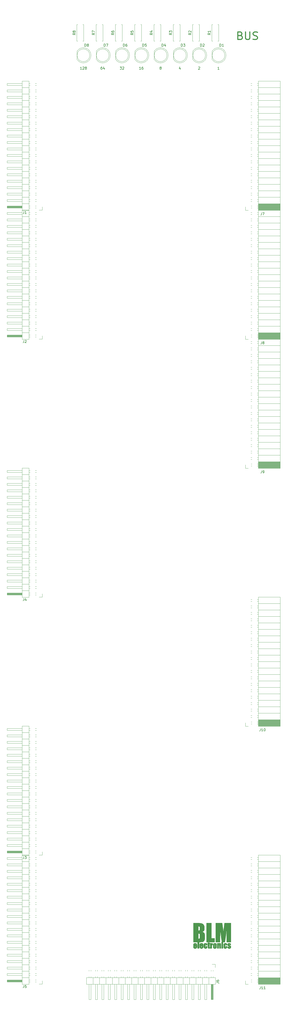
<source format=gbr>
%TF.GenerationSoftware,KiCad,Pcbnew,(6.0.1)*%
%TF.CreationDate,2022-07-04T18:11:20+02:00*%
%TF.ProjectId,bus,6275732e-6b69-4636-9164-5f7063625858,rev?*%
%TF.SameCoordinates,Original*%
%TF.FileFunction,Legend,Top*%
%TF.FilePolarity,Positive*%
%FSLAX46Y46*%
G04 Gerber Fmt 4.6, Leading zero omitted, Abs format (unit mm)*
G04 Created by KiCad (PCBNEW (6.0.1)) date 2022-07-04 18:11:20*
%MOMM*%
%LPD*%
G01*
G04 APERTURE LIST*
%ADD10C,0.150000*%
%ADD11C,0.450000*%
%ADD12C,0.120000*%
%ADD13C,0.010000*%
G04 APERTURE END LIST*
D10*
X77755714Y4627619D02*
X77184285Y4627619D01*
X77470000Y4627619D02*
X77470000Y5627619D01*
X77374761Y5484761D01*
X77279523Y5389523D01*
X77184285Y5341904D01*
X23463333Y4627619D02*
X22891904Y4627619D01*
X23177619Y4627619D02*
X23177619Y5627619D01*
X23082380Y5484761D01*
X22987142Y5389523D01*
X22891904Y5341904D01*
X23844285Y5532380D02*
X23891904Y5580000D01*
X23987142Y5627619D01*
X24225238Y5627619D01*
X24320476Y5580000D01*
X24368095Y5532380D01*
X24415714Y5437142D01*
X24415714Y5341904D01*
X24368095Y5199047D01*
X23796666Y4627619D01*
X24415714Y4627619D01*
X24987142Y5199047D02*
X24891904Y5246666D01*
X24844285Y5294285D01*
X24796666Y5389523D01*
X24796666Y5437142D01*
X24844285Y5532380D01*
X24891904Y5580000D01*
X24987142Y5627619D01*
X25177619Y5627619D01*
X25272857Y5580000D01*
X25320476Y5532380D01*
X25368095Y5437142D01*
X25368095Y5389523D01*
X25320476Y5294285D01*
X25272857Y5246666D01*
X25177619Y5199047D01*
X24987142Y5199047D01*
X24891904Y5151428D01*
X24844285Y5103809D01*
X24796666Y5008571D01*
X24796666Y4818095D01*
X24844285Y4722857D01*
X24891904Y4675238D01*
X24987142Y4627619D01*
X25177619Y4627619D01*
X25272857Y4675238D01*
X25320476Y4722857D01*
X25368095Y4818095D01*
X25368095Y5008571D01*
X25320476Y5103809D01*
X25272857Y5151428D01*
X25177619Y5199047D01*
X31464285Y5627619D02*
X31273809Y5627619D01*
X31178571Y5580000D01*
X31130952Y5532380D01*
X31035714Y5389523D01*
X30988095Y5199047D01*
X30988095Y4818095D01*
X31035714Y4722857D01*
X31083333Y4675238D01*
X31178571Y4627619D01*
X31369047Y4627619D01*
X31464285Y4675238D01*
X31511904Y4722857D01*
X31559523Y4818095D01*
X31559523Y5056190D01*
X31511904Y5151428D01*
X31464285Y5199047D01*
X31369047Y5246666D01*
X31178571Y5246666D01*
X31083333Y5199047D01*
X31035714Y5151428D01*
X30988095Y5056190D01*
X32416666Y5294285D02*
X32416666Y4627619D01*
X32178571Y5675238D02*
X31940476Y4960952D01*
X32559523Y4960952D01*
D11*
X86114285Y17994285D02*
X86542857Y17851428D01*
X86685714Y17708571D01*
X86828571Y17422857D01*
X86828571Y16994285D01*
X86685714Y16708571D01*
X86542857Y16565714D01*
X86257142Y16422857D01*
X85114285Y16422857D01*
X85114285Y19422857D01*
X86114285Y19422857D01*
X86400000Y19280000D01*
X86542857Y19137142D01*
X86685714Y18851428D01*
X86685714Y18565714D01*
X86542857Y18280000D01*
X86400000Y18137142D01*
X86114285Y17994285D01*
X85114285Y17994285D01*
X88114285Y19422857D02*
X88114285Y16994285D01*
X88257142Y16708571D01*
X88400000Y16565714D01*
X88685714Y16422857D01*
X89257142Y16422857D01*
X89542857Y16565714D01*
X89685714Y16708571D01*
X89828571Y16994285D01*
X89828571Y19422857D01*
X91114285Y16565714D02*
X91542857Y16422857D01*
X92257142Y16422857D01*
X92542857Y16565714D01*
X92685714Y16708571D01*
X92828571Y16994285D01*
X92828571Y17280000D01*
X92685714Y17565714D01*
X92542857Y17708571D01*
X92257142Y17851428D01*
X91685714Y17994285D01*
X91400000Y18137142D01*
X91257142Y18280000D01*
X91114285Y18565714D01*
X91114285Y18851428D01*
X91257142Y19137142D01*
X91400000Y19280000D01*
X91685714Y19422857D01*
X92400000Y19422857D01*
X92828571Y19280000D01*
D10*
X46799523Y4627619D02*
X46228095Y4627619D01*
X46513809Y4627619D02*
X46513809Y5627619D01*
X46418571Y5484761D01*
X46323333Y5389523D01*
X46228095Y5341904D01*
X47656666Y5627619D02*
X47466190Y5627619D01*
X47370952Y5580000D01*
X47323333Y5532380D01*
X47228095Y5389523D01*
X47180476Y5199047D01*
X47180476Y4818095D01*
X47228095Y4722857D01*
X47275714Y4675238D01*
X47370952Y4627619D01*
X47561428Y4627619D01*
X47656666Y4675238D01*
X47704285Y4722857D01*
X47751904Y4818095D01*
X47751904Y5056190D01*
X47704285Y5151428D01*
X47656666Y5199047D01*
X47561428Y5246666D01*
X47370952Y5246666D01*
X47275714Y5199047D01*
X47228095Y5151428D01*
X47180476Y5056190D01*
X62420476Y5294285D02*
X62420476Y4627619D01*
X62182380Y5675238D02*
X61944285Y4960952D01*
X62563333Y4960952D01*
X38560476Y5627619D02*
X39179523Y5627619D01*
X38846190Y5246666D01*
X38989047Y5246666D01*
X39084285Y5199047D01*
X39131904Y5151428D01*
X39179523Y5056190D01*
X39179523Y4818095D01*
X39131904Y4722857D01*
X39084285Y4675238D01*
X38989047Y4627619D01*
X38703333Y4627619D01*
X38608095Y4675238D01*
X38560476Y4722857D01*
X39560476Y5532380D02*
X39608095Y5580000D01*
X39703333Y5627619D01*
X39941428Y5627619D01*
X40036666Y5580000D01*
X40084285Y5532380D01*
X40131904Y5437142D01*
X40131904Y5341904D01*
X40084285Y5199047D01*
X39512857Y4627619D01*
X40131904Y4627619D01*
X69564285Y5532380D02*
X69611904Y5580000D01*
X69707142Y5627619D01*
X69945238Y5627619D01*
X70040476Y5580000D01*
X70088095Y5532380D01*
X70135714Y5437142D01*
X70135714Y5341904D01*
X70088095Y5199047D01*
X69516666Y4627619D01*
X70135714Y4627619D01*
X54514761Y5199047D02*
X54419523Y5246666D01*
X54371904Y5294285D01*
X54324285Y5389523D01*
X54324285Y5437142D01*
X54371904Y5532380D01*
X54419523Y5580000D01*
X54514761Y5627619D01*
X54705238Y5627619D01*
X54800476Y5580000D01*
X54848095Y5532380D01*
X54895714Y5437142D01*
X54895714Y5389523D01*
X54848095Y5294285D01*
X54800476Y5246666D01*
X54705238Y5199047D01*
X54514761Y5199047D01*
X54419523Y5151428D01*
X54371904Y5103809D01*
X54324285Y5008571D01*
X54324285Y4818095D01*
X54371904Y4722857D01*
X54419523Y4675238D01*
X54514761Y4627619D01*
X54705238Y4627619D01*
X54800476Y4675238D01*
X54848095Y4722857D01*
X54895714Y4818095D01*
X54895714Y5008571D01*
X54848095Y5103809D01*
X54800476Y5151428D01*
X54705238Y5199047D01*
%TO.C,D2*%
X70381904Y13667619D02*
X70381904Y14667619D01*
X70620000Y14667619D01*
X70762857Y14620000D01*
X70858095Y14524761D01*
X70905714Y14429523D01*
X70953333Y14239047D01*
X70953333Y14096190D01*
X70905714Y13905714D01*
X70858095Y13810476D01*
X70762857Y13715238D01*
X70620000Y13667619D01*
X70381904Y13667619D01*
X71334285Y14572380D02*
X71381904Y14620000D01*
X71477142Y14667619D01*
X71715238Y14667619D01*
X71810476Y14620000D01*
X71858095Y14572380D01*
X71905714Y14477142D01*
X71905714Y14381904D01*
X71858095Y14239047D01*
X71286666Y13667619D01*
X71905714Y13667619D01*
%TO.C,J3*%
X591666Y-305252380D02*
X591666Y-305966666D01*
X544047Y-306109523D01*
X448809Y-306204761D01*
X305952Y-306252380D01*
X210714Y-306252380D01*
X972619Y-305252380D02*
X1591666Y-305252380D01*
X1258333Y-305633333D01*
X1401190Y-305633333D01*
X1496428Y-305680952D01*
X1544047Y-305728571D01*
X1591666Y-305823809D01*
X1591666Y-306061904D01*
X1544047Y-306157142D01*
X1496428Y-306204761D01*
X1401190Y-306252380D01*
X1115476Y-306252380D01*
X1020238Y-306204761D01*
X972619Y-306157142D01*
%TO.C,J1*%
X591666Y-51252380D02*
X591666Y-51966666D01*
X544047Y-52109523D01*
X448809Y-52204761D01*
X305952Y-52252380D01*
X210714Y-52252380D01*
X1591666Y-52252380D02*
X1020238Y-52252380D01*
X1305952Y-52252380D02*
X1305952Y-51252380D01*
X1210714Y-51395238D01*
X1115476Y-51490476D01*
X1020238Y-51538095D01*
%TO.C,R3*%
X59042380Y18883333D02*
X58566190Y18550000D01*
X59042380Y18311904D02*
X58042380Y18311904D01*
X58042380Y18692857D01*
X58090000Y18788095D01*
X58137619Y18835714D01*
X58232857Y18883333D01*
X58375714Y18883333D01*
X58470952Y18835714D01*
X58518571Y18788095D01*
X58566190Y18692857D01*
X58566190Y18311904D01*
X58042380Y19216666D02*
X58042380Y19835714D01*
X58423333Y19502380D01*
X58423333Y19645238D01*
X58470952Y19740476D01*
X58518571Y19788095D01*
X58613809Y19835714D01*
X58851904Y19835714D01*
X58947142Y19788095D01*
X58994761Y19740476D01*
X59042380Y19645238D01*
X59042380Y19359523D01*
X58994761Y19264285D01*
X58947142Y19216666D01*
%TO.C,J9*%
X94516666Y-153352380D02*
X94516666Y-154066666D01*
X94469047Y-154209523D01*
X94373809Y-154304761D01*
X94230952Y-154352380D01*
X94135714Y-154352380D01*
X95040476Y-154352380D02*
X95230952Y-154352380D01*
X95326190Y-154304761D01*
X95373809Y-154257142D01*
X95469047Y-154114285D01*
X95516666Y-153923809D01*
X95516666Y-153542857D01*
X95469047Y-153447619D01*
X95421428Y-153400000D01*
X95326190Y-153352380D01*
X95135714Y-153352380D01*
X95040476Y-153400000D01*
X94992857Y-153447619D01*
X94945238Y-153542857D01*
X94945238Y-153780952D01*
X94992857Y-153876190D01*
X95040476Y-153923809D01*
X95135714Y-153971428D01*
X95326190Y-153971428D01*
X95421428Y-153923809D01*
X95469047Y-153876190D01*
X95516666Y-153780952D01*
%TO.C,J7*%
X94516666Y-51752380D02*
X94516666Y-52466666D01*
X94469047Y-52609523D01*
X94373809Y-52704761D01*
X94230952Y-52752380D01*
X94135714Y-52752380D01*
X94897619Y-51752380D02*
X95564285Y-51752380D01*
X95135714Y-52752380D01*
%TO.C,D8*%
X24661904Y13667619D02*
X24661904Y14667619D01*
X24900000Y14667619D01*
X25042857Y14620000D01*
X25138095Y14524761D01*
X25185714Y14429523D01*
X25233333Y14239047D01*
X25233333Y14096190D01*
X25185714Y13905714D01*
X25138095Y13810476D01*
X25042857Y13715238D01*
X24900000Y13667619D01*
X24661904Y13667619D01*
X25804761Y14239047D02*
X25709523Y14286666D01*
X25661904Y14334285D01*
X25614285Y14429523D01*
X25614285Y14477142D01*
X25661904Y14572380D01*
X25709523Y14620000D01*
X25804761Y14667619D01*
X25995238Y14667619D01*
X26090476Y14620000D01*
X26138095Y14572380D01*
X26185714Y14477142D01*
X26185714Y14429523D01*
X26138095Y14334285D01*
X26090476Y14286666D01*
X25995238Y14239047D01*
X25804761Y14239047D01*
X25709523Y14191428D01*
X25661904Y14143809D01*
X25614285Y14048571D01*
X25614285Y13858095D01*
X25661904Y13762857D01*
X25709523Y13715238D01*
X25804761Y13667619D01*
X25995238Y13667619D01*
X26090476Y13715238D01*
X26138095Y13762857D01*
X26185714Y13858095D01*
X26185714Y14048571D01*
X26138095Y14143809D01*
X26090476Y14191428D01*
X25995238Y14239047D01*
%TO.C,J8*%
X94516666Y-102552380D02*
X94516666Y-103266666D01*
X94469047Y-103409523D01*
X94373809Y-103504761D01*
X94230952Y-103552380D01*
X94135714Y-103552380D01*
X95135714Y-102980952D02*
X95040476Y-102933333D01*
X94992857Y-102885714D01*
X94945238Y-102790476D01*
X94945238Y-102742857D01*
X94992857Y-102647619D01*
X95040476Y-102600000D01*
X95135714Y-102552380D01*
X95326190Y-102552380D01*
X95421428Y-102600000D01*
X95469047Y-102647619D01*
X95516666Y-102742857D01*
X95516666Y-102790476D01*
X95469047Y-102885714D01*
X95421428Y-102933333D01*
X95326190Y-102980952D01*
X95135714Y-102980952D01*
X95040476Y-103028571D01*
X94992857Y-103076190D01*
X94945238Y-103171428D01*
X94945238Y-103361904D01*
X94992857Y-103457142D01*
X95040476Y-103504761D01*
X95135714Y-103552380D01*
X95326190Y-103552380D01*
X95421428Y-103504761D01*
X95469047Y-103457142D01*
X95516666Y-103361904D01*
X95516666Y-103171428D01*
X95469047Y-103076190D01*
X95421428Y-103028571D01*
X95326190Y-102980952D01*
%TO.C,D1*%
X78001904Y13667619D02*
X78001904Y14667619D01*
X78240000Y14667619D01*
X78382857Y14620000D01*
X78478095Y14524761D01*
X78525714Y14429523D01*
X78573333Y14239047D01*
X78573333Y14096190D01*
X78525714Y13905714D01*
X78478095Y13810476D01*
X78382857Y13715238D01*
X78240000Y13667619D01*
X78001904Y13667619D01*
X79525714Y13667619D02*
X78954285Y13667619D01*
X79240000Y13667619D02*
X79240000Y14667619D01*
X79144761Y14524761D01*
X79049523Y14429523D01*
X78954285Y14381904D01*
%TO.C,R8*%
X20942380Y18883333D02*
X20466190Y18550000D01*
X20942380Y18311904D02*
X19942380Y18311904D01*
X19942380Y18692857D01*
X19990000Y18788095D01*
X20037619Y18835714D01*
X20132857Y18883333D01*
X20275714Y18883333D01*
X20370952Y18835714D01*
X20418571Y18788095D01*
X20466190Y18692857D01*
X20466190Y18311904D01*
X20370952Y19454761D02*
X20323333Y19359523D01*
X20275714Y19311904D01*
X20180476Y19264285D01*
X20132857Y19264285D01*
X20037619Y19311904D01*
X19990000Y19359523D01*
X19942380Y19454761D01*
X19942380Y19645238D01*
X19990000Y19740476D01*
X20037619Y19788095D01*
X20132857Y19835714D01*
X20180476Y19835714D01*
X20275714Y19788095D01*
X20323333Y19740476D01*
X20370952Y19645238D01*
X20370952Y19454761D01*
X20418571Y19359523D01*
X20466190Y19311904D01*
X20561428Y19264285D01*
X20751904Y19264285D01*
X20847142Y19311904D01*
X20894761Y19359523D01*
X20942380Y19454761D01*
X20942380Y19645238D01*
X20894761Y19740476D01*
X20847142Y19788095D01*
X20751904Y19835714D01*
X20561428Y19835714D01*
X20466190Y19788095D01*
X20418571Y19740476D01*
X20370952Y19645238D01*
%TO.C,R4*%
X51422380Y18883333D02*
X50946190Y18550000D01*
X51422380Y18311904D02*
X50422380Y18311904D01*
X50422380Y18692857D01*
X50470000Y18788095D01*
X50517619Y18835714D01*
X50612857Y18883333D01*
X50755714Y18883333D01*
X50850952Y18835714D01*
X50898571Y18788095D01*
X50946190Y18692857D01*
X50946190Y18311904D01*
X50755714Y19740476D02*
X51422380Y19740476D01*
X50374761Y19502380D02*
X51089047Y19264285D01*
X51089047Y19883333D01*
%TO.C,J6*%
X76652380Y-355008333D02*
X77366666Y-355008333D01*
X77509523Y-355055952D01*
X77604761Y-355151190D01*
X77652380Y-355294047D01*
X77652380Y-355389285D01*
X76652380Y-354103571D02*
X76652380Y-354294047D01*
X76700000Y-354389285D01*
X76747619Y-354436904D01*
X76890476Y-354532142D01*
X77080952Y-354579761D01*
X77461904Y-354579761D01*
X77557142Y-354532142D01*
X77604761Y-354484523D01*
X77652380Y-354389285D01*
X77652380Y-354198809D01*
X77604761Y-354103571D01*
X77557142Y-354055952D01*
X77461904Y-354008333D01*
X77223809Y-354008333D01*
X77128571Y-354055952D01*
X77080952Y-354103571D01*
X77033333Y-354198809D01*
X77033333Y-354389285D01*
X77080952Y-354484523D01*
X77128571Y-354532142D01*
X77223809Y-354579761D01*
%TO.C,R7*%
X28562380Y18883333D02*
X28086190Y18550000D01*
X28562380Y18311904D02*
X27562380Y18311904D01*
X27562380Y18692857D01*
X27610000Y18788095D01*
X27657619Y18835714D01*
X27752857Y18883333D01*
X27895714Y18883333D01*
X27990952Y18835714D01*
X28038571Y18788095D01*
X28086190Y18692857D01*
X28086190Y18311904D01*
X27562380Y19216666D02*
X27562380Y19883333D01*
X28562380Y19454761D01*
%TO.C,R2*%
X66662380Y18883333D02*
X66186190Y18550000D01*
X66662380Y18311904D02*
X65662380Y18311904D01*
X65662380Y18692857D01*
X65710000Y18788095D01*
X65757619Y18835714D01*
X65852857Y18883333D01*
X65995714Y18883333D01*
X66090952Y18835714D01*
X66138571Y18788095D01*
X66186190Y18692857D01*
X66186190Y18311904D01*
X65757619Y19264285D02*
X65710000Y19311904D01*
X65662380Y19407142D01*
X65662380Y19645238D01*
X65710000Y19740476D01*
X65757619Y19788095D01*
X65852857Y19835714D01*
X65948095Y19835714D01*
X66090952Y19788095D01*
X66662380Y19216666D01*
X66662380Y19835714D01*
%TO.C,R5*%
X43802380Y18883333D02*
X43326190Y18550000D01*
X43802380Y18311904D02*
X42802380Y18311904D01*
X42802380Y18692857D01*
X42850000Y18788095D01*
X42897619Y18835714D01*
X42992857Y18883333D01*
X43135714Y18883333D01*
X43230952Y18835714D01*
X43278571Y18788095D01*
X43326190Y18692857D01*
X43326190Y18311904D01*
X42802380Y19788095D02*
X42802380Y19311904D01*
X43278571Y19264285D01*
X43230952Y19311904D01*
X43183333Y19407142D01*
X43183333Y19645238D01*
X43230952Y19740476D01*
X43278571Y19788095D01*
X43373809Y19835714D01*
X43611904Y19835714D01*
X43707142Y19788095D01*
X43754761Y19740476D01*
X43802380Y19645238D01*
X43802380Y19407142D01*
X43754761Y19311904D01*
X43707142Y19264285D01*
%TO.C,J11*%
X94040476Y-356552380D02*
X94040476Y-357266666D01*
X93992857Y-357409523D01*
X93897619Y-357504761D01*
X93754761Y-357552380D01*
X93659523Y-357552380D01*
X95040476Y-357552380D02*
X94469047Y-357552380D01*
X94754761Y-357552380D02*
X94754761Y-356552380D01*
X94659523Y-356695238D01*
X94564285Y-356790476D01*
X94469047Y-356838095D01*
X95992857Y-357552380D02*
X95421428Y-357552380D01*
X95707142Y-357552380D02*
X95707142Y-356552380D01*
X95611904Y-356695238D01*
X95516666Y-356790476D01*
X95421428Y-356838095D01*
%TO.C,D5*%
X47521904Y13667619D02*
X47521904Y14667619D01*
X47760000Y14667619D01*
X47902857Y14620000D01*
X47998095Y14524761D01*
X48045714Y14429523D01*
X48093333Y14239047D01*
X48093333Y14096190D01*
X48045714Y13905714D01*
X47998095Y13810476D01*
X47902857Y13715238D01*
X47760000Y13667619D01*
X47521904Y13667619D01*
X48998095Y14667619D02*
X48521904Y14667619D01*
X48474285Y14191428D01*
X48521904Y14239047D01*
X48617142Y14286666D01*
X48855238Y14286666D01*
X48950476Y14239047D01*
X48998095Y14191428D01*
X49045714Y14096190D01*
X49045714Y13858095D01*
X48998095Y13762857D01*
X48950476Y13715238D01*
X48855238Y13667619D01*
X48617142Y13667619D01*
X48521904Y13715238D01*
X48474285Y13762857D01*
%TO.C,D4*%
X55141904Y13667619D02*
X55141904Y14667619D01*
X55380000Y14667619D01*
X55522857Y14620000D01*
X55618095Y14524761D01*
X55665714Y14429523D01*
X55713333Y14239047D01*
X55713333Y14096190D01*
X55665714Y13905714D01*
X55618095Y13810476D01*
X55522857Y13715238D01*
X55380000Y13667619D01*
X55141904Y13667619D01*
X56570476Y14334285D02*
X56570476Y13667619D01*
X56332380Y14715238D02*
X56094285Y14000952D01*
X56713333Y14000952D01*
%TO.C,D3*%
X62761904Y13667619D02*
X62761904Y14667619D01*
X63000000Y14667619D01*
X63142857Y14620000D01*
X63238095Y14524761D01*
X63285714Y14429523D01*
X63333333Y14239047D01*
X63333333Y14096190D01*
X63285714Y13905714D01*
X63238095Y13810476D01*
X63142857Y13715238D01*
X63000000Y13667619D01*
X62761904Y13667619D01*
X63666666Y14667619D02*
X64285714Y14667619D01*
X63952380Y14286666D01*
X64095238Y14286666D01*
X64190476Y14239047D01*
X64238095Y14191428D01*
X64285714Y14096190D01*
X64285714Y13858095D01*
X64238095Y13762857D01*
X64190476Y13715238D01*
X64095238Y13667619D01*
X63809523Y13667619D01*
X63714285Y13715238D01*
X63666666Y13762857D01*
%TO.C,J5*%
X591666Y-356052380D02*
X591666Y-356766666D01*
X544047Y-356909523D01*
X448809Y-357004761D01*
X305952Y-357052380D01*
X210714Y-357052380D01*
X1544047Y-356052380D02*
X1067857Y-356052380D01*
X1020238Y-356528571D01*
X1067857Y-356480952D01*
X1163095Y-356433333D01*
X1401190Y-356433333D01*
X1496428Y-356480952D01*
X1544047Y-356528571D01*
X1591666Y-356623809D01*
X1591666Y-356861904D01*
X1544047Y-356957142D01*
X1496428Y-357004761D01*
X1401190Y-357052380D01*
X1163095Y-357052380D01*
X1067857Y-357004761D01*
X1020238Y-356957142D01*
%TO.C,R1*%
X74282380Y18883333D02*
X73806190Y18550000D01*
X74282380Y18311904D02*
X73282380Y18311904D01*
X73282380Y18692857D01*
X73330000Y18788095D01*
X73377619Y18835714D01*
X73472857Y18883333D01*
X73615714Y18883333D01*
X73710952Y18835714D01*
X73758571Y18788095D01*
X73806190Y18692857D01*
X73806190Y18311904D01*
X74282380Y19835714D02*
X74282380Y19264285D01*
X74282380Y19550000D02*
X73282380Y19550000D01*
X73425238Y19454761D01*
X73520476Y19359523D01*
X73568095Y19264285D01*
%TO.C,D6*%
X39901904Y13667619D02*
X39901904Y14667619D01*
X40140000Y14667619D01*
X40282857Y14620000D01*
X40378095Y14524761D01*
X40425714Y14429523D01*
X40473333Y14239047D01*
X40473333Y14096190D01*
X40425714Y13905714D01*
X40378095Y13810476D01*
X40282857Y13715238D01*
X40140000Y13667619D01*
X39901904Y13667619D01*
X41330476Y14667619D02*
X41140000Y14667619D01*
X41044761Y14620000D01*
X40997142Y14572380D01*
X40901904Y14429523D01*
X40854285Y14239047D01*
X40854285Y13858095D01*
X40901904Y13762857D01*
X40949523Y13715238D01*
X41044761Y13667619D01*
X41235238Y13667619D01*
X41330476Y13715238D01*
X41378095Y13762857D01*
X41425714Y13858095D01*
X41425714Y14096190D01*
X41378095Y14191428D01*
X41330476Y14239047D01*
X41235238Y14286666D01*
X41044761Y14286666D01*
X40949523Y14239047D01*
X40901904Y14191428D01*
X40854285Y14096190D01*
%TO.C,D7*%
X32281904Y13667619D02*
X32281904Y14667619D01*
X32520000Y14667619D01*
X32662857Y14620000D01*
X32758095Y14524761D01*
X32805714Y14429523D01*
X32853333Y14239047D01*
X32853333Y14096190D01*
X32805714Y13905714D01*
X32758095Y13810476D01*
X32662857Y13715238D01*
X32520000Y13667619D01*
X32281904Y13667619D01*
X33186666Y14667619D02*
X33853333Y14667619D01*
X33424761Y13667619D01*
%TO.C,R6*%
X36182380Y18883333D02*
X35706190Y18550000D01*
X36182380Y18311904D02*
X35182380Y18311904D01*
X35182380Y18692857D01*
X35230000Y18788095D01*
X35277619Y18835714D01*
X35372857Y18883333D01*
X35515714Y18883333D01*
X35610952Y18835714D01*
X35658571Y18788095D01*
X35706190Y18692857D01*
X35706190Y18311904D01*
X35182380Y19740476D02*
X35182380Y19550000D01*
X35230000Y19454761D01*
X35277619Y19407142D01*
X35420476Y19311904D01*
X35610952Y19264285D01*
X35991904Y19264285D01*
X36087142Y19311904D01*
X36134761Y19359523D01*
X36182380Y19454761D01*
X36182380Y19645238D01*
X36134761Y19740476D01*
X36087142Y19788095D01*
X35991904Y19835714D01*
X35753809Y19835714D01*
X35658571Y19788095D01*
X35610952Y19740476D01*
X35563333Y19645238D01*
X35563333Y19454761D01*
X35610952Y19359523D01*
X35658571Y19311904D01*
X35753809Y19264285D01*
%TO.C,J10*%
X94040476Y-254952380D02*
X94040476Y-255666666D01*
X93992857Y-255809523D01*
X93897619Y-255904761D01*
X93754761Y-255952380D01*
X93659523Y-255952380D01*
X95040476Y-255952380D02*
X94469047Y-255952380D01*
X94754761Y-255952380D02*
X94754761Y-254952380D01*
X94659523Y-255095238D01*
X94564285Y-255190476D01*
X94469047Y-255238095D01*
X95659523Y-254952380D02*
X95754761Y-254952380D01*
X95850000Y-255000000D01*
X95897619Y-255047619D01*
X95945238Y-255142857D01*
X95992857Y-255333333D01*
X95992857Y-255571428D01*
X95945238Y-255761904D01*
X95897619Y-255857142D01*
X95850000Y-255904761D01*
X95754761Y-255952380D01*
X95659523Y-255952380D01*
X95564285Y-255904761D01*
X95516666Y-255857142D01*
X95469047Y-255761904D01*
X95421428Y-255571428D01*
X95421428Y-255333333D01*
X95469047Y-255142857D01*
X95516666Y-255047619D01*
X95564285Y-255000000D01*
X95659523Y-254952380D01*
%TO.C,J2*%
X591666Y-102052380D02*
X591666Y-102766666D01*
X544047Y-102909523D01*
X448809Y-103004761D01*
X305952Y-103052380D01*
X210714Y-103052380D01*
X1020238Y-102147619D02*
X1067857Y-102100000D01*
X1163095Y-102052380D01*
X1401190Y-102052380D01*
X1496428Y-102100000D01*
X1544047Y-102147619D01*
X1591666Y-102242857D01*
X1591666Y-102338095D01*
X1544047Y-102480952D01*
X972619Y-103052380D01*
X1591666Y-103052380D01*
%TO.C,J4*%
X591666Y-203652380D02*
X591666Y-204366666D01*
X544047Y-204509523D01*
X448809Y-204604761D01*
X305952Y-204652380D01*
X210714Y-204652380D01*
X1496428Y-203985714D02*
X1496428Y-204652380D01*
X1258333Y-203604761D02*
X1020238Y-204319047D01*
X1639285Y-204319047D01*
D12*
%TO.C,D2*%
X67290000Y11705000D02*
X67290000Y8615000D01*
X72840000Y10159538D02*
G75*
G03*
X67290000Y11704830I-2990000J462D01*
G01*
X67290000Y8615170D02*
G75*
G03*
X72840000Y10160462I2560000J1544830D01*
G01*
X72350000Y10160000D02*
G75*
G03*
X72350000Y10160000I-2500000J0D01*
G01*
%TO.C,J3*%
X5537071Y-262510000D02*
X5082929Y-262510000D01*
X2997071Y-265810000D02*
X2600000Y-265810000D01*
X-60000Y-253940000D02*
X-60000Y-304860000D01*
X-6060000Y-286130000D02*
X-6060000Y-285370000D01*
X5470000Y-303150000D02*
X5082929Y-303150000D01*
X2997071Y-267590000D02*
X2600000Y-267590000D01*
X5537071Y-293750000D02*
X5082929Y-293750000D01*
X-6060000Y-288670000D02*
X-6060000Y-287910000D01*
X-60000Y-296290000D02*
X-6060000Y-296290000D01*
X2997071Y-287910000D02*
X2600000Y-287910000D01*
X7850000Y-303530000D02*
X7850000Y-304800000D01*
X-6060000Y-254890000D02*
X-60000Y-254890000D01*
X2600000Y-294640000D02*
X-60000Y-294640000D01*
X2997071Y-277750000D02*
X2600000Y-277750000D01*
X2600000Y-256540000D02*
X-60000Y-256540000D01*
X5537071Y-275970000D02*
X5082929Y-275970000D01*
X-60000Y-288670000D02*
X-6060000Y-288670000D01*
X2997071Y-275210000D02*
X2600000Y-275210000D01*
X-6060000Y-258190000D02*
X-6060000Y-257430000D01*
X-6060000Y-259970000D02*
X-60000Y-259970000D01*
X5537071Y-273430000D02*
X5082929Y-273430000D01*
X2600000Y-253940000D02*
X-60000Y-253940000D01*
X5537071Y-296290000D02*
X5082929Y-296290000D01*
X-6060000Y-280290000D02*
X-60000Y-280290000D01*
X-6060000Y-262510000D02*
X-60000Y-262510000D01*
X5537071Y-298070000D02*
X5082929Y-298070000D01*
X5537071Y-275210000D02*
X5082929Y-275210000D01*
X5537071Y-265810000D02*
X5082929Y-265810000D01*
X2600000Y-287020000D02*
X-60000Y-287020000D01*
X5537071Y-280290000D02*
X5082929Y-280290000D01*
X2997071Y-257430000D02*
X2600000Y-257430000D01*
X2600000Y-276860000D02*
X-60000Y-276860000D01*
X-6060000Y-298830000D02*
X-6060000Y-298070000D01*
X5537071Y-292990000D02*
X5082929Y-292990000D01*
X-60000Y-303370000D02*
X-6060000Y-303370000D01*
X2997071Y-255650000D02*
X2600000Y-255650000D01*
X2997071Y-262510000D02*
X2600000Y-262510000D01*
X-60000Y-303610000D02*
X-6060000Y-303610000D01*
X2997071Y-291210000D02*
X2600000Y-291210000D01*
X-60000Y-268350000D02*
X-6060000Y-268350000D01*
X-6060000Y-295530000D02*
X-60000Y-295530000D01*
X2997071Y-268350000D02*
X2600000Y-268350000D01*
X-6060000Y-281050000D02*
X-6060000Y-280290000D01*
X2997071Y-298070000D02*
X2600000Y-298070000D01*
X-60000Y-293750000D02*
X-6060000Y-293750000D01*
X-60000Y-303850000D02*
X-6060000Y-303850000D01*
X2997071Y-278510000D02*
X2600000Y-278510000D01*
X-60000Y-303490000D02*
X-6060000Y-303490000D01*
X5470000Y-303910000D02*
X5082929Y-303910000D01*
X2997071Y-298830000D02*
X2600000Y-298830000D01*
X-6060000Y-292990000D02*
X-60000Y-292990000D01*
X5537071Y-288670000D02*
X5082929Y-288670000D01*
X5537071Y-285370000D02*
X5082929Y-285370000D01*
X-6060000Y-303910000D02*
X-6060000Y-303150000D01*
X5537071Y-282830000D02*
X5082929Y-282830000D01*
X5537071Y-268350000D02*
X5082929Y-268350000D01*
X-6060000Y-270890000D02*
X-6060000Y-270130000D01*
X-60000Y-281050000D02*
X-6060000Y-281050000D01*
X-6060000Y-265050000D02*
X-60000Y-265050000D01*
X5537071Y-260730000D02*
X5082929Y-260730000D01*
X-6060000Y-270130000D02*
X-60000Y-270130000D01*
X-60000Y-303250000D02*
X-6060000Y-303250000D01*
X2997071Y-275970000D02*
X2600000Y-275970000D01*
X5537071Y-257430000D02*
X5082929Y-257430000D01*
X5537071Y-277750000D02*
X5082929Y-277750000D01*
X5537071Y-272670000D02*
X5082929Y-272670000D01*
X-60000Y-263270000D02*
X-6060000Y-263270000D01*
X2600000Y-279400000D02*
X-60000Y-279400000D01*
X-6060000Y-260730000D02*
X-6060000Y-259970000D01*
X-6060000Y-275970000D02*
X-6060000Y-275210000D01*
X2600000Y-292100000D02*
X-60000Y-292100000D01*
X2600000Y-264160000D02*
X-60000Y-264160000D01*
X5537071Y-267590000D02*
X5082929Y-267590000D01*
X-60000Y-283590000D02*
X-6060000Y-283590000D01*
X2997071Y-270130000D02*
X2600000Y-270130000D01*
X2600000Y-302260000D02*
X-60000Y-302260000D01*
X5537071Y-270890000D02*
X5082929Y-270890000D01*
X-60000Y-255650000D02*
X-6060000Y-255650000D01*
X2997071Y-272670000D02*
X2600000Y-272670000D01*
X5537071Y-287910000D02*
X5082929Y-287910000D01*
X-6060000Y-265810000D02*
X-6060000Y-265050000D01*
X2997071Y-300610000D02*
X2600000Y-300610000D01*
X-6060000Y-283590000D02*
X-6060000Y-282830000D01*
X2997071Y-260730000D02*
X2600000Y-260730000D01*
X5537071Y-301370000D02*
X5082929Y-301370000D01*
X2600000Y-284480000D02*
X-60000Y-284480000D01*
X2997071Y-296290000D02*
X2600000Y-296290000D01*
X-60000Y-260730000D02*
X-6060000Y-260730000D01*
X5537071Y-290450000D02*
X5082929Y-290450000D01*
X2997071Y-282830000D02*
X2600000Y-282830000D01*
X5537071Y-265050000D02*
X5082929Y-265050000D01*
X-60000Y-286130000D02*
X-6060000Y-286130000D01*
X5537071Y-300610000D02*
X5082929Y-300610000D01*
X-6060000Y-257430000D02*
X-60000Y-257430000D01*
X-6060000Y-275210000D02*
X-60000Y-275210000D01*
X2997071Y-303150000D02*
X2600000Y-303150000D01*
X-60000Y-270890000D02*
X-6060000Y-270890000D01*
X5537071Y-295530000D02*
X5082929Y-295530000D01*
X2997071Y-285370000D02*
X2600000Y-285370000D01*
X-6060000Y-268350000D02*
X-6060000Y-267590000D01*
X-60000Y-273430000D02*
X-6060000Y-273430000D01*
X-6060000Y-277750000D02*
X-60000Y-277750000D01*
X2997071Y-301370000D02*
X2600000Y-301370000D01*
X-60000Y-303730000D02*
X-6060000Y-303730000D01*
X5537071Y-278510000D02*
X5082929Y-278510000D01*
X-6060000Y-287910000D02*
X-60000Y-287910000D01*
X2600000Y-266700000D02*
X-60000Y-266700000D01*
X-6060000Y-255650000D02*
X-6060000Y-254890000D01*
X5537071Y-283590000D02*
X5082929Y-283590000D01*
X2997071Y-259970000D02*
X2600000Y-259970000D01*
X2997071Y-286130000D02*
X2600000Y-286130000D01*
X5537071Y-270130000D02*
X5082929Y-270130000D01*
X-6060000Y-296290000D02*
X-6060000Y-295530000D01*
X2997071Y-303910000D02*
X2600000Y-303910000D01*
X2600000Y-269240000D02*
X-60000Y-269240000D01*
X2997071Y-258190000D02*
X2600000Y-258190000D01*
X2997071Y-288670000D02*
X2600000Y-288670000D01*
X5537071Y-291210000D02*
X5082929Y-291210000D01*
X2997071Y-295530000D02*
X2600000Y-295530000D01*
X-60000Y-265810000D02*
X-6060000Y-265810000D01*
X2997071Y-292990000D02*
X2600000Y-292990000D01*
X2997071Y-281050000D02*
X2600000Y-281050000D01*
X2600000Y-259080000D02*
X-60000Y-259080000D01*
X-6060000Y-278510000D02*
X-6060000Y-277750000D01*
X2600000Y-299720000D02*
X-60000Y-299720000D01*
X2600000Y-271780000D02*
X-60000Y-271780000D01*
X7850000Y-304800000D02*
X6580000Y-304800000D01*
X2997071Y-280290000D02*
X2600000Y-280290000D01*
X2600000Y-297180000D02*
X-60000Y-297180000D01*
X2997071Y-283590000D02*
X2600000Y-283590000D01*
X-6060000Y-285370000D02*
X-60000Y-285370000D01*
X-6060000Y-273430000D02*
X-6060000Y-272670000D01*
X-6060000Y-291210000D02*
X-6060000Y-290450000D01*
X5537071Y-281050000D02*
X5082929Y-281050000D01*
X-60000Y-298830000D02*
X-6060000Y-298830000D01*
X-60000Y-258190000D02*
X-6060000Y-258190000D01*
X5537071Y-263270000D02*
X5082929Y-263270000D01*
X-6060000Y-267590000D02*
X-60000Y-267590000D01*
X-6060000Y-282830000D02*
X-60000Y-282830000D01*
X5537071Y-259970000D02*
X5082929Y-259970000D01*
X-6060000Y-293750000D02*
X-6060000Y-292990000D01*
X2600000Y-274320000D02*
X-60000Y-274320000D01*
X5537071Y-298830000D02*
X5082929Y-298830000D01*
X-60000Y-291210000D02*
X-6060000Y-291210000D01*
X-6060000Y-300610000D02*
X-60000Y-300610000D01*
X2997071Y-270890000D02*
X2600000Y-270890000D01*
X-60000Y-304860000D02*
X2600000Y-304860000D01*
X5537071Y-254890000D02*
X5082929Y-254890000D01*
X5537071Y-258190000D02*
X5082929Y-258190000D01*
X-6060000Y-298070000D02*
X-60000Y-298070000D01*
X2600000Y-304860000D02*
X2600000Y-253940000D01*
X-60000Y-275970000D02*
X-6060000Y-275970000D01*
X2997071Y-265050000D02*
X2600000Y-265050000D01*
X-60000Y-303910000D02*
X-6060000Y-303910000D01*
X2997071Y-254890000D02*
X2600000Y-254890000D01*
X-6060000Y-272670000D02*
X-60000Y-272670000D01*
X2997071Y-290450000D02*
X2600000Y-290450000D01*
X2600000Y-261620000D02*
X-60000Y-261620000D01*
X-60000Y-278510000D02*
X-6060000Y-278510000D01*
X-60000Y-301370000D02*
X-6060000Y-301370000D01*
X5537071Y-255650000D02*
X5082929Y-255650000D01*
X2997071Y-263270000D02*
X2600000Y-263270000D01*
X2997071Y-273430000D02*
X2600000Y-273430000D01*
X2600000Y-289560000D02*
X-60000Y-289560000D01*
X2600000Y-281940000D02*
X-60000Y-281940000D01*
X5537071Y-286130000D02*
X5082929Y-286130000D01*
X2997071Y-293750000D02*
X2600000Y-293750000D01*
X-6060000Y-290450000D02*
X-60000Y-290450000D01*
X-6060000Y-263270000D02*
X-6060000Y-262510000D01*
X-6060000Y-301370000D02*
X-6060000Y-300610000D01*
X-6060000Y-303150000D02*
X-60000Y-303150000D01*
%TO.C,J1*%
X7850000Y-49530000D02*
X7850000Y-50800000D01*
X2997071Y-21210000D02*
X2600000Y-21210000D01*
X2997071Y-27050000D02*
X2600000Y-27050000D01*
X-60000Y-44830000D02*
X-6060000Y-44830000D01*
X5470000Y-49910000D02*
X5082929Y-49910000D01*
X-6060000Y-47370000D02*
X-6060000Y-46610000D01*
X-6060000Y-6730000D02*
X-6060000Y-5970000D01*
X-60000Y-49490000D02*
X-6060000Y-49490000D01*
X2600000Y-10160000D02*
X-60000Y-10160000D01*
X5537071Y-19430000D02*
X5082929Y-19430000D01*
X-6060000Y-32130000D02*
X-6060000Y-31370000D01*
X5537071Y-34670000D02*
X5082929Y-34670000D01*
X-6060000Y-46610000D02*
X-60000Y-46610000D01*
X5537071Y-18670000D02*
X5082929Y-18670000D01*
X-60000Y-9270000D02*
X-6060000Y-9270000D01*
X5537071Y-46610000D02*
X5082929Y-46610000D01*
X-60000Y-37210000D02*
X-6060000Y-37210000D01*
X2997071Y-19430000D02*
X2600000Y-19430000D01*
X5537071Y-28830000D02*
X5082929Y-28830000D01*
X5537071Y-41530000D02*
X5082929Y-41530000D01*
X-60000Y-6730000D02*
X-6060000Y-6730000D01*
X-6060000Y-14350000D02*
X-6060000Y-13590000D01*
X-60000Y-4190000D02*
X-6060000Y-4190000D01*
X-6060000Y-11810000D02*
X-6060000Y-11050000D01*
X-6060000Y-29590000D02*
X-6060000Y-28830000D01*
X2997071Y-18670000D02*
X2600000Y-18670000D01*
X2600000Y-45720000D02*
X-60000Y-45720000D01*
X5537071Y-29590000D02*
X5082929Y-29590000D01*
X5537071Y-44070000D02*
X5082929Y-44070000D01*
X2997071Y-24510000D02*
X2600000Y-24510000D01*
X2997071Y-6730000D02*
X2600000Y-6730000D01*
X-6060000Y-13590000D02*
X-60000Y-13590000D01*
X-6060000Y-41530000D02*
X-60000Y-41530000D01*
X5537071Y-16890000D02*
X5082929Y-16890000D01*
X5537071Y-31370000D02*
X5082929Y-31370000D01*
X-6060000Y-3430000D02*
X-60000Y-3430000D01*
X-6060000Y-36450000D02*
X-60000Y-36450000D01*
X-60000Y-49850000D02*
X-6060000Y-49850000D01*
X5537071Y-4190000D02*
X5082929Y-4190000D01*
X5537071Y-21970000D02*
X5082929Y-21970000D01*
X5537071Y-11810000D02*
X5082929Y-11810000D01*
X-6060000Y-8510000D02*
X-60000Y-8510000D01*
X2600000Y-43180000D02*
X-60000Y-43180000D01*
X5537071Y-1650000D02*
X5082929Y-1650000D01*
X5537071Y-16130000D02*
X5082929Y-16130000D01*
X-6060000Y-4190000D02*
X-6060000Y-3430000D01*
X5537071Y-6730000D02*
X5082929Y-6730000D01*
X2600000Y-33020000D02*
X-60000Y-33020000D01*
X-6060000Y-28830000D02*
X-60000Y-28830000D01*
X2997071Y-14350000D02*
X2600000Y-14350000D01*
X5470000Y-49150000D02*
X5082929Y-49150000D01*
X2600000Y-22860000D02*
X-60000Y-22860000D01*
X2997071Y-37210000D02*
X2600000Y-37210000D01*
X-6060000Y-5970000D02*
X-60000Y-5970000D01*
X-6060000Y-39750000D02*
X-6060000Y-38990000D01*
X5537071Y-8510000D02*
X5082929Y-8510000D01*
X-6060000Y-16890000D02*
X-6060000Y-16130000D01*
X-6060000Y-11050000D02*
X-60000Y-11050000D01*
X-6060000Y-27050000D02*
X-6060000Y-26290000D01*
X-60000Y-32130000D02*
X-6060000Y-32130000D01*
X5537071Y-39750000D02*
X5082929Y-39750000D01*
X-60000Y-19430000D02*
X-6060000Y-19430000D01*
X5537071Y-23750000D02*
X5082929Y-23750000D01*
X2997071Y-23750000D02*
X2600000Y-23750000D01*
X2997071Y-39750000D02*
X2600000Y-39750000D01*
X-60000Y60000D02*
X-60000Y-50860000D01*
X5537071Y-26290000D02*
X5082929Y-26290000D01*
X2997071Y-11810000D02*
X2600000Y-11810000D01*
X2600000Y-35560000D02*
X-60000Y-35560000D01*
X-60000Y-11810000D02*
X-6060000Y-11810000D01*
X2997071Y-11050000D02*
X2600000Y-11050000D01*
X-60000Y-49250000D02*
X-6060000Y-49250000D01*
X5537071Y-32130000D02*
X5082929Y-32130000D01*
X-6060000Y-21970000D02*
X-6060000Y-21210000D01*
X-6060000Y-26290000D02*
X-60000Y-26290000D01*
X5537071Y-24510000D02*
X5082929Y-24510000D01*
X2997071Y-29590000D02*
X2600000Y-29590000D01*
X-60000Y-29590000D02*
X-6060000Y-29590000D01*
X2997071Y-16130000D02*
X2600000Y-16130000D01*
X-6060000Y-38990000D02*
X-60000Y-38990000D01*
X-6060000Y-19430000D02*
X-6060000Y-18670000D01*
X2997071Y-41530000D02*
X2600000Y-41530000D01*
X5537071Y-27050000D02*
X5082929Y-27050000D01*
X2600000Y-30480000D02*
X-60000Y-30480000D01*
X2997071Y-38990000D02*
X2600000Y-38990000D01*
X2600000Y60000D02*
X-60000Y60000D01*
X-6060000Y-23750000D02*
X-60000Y-23750000D01*
X5537071Y-9270000D02*
X5082929Y-9270000D01*
X-6060000Y-24510000D02*
X-6060000Y-23750000D01*
X2600000Y-25400000D02*
X-60000Y-25400000D01*
X2997071Y-32130000D02*
X2600000Y-32130000D01*
X-60000Y-27050000D02*
X-6060000Y-27050000D01*
X5537071Y-33910000D02*
X5082929Y-33910000D01*
X2600000Y-7620000D02*
X-60000Y-7620000D01*
X-60000Y-50860000D02*
X2600000Y-50860000D01*
X2997071Y-890000D02*
X2600000Y-890000D01*
X-6060000Y-49910000D02*
X-6060000Y-49150000D01*
X2997071Y-46610000D02*
X2600000Y-46610000D01*
X2997071Y-1650000D02*
X2600000Y-1650000D01*
X2600000Y-38100000D02*
X-60000Y-38100000D01*
X-60000Y-16890000D02*
X-6060000Y-16890000D01*
X5537071Y-47370000D02*
X5082929Y-47370000D01*
X-60000Y-34670000D02*
X-6060000Y-34670000D01*
X2600000Y-20320000D02*
X-60000Y-20320000D01*
X5537071Y-21210000D02*
X5082929Y-21210000D01*
X2600000Y-5080000D02*
X-60000Y-5080000D01*
X2997071Y-26290000D02*
X2600000Y-26290000D01*
X5537071Y-11050000D02*
X5082929Y-11050000D01*
X-60000Y-47370000D02*
X-6060000Y-47370000D01*
X5537071Y-890000D02*
X5082929Y-890000D01*
X2997071Y-3430000D02*
X2600000Y-3430000D01*
X2997071Y-49150000D02*
X2600000Y-49150000D01*
X2600000Y-50860000D02*
X2600000Y60000D01*
X2997071Y-34670000D02*
X2600000Y-34670000D01*
X5537071Y-38990000D02*
X5082929Y-38990000D01*
X5537071Y-44830000D02*
X5082929Y-44830000D01*
X2997071Y-16890000D02*
X2600000Y-16890000D01*
X2997071Y-13590000D02*
X2600000Y-13590000D01*
X2997071Y-8510000D02*
X2600000Y-8510000D01*
X-6060000Y-44830000D02*
X-6060000Y-44070000D01*
X5537071Y-5970000D02*
X5082929Y-5970000D01*
X2997071Y-44830000D02*
X2600000Y-44830000D01*
X-60000Y-49910000D02*
X-6060000Y-49910000D01*
X2600000Y-17780000D02*
X-60000Y-17780000D01*
X2600000Y-2540000D02*
X-60000Y-2540000D01*
X-6060000Y-44070000D02*
X-60000Y-44070000D01*
X2997071Y-44070000D02*
X2600000Y-44070000D01*
X-6060000Y-42290000D02*
X-6060000Y-41530000D01*
X-6060000Y-18670000D02*
X-60000Y-18670000D01*
X-60000Y-24510000D02*
X-6060000Y-24510000D01*
X-60000Y-1650000D02*
X-6060000Y-1650000D01*
X2997071Y-21970000D02*
X2600000Y-21970000D01*
X-6060000Y-49150000D02*
X-60000Y-49150000D01*
X-6060000Y-9270000D02*
X-6060000Y-8510000D01*
X5537071Y-13590000D02*
X5082929Y-13590000D01*
X2600000Y-15240000D02*
X-60000Y-15240000D01*
X-60000Y-49730000D02*
X-6060000Y-49730000D01*
X2997071Y-4190000D02*
X2600000Y-4190000D01*
X5537071Y-14350000D02*
X5082929Y-14350000D01*
X5537071Y-42290000D02*
X5082929Y-42290000D01*
X2997071Y-49910000D02*
X2600000Y-49910000D01*
X5537071Y-36450000D02*
X5082929Y-36450000D01*
X2600000Y-40640000D02*
X-60000Y-40640000D01*
X2600000Y-27940000D02*
X-60000Y-27940000D01*
X-6060000Y-37210000D02*
X-6060000Y-36450000D01*
X7850000Y-50800000D02*
X6580000Y-50800000D01*
X-60000Y-21970000D02*
X-6060000Y-21970000D01*
X-6060000Y-21210000D02*
X-60000Y-21210000D01*
X-6060000Y-16130000D02*
X-60000Y-16130000D01*
X2600000Y-48260000D02*
X-60000Y-48260000D01*
X2997071Y-47370000D02*
X2600000Y-47370000D01*
X2997071Y-5970000D02*
X2600000Y-5970000D01*
X2997071Y-9270000D02*
X2600000Y-9270000D01*
X2997071Y-33910000D02*
X2600000Y-33910000D01*
X-60000Y-49370000D02*
X-6060000Y-49370000D01*
X-6060000Y-33910000D02*
X-60000Y-33910000D01*
X-60000Y-14350000D02*
X-6060000Y-14350000D01*
X-6060000Y-890000D02*
X-60000Y-890000D01*
X-6060000Y-31370000D02*
X-60000Y-31370000D01*
X2997071Y-28830000D02*
X2600000Y-28830000D01*
X-60000Y-49610000D02*
X-6060000Y-49610000D01*
X-6060000Y-34670000D02*
X-6060000Y-33910000D01*
X2997071Y-36450000D02*
X2600000Y-36450000D01*
X2997071Y-42290000D02*
X2600000Y-42290000D01*
X5537071Y-37210000D02*
X5082929Y-37210000D01*
X2997071Y-31370000D02*
X2600000Y-31370000D01*
X2600000Y-12700000D02*
X-60000Y-12700000D01*
X-60000Y-42290000D02*
X-6060000Y-42290000D01*
X-60000Y-39750000D02*
X-6060000Y-39750000D01*
X5537071Y-3430000D02*
X5082929Y-3430000D01*
X-6060000Y-1650000D02*
X-6060000Y-890000D01*
%TO.C,R3*%
X59590000Y15780000D02*
X59590000Y22320000D01*
X59920000Y15780000D02*
X59590000Y15780000D01*
X59590000Y22320000D02*
X59920000Y22320000D01*
X62000000Y15780000D02*
X62330000Y15780000D01*
X62330000Y22320000D02*
X62000000Y22320000D01*
X62330000Y15780000D02*
X62330000Y22320000D01*
%TO.C,J9*%
X90690000Y-141330000D02*
X90250000Y-141330000D01*
X89200000Y-152460000D02*
X88090000Y-152460000D01*
X93200000Y-117750000D02*
X92790000Y-117750000D01*
X93200000Y-102510000D02*
X92790000Y-102510000D01*
X93200000Y-148230000D02*
X92790000Y-148230000D01*
X101830000Y-152460000D02*
X101830000Y-101540000D01*
X93200000Y-107590000D02*
X92790000Y-107590000D01*
X90690000Y-131170000D02*
X90250000Y-131170000D01*
X90690000Y-110850000D02*
X90250000Y-110850000D01*
X90690000Y-148230000D02*
X90250000Y-148230000D01*
X90690000Y-105050000D02*
X90250000Y-105050000D01*
X101830000Y-151985715D02*
X93200000Y-151985715D01*
X101830000Y-150804765D02*
X93200000Y-150804765D01*
X90690000Y-151490000D02*
X90310000Y-151490000D01*
X93200000Y-146410000D02*
X92790000Y-146410000D01*
X101830000Y-151040955D02*
X93200000Y-151040955D01*
X101830000Y-139700000D02*
X93200000Y-139700000D01*
X90690000Y-130450000D02*
X90250000Y-130450000D01*
X93200000Y-140610000D02*
X92790000Y-140610000D01*
X101830000Y-150096195D02*
X93200000Y-150096195D01*
X101830000Y-144780000D02*
X93200000Y-144780000D01*
X101830000Y-150922860D02*
X93200000Y-150922860D01*
X101830000Y-152460000D02*
X93200000Y-152460000D01*
X90690000Y-117750000D02*
X90250000Y-117750000D01*
X101830000Y-150214290D02*
X93200000Y-150214290D01*
X101830000Y-150450480D02*
X93200000Y-150450480D01*
X90690000Y-103230000D02*
X90250000Y-103230000D01*
X90690000Y-136250000D02*
X90250000Y-136250000D01*
X101830000Y-152340000D02*
X93200000Y-152340000D01*
X93200000Y-103230000D02*
X92790000Y-103230000D01*
X90690000Y-138790000D02*
X90250000Y-138790000D01*
X93200000Y-141330000D02*
X92790000Y-141330000D01*
X101830000Y-114300000D02*
X93200000Y-114300000D01*
X93200000Y-105770000D02*
X92790000Y-105770000D01*
X90690000Y-113390000D02*
X90250000Y-113390000D01*
X101830000Y-147320000D02*
X93200000Y-147320000D01*
X93200000Y-105050000D02*
X92790000Y-105050000D01*
X93200000Y-122830000D02*
X92790000Y-122830000D01*
X101830000Y-150686670D02*
X93200000Y-150686670D01*
X101830000Y-142240000D02*
X93200000Y-142240000D01*
X101830000Y-151513335D02*
X93200000Y-151513335D01*
X93200000Y-133710000D02*
X92790000Y-133710000D01*
X93200000Y-127910000D02*
X92790000Y-127910000D01*
X93200000Y-143870000D02*
X92790000Y-143870000D01*
X93200000Y-110850000D02*
X92790000Y-110850000D01*
X101830000Y-151749525D02*
X93200000Y-151749525D01*
X93200000Y-112670000D02*
X92790000Y-112670000D01*
X93200000Y-148950000D02*
X92790000Y-148950000D01*
X90690000Y-115210000D02*
X90250000Y-115210000D01*
X90690000Y-115930000D02*
X90250000Y-115930000D01*
X93200000Y-138790000D02*
X92790000Y-138790000D01*
X101830000Y-152221905D02*
X93200000Y-152221905D01*
X90690000Y-122830000D02*
X90250000Y-122830000D01*
X90690000Y-107590000D02*
X90250000Y-107590000D01*
X93200000Y-115930000D02*
X92790000Y-115930000D01*
X90690000Y-140610000D02*
X90250000Y-140610000D01*
X101830000Y-111760000D02*
X93200000Y-111760000D01*
X93200000Y-152460000D02*
X93200000Y-101540000D01*
X93200000Y-145690000D02*
X92790000Y-145690000D01*
X101830000Y-116840000D02*
X93200000Y-116840000D01*
X90690000Y-105770000D02*
X90250000Y-105770000D01*
X90690000Y-108310000D02*
X90250000Y-108310000D01*
X93200000Y-125370000D02*
X92790000Y-125370000D01*
X93200000Y-113390000D02*
X92790000Y-113390000D01*
X93200000Y-131170000D02*
X92790000Y-131170000D01*
X93200000Y-128630000D02*
X92790000Y-128630000D01*
X101830000Y-151867620D02*
X93200000Y-151867620D01*
X90690000Y-110130000D02*
X90250000Y-110130000D01*
X90690000Y-143150000D02*
X90250000Y-143150000D01*
X101830000Y-132080000D02*
X93200000Y-132080000D01*
X90690000Y-133710000D02*
X90250000Y-133710000D01*
X101830000Y-121920000D02*
X93200000Y-121920000D01*
X101830000Y-101540000D02*
X93200000Y-101540000D01*
X101830000Y-151159050D02*
X93200000Y-151159050D01*
X93200000Y-110130000D02*
X92790000Y-110130000D01*
X93200000Y-136250000D02*
X92790000Y-136250000D01*
X90690000Y-125370000D02*
X90250000Y-125370000D01*
X101830000Y-150568575D02*
X93200000Y-150568575D01*
X101830000Y-151631430D02*
X93200000Y-151631430D01*
X93200000Y-121010000D02*
X92790000Y-121010000D01*
X93200000Y-130450000D02*
X92790000Y-130450000D01*
X93200000Y-138070000D02*
X92790000Y-138070000D01*
X90690000Y-135530000D02*
X90250000Y-135530000D01*
X101830000Y-150332385D02*
X93200000Y-150332385D01*
X101830000Y-104140000D02*
X93200000Y-104140000D01*
X90690000Y-127910000D02*
X90250000Y-127910000D01*
X93200000Y-126090000D02*
X92790000Y-126090000D01*
X90690000Y-128630000D02*
X90250000Y-128630000D01*
X101830000Y-137160000D02*
X93200000Y-137160000D01*
X88090000Y-152460000D02*
X88090000Y-151130000D01*
X93200000Y-115210000D02*
X92790000Y-115210000D01*
X90690000Y-146410000D02*
X90250000Y-146410000D01*
X93200000Y-120290000D02*
X92790000Y-120290000D01*
X93200000Y-135530000D02*
X92790000Y-135530000D01*
X101830000Y-149860000D02*
X93200000Y-149860000D01*
X101830000Y-152103810D02*
X93200000Y-152103810D01*
X93200000Y-150770000D02*
X92790000Y-150770000D01*
X93200000Y-143150000D02*
X92790000Y-143150000D01*
X90690000Y-120290000D02*
X90250000Y-120290000D01*
X90690000Y-126090000D02*
X90250000Y-126090000D01*
X90690000Y-123550000D02*
X90250000Y-123550000D01*
X90690000Y-121010000D02*
X90250000Y-121010000D01*
X101830000Y-129540000D02*
X93200000Y-129540000D01*
X101830000Y-134620000D02*
X93200000Y-134620000D01*
X93200000Y-151490000D02*
X92790000Y-151490000D01*
X101830000Y-127000000D02*
X93200000Y-127000000D01*
X101830000Y-151277145D02*
X93200000Y-151277145D01*
X90690000Y-150770000D02*
X90310000Y-150770000D01*
X90690000Y-145690000D02*
X90250000Y-145690000D01*
X101830000Y-106680000D02*
X93200000Y-106680000D01*
X90690000Y-102510000D02*
X90250000Y-102510000D01*
X101830000Y-149978100D02*
X93200000Y-149978100D01*
X93200000Y-123550000D02*
X92790000Y-123550000D01*
X101830000Y-151395240D02*
X93200000Y-151395240D01*
X90690000Y-148950000D02*
X90250000Y-148950000D01*
X101830000Y-109220000D02*
X93200000Y-109220000D01*
X90690000Y-132990000D02*
X90250000Y-132990000D01*
X90690000Y-118470000D02*
X90250000Y-118470000D01*
X90690000Y-138070000D02*
X90250000Y-138070000D01*
X93200000Y-132990000D02*
X92790000Y-132990000D01*
X101830000Y-119380000D02*
X93200000Y-119380000D01*
X93200000Y-108310000D02*
X92790000Y-108310000D01*
X93200000Y-118470000D02*
X92790000Y-118470000D01*
X90690000Y-112670000D02*
X90250000Y-112670000D01*
X90690000Y-143870000D02*
X90250000Y-143870000D01*
X101830000Y-124460000D02*
X93200000Y-124460000D01*
%TO.C,J7*%
X101830000Y-48732385D02*
X93200000Y-48732385D01*
X90690000Y-24490000D02*
X90250000Y-24490000D01*
X101830000Y-20320000D02*
X93200000Y-20320000D01*
X101830000Y-48614290D02*
X93200000Y-48614290D01*
X101830000Y-45720000D02*
X93200000Y-45720000D01*
X93200000Y-23770000D02*
X92790000Y-23770000D01*
X93200000Y-27030000D02*
X92790000Y-27030000D01*
X93200000Y-46630000D02*
X92790000Y-46630000D01*
X101830000Y-48378100D02*
X93200000Y-48378100D01*
X90690000Y-34650000D02*
X90250000Y-34650000D01*
X101830000Y-50621905D02*
X93200000Y-50621905D01*
X101830000Y-49440955D02*
X93200000Y-49440955D01*
X89200000Y-50860000D02*
X88090000Y-50860000D01*
X93200000Y-5990000D02*
X92790000Y-5990000D01*
X101830000Y-40640000D02*
X93200000Y-40640000D01*
X101830000Y-30480000D02*
X93200000Y-30480000D01*
X101830000Y-22860000D02*
X93200000Y-22860000D01*
X90690000Y-21230000D02*
X90250000Y-21230000D01*
X101830000Y-5080000D02*
X93200000Y-5080000D01*
X101830000Y-50149525D02*
X93200000Y-50149525D01*
X90690000Y-27030000D02*
X90250000Y-27030000D01*
X93200000Y-44090000D02*
X92790000Y-44090000D01*
X93200000Y-9250000D02*
X92790000Y-9250000D01*
X90690000Y-28850000D02*
X90250000Y-28850000D01*
X90690000Y-910000D02*
X90250000Y-910000D01*
X101830000Y-49086670D02*
X93200000Y-49086670D01*
X101830000Y-35560000D02*
X93200000Y-35560000D01*
X101830000Y-49677145D02*
X93200000Y-49677145D01*
X90690000Y-39010000D02*
X90250000Y-39010000D01*
X101830000Y60000D02*
X93200000Y60000D01*
X90690000Y-37190000D02*
X90250000Y-37190000D01*
X93200000Y-19410000D02*
X92790000Y-19410000D01*
X93200000Y-36470000D02*
X92790000Y-36470000D01*
X93200000Y-4170000D02*
X92790000Y-4170000D01*
X90690000Y-16870000D02*
X90250000Y-16870000D01*
X93200000Y-49170000D02*
X92790000Y-49170000D01*
X93200000Y-21950000D02*
X92790000Y-21950000D01*
X93200000Y-16870000D02*
X92790000Y-16870000D01*
X101830000Y-10160000D02*
X93200000Y-10160000D01*
X93200000Y-11790000D02*
X92790000Y-11790000D01*
X90690000Y-16150000D02*
X90250000Y-16150000D01*
X93200000Y-24490000D02*
X92790000Y-24490000D01*
X93200000Y-14330000D02*
X92790000Y-14330000D01*
X101830000Y-50740000D02*
X93200000Y-50740000D01*
X90690000Y-26310000D02*
X90250000Y-26310000D01*
X101830000Y-49559050D02*
X93200000Y-49559050D01*
X93200000Y-29570000D02*
X92790000Y-29570000D01*
X93200000Y-47350000D02*
X92790000Y-47350000D01*
X101830000Y-25400000D02*
X93200000Y-25400000D01*
X101830000Y-48496195D02*
X93200000Y-48496195D01*
X93200000Y-3450000D02*
X92790000Y-3450000D01*
X90690000Y-19410000D02*
X90250000Y-19410000D01*
X90690000Y-23770000D02*
X90250000Y-23770000D01*
X101830000Y-50267620D02*
X93200000Y-50267620D01*
X90690000Y-18690000D02*
X90250000Y-18690000D01*
X93200000Y-21230000D02*
X92790000Y-21230000D01*
X101830000Y-49204765D02*
X93200000Y-49204765D01*
X90690000Y-13610000D02*
X90250000Y-13610000D01*
X101830000Y-2540000D02*
X93200000Y-2540000D01*
X90690000Y-44810000D02*
X90250000Y-44810000D01*
X93200000Y-26310000D02*
X92790000Y-26310000D01*
X90690000Y-47350000D02*
X90250000Y-47350000D01*
X93200000Y-34650000D02*
X92790000Y-34650000D01*
X101830000Y-50385715D02*
X93200000Y-50385715D01*
X101830000Y-49322860D02*
X93200000Y-49322860D01*
X90690000Y-21950000D02*
X90250000Y-21950000D01*
X93200000Y-13610000D02*
X92790000Y-13610000D01*
X90690000Y-11070000D02*
X90250000Y-11070000D01*
X93200000Y-49890000D02*
X92790000Y-49890000D01*
X101830000Y-49795240D02*
X93200000Y-49795240D01*
X90690000Y-1630000D02*
X90250000Y-1630000D01*
X93200000Y-50860000D02*
X93200000Y60000D01*
X90690000Y-8530000D02*
X90250000Y-8530000D01*
X90690000Y-11790000D02*
X90250000Y-11790000D01*
X93200000Y-32110000D02*
X92790000Y-32110000D01*
X90690000Y-29570000D02*
X90250000Y-29570000D01*
X90690000Y-32110000D02*
X90250000Y-32110000D01*
X101830000Y-50860000D02*
X101830000Y60000D01*
X101830000Y-50503810D02*
X93200000Y-50503810D01*
X93200000Y-16150000D02*
X92790000Y-16150000D01*
X88090000Y-50860000D02*
X88090000Y-49530000D01*
X93200000Y-44810000D02*
X92790000Y-44810000D01*
X90690000Y-36470000D02*
X90250000Y-36470000D01*
X90690000Y-41550000D02*
X90250000Y-41550000D01*
X101830000Y-48850480D02*
X93200000Y-48850480D01*
X93200000Y-11070000D02*
X92790000Y-11070000D01*
X101830000Y-15240000D02*
X93200000Y-15240000D01*
X90690000Y-9250000D02*
X90250000Y-9250000D01*
X93200000Y-39730000D02*
X92790000Y-39730000D01*
X101830000Y-33020000D02*
X93200000Y-33020000D01*
X93200000Y-42270000D02*
X92790000Y-42270000D01*
X101830000Y-50031430D02*
X93200000Y-50031430D01*
X90690000Y-39730000D02*
X90250000Y-39730000D01*
X93200000Y-8530000D02*
X92790000Y-8530000D01*
X90690000Y-46630000D02*
X90250000Y-46630000D01*
X101830000Y-17780000D02*
X93200000Y-17780000D01*
X101830000Y-50860000D02*
X93200000Y-50860000D01*
X90690000Y-44090000D02*
X90250000Y-44090000D01*
X93200000Y-6710000D02*
X92790000Y-6710000D01*
X90690000Y-3450000D02*
X90250000Y-3450000D01*
X90690000Y-42270000D02*
X90250000Y-42270000D01*
X101830000Y-27940000D02*
X93200000Y-27940000D01*
X101830000Y-38100000D02*
X93200000Y-38100000D01*
X93200000Y-18690000D02*
X92790000Y-18690000D01*
X101830000Y-48968575D02*
X93200000Y-48968575D01*
X93200000Y-37190000D02*
X92790000Y-37190000D01*
X101830000Y-12700000D02*
X93200000Y-12700000D01*
X93200000Y-33930000D02*
X92790000Y-33930000D01*
X93200000Y-31390000D02*
X92790000Y-31390000D01*
X101830000Y-49913335D02*
X93200000Y-49913335D01*
X101830000Y-43180000D02*
X93200000Y-43180000D01*
X101830000Y-48260000D02*
X93200000Y-48260000D01*
X90690000Y-14330000D02*
X90250000Y-14330000D01*
X93200000Y-1630000D02*
X92790000Y-1630000D01*
X90690000Y-49890000D02*
X90310000Y-49890000D01*
X90690000Y-6710000D02*
X90250000Y-6710000D01*
X93200000Y-39010000D02*
X92790000Y-39010000D01*
X93200000Y-28850000D02*
X92790000Y-28850000D01*
X90690000Y-33930000D02*
X90250000Y-33930000D01*
X90690000Y-4170000D02*
X90250000Y-4170000D01*
X101830000Y-7620000D02*
X93200000Y-7620000D01*
X93200000Y-910000D02*
X92790000Y-910000D01*
X90690000Y-49170000D02*
X90310000Y-49170000D01*
X90690000Y-5990000D02*
X90250000Y-5990000D01*
X93200000Y-41550000D02*
X92790000Y-41550000D01*
X90690000Y-31390000D02*
X90250000Y-31390000D01*
%TO.C,D8*%
X21570000Y11705000D02*
X21570000Y8615000D01*
X21570000Y8615170D02*
G75*
G03*
X27120000Y10160462I2560000J1544830D01*
G01*
X27120000Y10159538D02*
G75*
G03*
X21570000Y11704830I-2990000J462D01*
G01*
X26630000Y10160000D02*
G75*
G03*
X26630000Y10160000I-2500000J0D01*
G01*
%TO.C,J8*%
X101830000Y-76200000D02*
X93200000Y-76200000D01*
X101830000Y-99178100D02*
X93200000Y-99178100D01*
X101830000Y-91440000D02*
X93200000Y-91440000D01*
X101830000Y-100713335D02*
X93200000Y-100713335D01*
X90690000Y-62590000D02*
X90250000Y-62590000D01*
X93200000Y-92350000D02*
X92790000Y-92350000D01*
X101830000Y-99060000D02*
X93200000Y-99060000D01*
X101830000Y-71120000D02*
X93200000Y-71120000D01*
X101830000Y-101067620D02*
X93200000Y-101067620D01*
X93200000Y-94890000D02*
X92790000Y-94890000D01*
X93200000Y-52430000D02*
X92790000Y-52430000D01*
X90690000Y-94890000D02*
X90250000Y-94890000D01*
X89200000Y-101660000D02*
X88090000Y-101660000D01*
X90690000Y-66950000D02*
X90250000Y-66950000D01*
X93200000Y-99970000D02*
X92790000Y-99970000D01*
X93200000Y-66950000D02*
X92790000Y-66950000D01*
X90690000Y-56790000D02*
X90250000Y-56790000D01*
X101830000Y-101660000D02*
X93200000Y-101660000D01*
X101830000Y-101303810D02*
X93200000Y-101303810D01*
X101830000Y-78740000D02*
X93200000Y-78740000D01*
X90690000Y-70210000D02*
X90250000Y-70210000D01*
X101830000Y-99296195D02*
X93200000Y-99296195D01*
X93200000Y-84730000D02*
X92790000Y-84730000D01*
X101830000Y-101421905D02*
X93200000Y-101421905D01*
X93200000Y-70210000D02*
X92790000Y-70210000D01*
X101830000Y-96520000D02*
X93200000Y-96520000D01*
X101830000Y-81280000D02*
X93200000Y-81280000D01*
X90690000Y-69490000D02*
X90250000Y-69490000D01*
X101830000Y-99532385D02*
X93200000Y-99532385D01*
X93200000Y-51710000D02*
X92790000Y-51710000D01*
X90690000Y-54970000D02*
X90250000Y-54970000D01*
X90690000Y-64410000D02*
X90250000Y-64410000D01*
X90690000Y-98150000D02*
X90250000Y-98150000D01*
X101830000Y-99886670D02*
X93200000Y-99886670D01*
X93200000Y-100690000D02*
X92790000Y-100690000D01*
X90690000Y-60050000D02*
X90250000Y-60050000D01*
X93200000Y-82190000D02*
X92790000Y-82190000D01*
X101830000Y-100240955D02*
X93200000Y-100240955D01*
X101830000Y-100949525D02*
X93200000Y-100949525D01*
X93200000Y-59330000D02*
X92790000Y-59330000D01*
X90690000Y-87270000D02*
X90250000Y-87270000D01*
X101830000Y-68580000D02*
X93200000Y-68580000D01*
X93200000Y-87270000D02*
X92790000Y-87270000D01*
X93200000Y-98150000D02*
X92790000Y-98150000D01*
X93200000Y-72030000D02*
X92790000Y-72030000D01*
X90690000Y-85450000D02*
X90250000Y-85450000D01*
X90690000Y-89810000D02*
X90250000Y-89810000D01*
X90690000Y-77830000D02*
X90250000Y-77830000D01*
X93200000Y-95610000D02*
X92790000Y-95610000D01*
X101830000Y-88900000D02*
X93200000Y-88900000D01*
X88090000Y-101660000D02*
X88090000Y-100330000D01*
X90690000Y-61870000D02*
X90250000Y-61870000D01*
X93200000Y-82910000D02*
X92790000Y-82910000D01*
X90690000Y-84730000D02*
X90250000Y-84730000D01*
X93200000Y-54970000D02*
X92790000Y-54970000D01*
X90690000Y-75290000D02*
X90250000Y-75290000D01*
X93200000Y-62590000D02*
X92790000Y-62590000D01*
X90690000Y-80370000D02*
X90250000Y-80370000D01*
X90690000Y-72030000D02*
X90250000Y-72030000D01*
X101830000Y-99768575D02*
X93200000Y-99768575D01*
X90690000Y-82910000D02*
X90250000Y-82910000D01*
X93200000Y-93070000D02*
X92790000Y-93070000D01*
X93200000Y-65130000D02*
X92790000Y-65130000D01*
X90690000Y-59330000D02*
X90250000Y-59330000D01*
X101830000Y-99650480D02*
X93200000Y-99650480D01*
X101830000Y-53340000D02*
X93200000Y-53340000D01*
X101830000Y-101185715D02*
X93200000Y-101185715D01*
X101830000Y-100359050D02*
X93200000Y-100359050D01*
X101830000Y-100004765D02*
X93200000Y-100004765D01*
X90690000Y-90530000D02*
X90250000Y-90530000D01*
X93200000Y-57510000D02*
X92790000Y-57510000D01*
X93200000Y-69490000D02*
X92790000Y-69490000D01*
X93200000Y-64410000D02*
X92790000Y-64410000D01*
X101830000Y-83820000D02*
X93200000Y-83820000D01*
X90690000Y-87990000D02*
X90250000Y-87990000D01*
X93200000Y-67670000D02*
X92790000Y-67670000D01*
X90690000Y-67670000D02*
X90250000Y-67670000D01*
X93200000Y-101660000D02*
X93200000Y-50740000D01*
X101830000Y-100122860D02*
X93200000Y-100122860D01*
X101830000Y-50740000D02*
X93200000Y-50740000D01*
X101830000Y-101660000D02*
X101830000Y-50740000D01*
X90690000Y-97430000D02*
X90250000Y-97430000D01*
X93200000Y-89810000D02*
X92790000Y-89810000D01*
X101830000Y-58420000D02*
X93200000Y-58420000D01*
X90690000Y-93070000D02*
X90250000Y-93070000D01*
X101830000Y-86360000D02*
X93200000Y-86360000D01*
X93200000Y-56790000D02*
X92790000Y-56790000D01*
X93200000Y-54250000D02*
X92790000Y-54250000D01*
X90690000Y-92350000D02*
X90250000Y-92350000D01*
X93200000Y-87990000D02*
X92790000Y-87990000D01*
X93200000Y-85450000D02*
X92790000Y-85450000D01*
X101830000Y-60960000D02*
X93200000Y-60960000D01*
X101830000Y-101540000D02*
X93200000Y-101540000D01*
X101830000Y-55880000D02*
X93200000Y-55880000D01*
X101830000Y-100477145D02*
X93200000Y-100477145D01*
X101830000Y-66040000D02*
X93200000Y-66040000D01*
X101830000Y-93980000D02*
X93200000Y-93980000D01*
X93200000Y-79650000D02*
X92790000Y-79650000D01*
X93200000Y-60050000D02*
X92790000Y-60050000D01*
X93200000Y-77830000D02*
X92790000Y-77830000D01*
X90690000Y-99970000D02*
X90310000Y-99970000D01*
X101830000Y-99414290D02*
X93200000Y-99414290D01*
X93200000Y-61870000D02*
X92790000Y-61870000D01*
X93200000Y-75290000D02*
X92790000Y-75290000D01*
X90690000Y-79650000D02*
X90250000Y-79650000D01*
X93200000Y-77110000D02*
X92790000Y-77110000D01*
X101830000Y-100831430D02*
X93200000Y-100831430D01*
X101830000Y-63500000D02*
X93200000Y-63500000D01*
X90690000Y-72750000D02*
X90250000Y-72750000D01*
X90690000Y-100690000D02*
X90310000Y-100690000D01*
X93200000Y-74570000D02*
X92790000Y-74570000D01*
X101830000Y-73660000D02*
X93200000Y-73660000D01*
X90690000Y-54250000D02*
X90250000Y-54250000D01*
X93200000Y-90530000D02*
X92790000Y-90530000D01*
X93200000Y-97430000D02*
X92790000Y-97430000D01*
X90690000Y-95610000D02*
X90250000Y-95610000D01*
X90690000Y-51710000D02*
X90250000Y-51710000D01*
X93200000Y-80370000D02*
X92790000Y-80370000D01*
X101830000Y-100595240D02*
X93200000Y-100595240D01*
X90690000Y-57510000D02*
X90250000Y-57510000D01*
X90690000Y-82190000D02*
X90250000Y-82190000D01*
X90690000Y-52430000D02*
X90250000Y-52430000D01*
X90690000Y-74570000D02*
X90250000Y-74570000D01*
X90690000Y-77110000D02*
X90250000Y-77110000D01*
X90690000Y-65130000D02*
X90250000Y-65130000D01*
X93200000Y-72750000D02*
X92790000Y-72750000D01*
%TO.C,D1*%
X74910000Y11705000D02*
X74910000Y8615000D01*
X80460000Y10159538D02*
G75*
G03*
X74910000Y11704830I-2990000J462D01*
G01*
X74910000Y8615170D02*
G75*
G03*
X80460000Y10160462I2560000J1544830D01*
G01*
X79970000Y10160000D02*
G75*
G03*
X79970000Y10160000I-2500000J0D01*
G01*
%TO.C,R8*%
X24230000Y22320000D02*
X23900000Y22320000D01*
X21490000Y15780000D02*
X21490000Y22320000D01*
X23900000Y15780000D02*
X24230000Y15780000D01*
X21490000Y22320000D02*
X21820000Y22320000D01*
X24230000Y15780000D02*
X24230000Y22320000D01*
X21820000Y15780000D02*
X21490000Y15780000D01*
%TO.C,R4*%
X54710000Y22320000D02*
X54380000Y22320000D01*
X54710000Y15780000D02*
X54710000Y22320000D01*
X51970000Y15780000D02*
X51970000Y22320000D01*
X54380000Y15780000D02*
X54710000Y15780000D01*
X52300000Y15780000D02*
X51970000Y15780000D01*
X51970000Y22320000D02*
X52300000Y22320000D01*
%TO.C,J6*%
X51690000Y-352602929D02*
X51690000Y-353000000D01*
X75010000Y-355660000D02*
X75010000Y-361660000D01*
X38990000Y-352602929D02*
X38990000Y-353000000D01*
X65150000Y-355660000D02*
X65150000Y-361660000D01*
X74770000Y-355660000D02*
X74770000Y-361660000D01*
X33910000Y-350062929D02*
X33910000Y-350517071D01*
X75250000Y-355660000D02*
X75250000Y-361660000D01*
X57530000Y-350062929D02*
X57530000Y-350517071D01*
X29590000Y-361660000D02*
X28830000Y-361660000D01*
X60070000Y-352602929D02*
X60070000Y-353000000D01*
X44070000Y-350062929D02*
X44070000Y-350517071D01*
X33020000Y-353000000D02*
X33020000Y-355660000D01*
X41530000Y-350062929D02*
X41530000Y-350517071D01*
X37210000Y-355660000D02*
X37210000Y-361660000D01*
X38990000Y-361660000D02*
X38990000Y-355660000D01*
X49910000Y-352602929D02*
X49910000Y-353000000D01*
X40640000Y-353000000D02*
X40640000Y-355660000D01*
X49910000Y-361660000D02*
X49150000Y-361660000D01*
X49150000Y-350062929D02*
X49150000Y-350517071D01*
X54990000Y-355660000D02*
X54990000Y-361660000D01*
X32130000Y-361660000D02*
X31370000Y-361660000D01*
X63500000Y-353000000D02*
X63500000Y-355660000D01*
X66930000Y-352602929D02*
X66930000Y-353000000D01*
X61850000Y-361660000D02*
X61850000Y-355660000D01*
X72770000Y-352602929D02*
X72770000Y-353000000D01*
X47370000Y-352602929D02*
X47370000Y-353000000D01*
X37210000Y-361660000D02*
X36450000Y-361660000D01*
X72010000Y-361660000D02*
X72010000Y-355660000D01*
X54990000Y-352602929D02*
X54990000Y-353000000D01*
X27050000Y-355660000D02*
X27050000Y-361660000D01*
X29590000Y-350062929D02*
X29590000Y-350517071D01*
X49150000Y-361660000D02*
X49150000Y-355660000D01*
X26290000Y-352602929D02*
X26290000Y-353000000D01*
X70230000Y-355660000D02*
X70230000Y-361660000D01*
X51690000Y-361660000D02*
X51690000Y-355660000D01*
X62610000Y-361660000D02*
X61850000Y-361660000D01*
X43180000Y-353000000D02*
X43180000Y-355660000D01*
X60070000Y-350062929D02*
X60070000Y-350517071D01*
X29590000Y-352602929D02*
X29590000Y-353000000D01*
X36450000Y-361660000D02*
X36450000Y-355660000D01*
X44830000Y-355660000D02*
X44830000Y-361660000D01*
X72010000Y-352602929D02*
X72010000Y-353000000D01*
X62610000Y-355660000D02*
X62610000Y-361660000D01*
X54990000Y-350062929D02*
X54990000Y-350517071D01*
X70230000Y-350062929D02*
X70230000Y-350517071D01*
X67690000Y-352602929D02*
X67690000Y-353000000D01*
X34670000Y-352602929D02*
X34670000Y-353000000D01*
X36450000Y-352602929D02*
X36450000Y-353000000D01*
X76260000Y-353000000D02*
X25340000Y-353000000D01*
X42290000Y-361660000D02*
X41530000Y-361660000D01*
X26290000Y-350062929D02*
X26290000Y-350517071D01*
X49150000Y-352602929D02*
X49150000Y-353000000D01*
X56770000Y-350062929D02*
X56770000Y-350517071D01*
X49910000Y-355660000D02*
X49910000Y-361660000D01*
X30480000Y-353000000D02*
X30480000Y-355660000D01*
X27050000Y-350062929D02*
X27050000Y-350517071D01*
X69470000Y-361660000D02*
X69470000Y-355660000D01*
X51690000Y-350062929D02*
X51690000Y-350517071D01*
X66040000Y-353000000D02*
X66040000Y-355660000D01*
X72770000Y-361660000D02*
X72010000Y-361660000D01*
X61850000Y-352602929D02*
X61850000Y-353000000D01*
X47370000Y-361660000D02*
X46610000Y-361660000D01*
X46610000Y-350062929D02*
X46610000Y-350517071D01*
X28830000Y-361660000D02*
X28830000Y-355660000D01*
X75310000Y-361660000D02*
X74550000Y-361660000D01*
X44830000Y-350062929D02*
X44830000Y-350517071D01*
X72010000Y-350062929D02*
X72010000Y-350517071D01*
X54230000Y-350062929D02*
X54230000Y-350517071D01*
X65150000Y-350062929D02*
X65150000Y-350517071D01*
X53340000Y-353000000D02*
X53340000Y-355660000D01*
X41530000Y-361660000D02*
X41530000Y-355660000D01*
X25340000Y-355660000D02*
X76260000Y-355660000D01*
X25340000Y-353000000D02*
X25340000Y-355660000D01*
X57530000Y-361660000D02*
X56770000Y-361660000D01*
X31370000Y-361660000D02*
X31370000Y-355660000D01*
X34670000Y-361660000D02*
X33910000Y-361660000D01*
X47370000Y-350062929D02*
X47370000Y-350517071D01*
X26290000Y-361660000D02*
X26290000Y-355660000D01*
X74890000Y-355660000D02*
X74890000Y-361660000D01*
X44070000Y-361660000D02*
X44070000Y-355660000D01*
X59310000Y-352602929D02*
X59310000Y-353000000D01*
X45720000Y-353000000D02*
X45720000Y-355660000D01*
X58420000Y-353000000D02*
X58420000Y-355660000D01*
X67690000Y-361660000D02*
X66930000Y-361660000D01*
X54990000Y-361660000D02*
X54230000Y-361660000D01*
X65150000Y-361660000D02*
X64390000Y-361660000D01*
X74930000Y-347750000D02*
X76200000Y-347750000D01*
X28830000Y-350062929D02*
X28830000Y-350517071D01*
X32130000Y-350062929D02*
X32130000Y-350517071D01*
X64390000Y-361660000D02*
X64390000Y-355660000D01*
X52450000Y-352602929D02*
X52450000Y-353000000D01*
X27050000Y-352602929D02*
X27050000Y-353000000D01*
X44070000Y-352602929D02*
X44070000Y-353000000D01*
X50800000Y-353000000D02*
X50800000Y-355660000D01*
X27050000Y-361660000D02*
X26290000Y-361660000D01*
X71120000Y-353000000D02*
X71120000Y-355660000D01*
X74550000Y-350130000D02*
X74550000Y-350517071D01*
X33910000Y-361660000D02*
X33910000Y-355660000D01*
X62610000Y-350062929D02*
X62610000Y-350517071D01*
X75310000Y-350130000D02*
X75310000Y-350517071D01*
X59310000Y-350062929D02*
X59310000Y-350517071D01*
X52450000Y-361660000D02*
X51690000Y-361660000D01*
X61850000Y-350062929D02*
X61850000Y-350517071D01*
X42290000Y-355660000D02*
X42290000Y-361660000D01*
X70230000Y-361660000D02*
X69470000Y-361660000D01*
X46610000Y-361660000D02*
X46610000Y-355660000D01*
X31370000Y-350062929D02*
X31370000Y-350517071D01*
X56770000Y-352602929D02*
X56770000Y-353000000D01*
X52450000Y-350062929D02*
X52450000Y-350517071D01*
X44830000Y-361660000D02*
X44070000Y-361660000D01*
X57530000Y-352602929D02*
X57530000Y-353000000D01*
X39750000Y-361660000D02*
X38990000Y-361660000D01*
X27940000Y-353000000D02*
X27940000Y-355660000D01*
X54230000Y-352602929D02*
X54230000Y-353000000D01*
X32130000Y-352602929D02*
X32130000Y-353000000D01*
X37210000Y-350062929D02*
X37210000Y-350517071D01*
X59310000Y-361660000D02*
X59310000Y-355660000D01*
X64390000Y-350062929D02*
X64390000Y-350517071D01*
X48260000Y-353000000D02*
X48260000Y-355660000D01*
X69470000Y-350062929D02*
X69470000Y-350517071D01*
X28830000Y-352602929D02*
X28830000Y-353000000D01*
X42290000Y-350062929D02*
X42290000Y-350517071D01*
X73660000Y-353000000D02*
X73660000Y-355660000D01*
X67690000Y-355660000D02*
X67690000Y-361660000D01*
X54230000Y-361660000D02*
X54230000Y-355660000D01*
X57530000Y-355660000D02*
X57530000Y-361660000D01*
X75310000Y-352602929D02*
X75310000Y-353000000D01*
X56770000Y-361660000D02*
X56770000Y-355660000D01*
X74650000Y-355660000D02*
X74650000Y-361660000D01*
X52450000Y-355660000D02*
X52450000Y-361660000D01*
X44830000Y-352602929D02*
X44830000Y-353000000D01*
X74550000Y-352602929D02*
X74550000Y-353000000D01*
X39750000Y-350062929D02*
X39750000Y-350517071D01*
X37210000Y-352602929D02*
X37210000Y-353000000D01*
X68580000Y-353000000D02*
X68580000Y-355660000D01*
X55880000Y-353000000D02*
X55880000Y-355660000D01*
X62610000Y-352602929D02*
X62610000Y-353000000D01*
X67690000Y-350062929D02*
X67690000Y-350517071D01*
X39750000Y-355660000D02*
X39750000Y-361660000D01*
X31370000Y-352602929D02*
X31370000Y-353000000D01*
X47370000Y-355660000D02*
X47370000Y-361660000D01*
X74550000Y-361660000D02*
X74550000Y-355660000D01*
X72770000Y-350062929D02*
X72770000Y-350517071D01*
X36450000Y-350062929D02*
X36450000Y-350517071D01*
X66930000Y-361660000D02*
X66930000Y-355660000D01*
X41530000Y-352602929D02*
X41530000Y-353000000D01*
X34670000Y-350062929D02*
X34670000Y-350517071D01*
X60070000Y-355660000D02*
X60070000Y-361660000D01*
X75130000Y-355660000D02*
X75130000Y-361660000D01*
X75310000Y-355660000D02*
X75310000Y-361660000D01*
X34670000Y-355660000D02*
X34670000Y-361660000D01*
X64390000Y-352602929D02*
X64390000Y-353000000D01*
X46610000Y-352602929D02*
X46610000Y-353000000D01*
X32130000Y-355660000D02*
X32130000Y-361660000D01*
X76260000Y-355660000D02*
X76260000Y-353000000D01*
X60070000Y-361660000D02*
X59310000Y-361660000D01*
X60960000Y-353000000D02*
X60960000Y-355660000D01*
X72770000Y-355660000D02*
X72770000Y-361660000D01*
X29590000Y-355660000D02*
X29590000Y-361660000D01*
X49910000Y-350062929D02*
X49910000Y-350517071D01*
X65150000Y-352602929D02*
X65150000Y-353000000D01*
X39750000Y-352602929D02*
X39750000Y-353000000D01*
X38990000Y-350062929D02*
X38990000Y-350517071D01*
X33910000Y-352602929D02*
X33910000Y-353000000D01*
X76200000Y-347750000D02*
X76200000Y-349020000D01*
X70230000Y-352602929D02*
X70230000Y-353000000D01*
X38100000Y-353000000D02*
X38100000Y-355660000D01*
X35560000Y-353000000D02*
X35560000Y-355660000D01*
X42290000Y-352602929D02*
X42290000Y-353000000D01*
X69470000Y-352602929D02*
X69470000Y-353000000D01*
X66930000Y-350062929D02*
X66930000Y-350517071D01*
%TO.C,R7*%
X31520000Y15780000D02*
X31850000Y15780000D01*
X31850000Y15780000D02*
X31850000Y22320000D01*
X29440000Y15780000D02*
X29110000Y15780000D01*
X31850000Y22320000D02*
X31520000Y22320000D01*
X29110000Y22320000D02*
X29440000Y22320000D01*
X29110000Y15780000D02*
X29110000Y22320000D01*
%TO.C,R2*%
X69950000Y15780000D02*
X69950000Y22320000D01*
X67540000Y15780000D02*
X67210000Y15780000D01*
X67210000Y22320000D02*
X67540000Y22320000D01*
X69620000Y15780000D02*
X69950000Y15780000D01*
X67210000Y15780000D02*
X67210000Y22320000D01*
X69950000Y22320000D02*
X69620000Y22320000D01*
%TO.C,R5*%
X44350000Y15780000D02*
X44350000Y22320000D01*
X47090000Y15780000D02*
X47090000Y22320000D01*
X44350000Y22320000D02*
X44680000Y22320000D01*
X44680000Y15780000D02*
X44350000Y15780000D01*
X47090000Y22320000D02*
X46760000Y22320000D01*
X46760000Y15780000D02*
X47090000Y15780000D01*
%TO.C,J11*%
X90690000Y-326030000D02*
X90250000Y-326030000D01*
X93200000Y-319130000D02*
X92790000Y-319130000D01*
X90690000Y-326750000D02*
X90250000Y-326750000D01*
X90690000Y-333650000D02*
X90250000Y-333650000D01*
X93200000Y-333650000D02*
X92790000Y-333650000D01*
X93200000Y-323490000D02*
X92790000Y-323490000D01*
X90690000Y-316590000D02*
X90250000Y-316590000D01*
X93200000Y-316590000D02*
X92790000Y-316590000D01*
X101830000Y-345440000D02*
X93200000Y-345440000D01*
X101830000Y-355303810D02*
X93200000Y-355303810D01*
X101830000Y-353768575D02*
X93200000Y-353768575D01*
X90690000Y-319130000D02*
X90250000Y-319130000D01*
X93200000Y-328570000D02*
X92790000Y-328570000D01*
X93200000Y-310790000D02*
X92790000Y-310790000D01*
X90690000Y-338730000D02*
X90250000Y-338730000D01*
X93200000Y-308970000D02*
X92790000Y-308970000D01*
X93200000Y-308250000D02*
X92790000Y-308250000D01*
X101830000Y-354949525D02*
X93200000Y-354949525D01*
X93200000Y-344530000D02*
X92790000Y-344530000D01*
X93200000Y-326030000D02*
X92790000Y-326030000D01*
X90690000Y-323490000D02*
X90250000Y-323490000D01*
X93200000Y-347070000D02*
X92790000Y-347070000D01*
X101830000Y-355067620D02*
X93200000Y-355067620D01*
X101830000Y-354713335D02*
X93200000Y-354713335D01*
X101830000Y-307340000D02*
X93200000Y-307340000D01*
X101830000Y-350520000D02*
X93200000Y-350520000D01*
X90690000Y-341990000D02*
X90250000Y-341990000D01*
X90690000Y-308250000D02*
X90250000Y-308250000D01*
X93200000Y-305710000D02*
X92790000Y-305710000D01*
X90690000Y-334370000D02*
X90250000Y-334370000D01*
X90690000Y-336190000D02*
X90250000Y-336190000D01*
X90690000Y-349610000D02*
X90250000Y-349610000D01*
X90690000Y-331110000D02*
X90250000Y-331110000D01*
X93200000Y-334370000D02*
X92790000Y-334370000D01*
X101830000Y-355185715D02*
X93200000Y-355185715D01*
X93200000Y-331110000D02*
X92790000Y-331110000D01*
X90690000Y-320950000D02*
X90250000Y-320950000D01*
X101830000Y-355660000D02*
X93200000Y-355660000D01*
X90690000Y-353970000D02*
X90310000Y-353970000D01*
X101830000Y-353296195D02*
X93200000Y-353296195D01*
X101830000Y-317500000D02*
X93200000Y-317500000D01*
X93200000Y-315870000D02*
X92790000Y-315870000D01*
X101830000Y-354595240D02*
X93200000Y-354595240D01*
X101830000Y-335280000D02*
X93200000Y-335280000D01*
X101830000Y-354122860D02*
X93200000Y-354122860D01*
X101830000Y-353532385D02*
X93200000Y-353532385D01*
X90690000Y-346350000D02*
X90250000Y-346350000D01*
X93200000Y-306430000D02*
X92790000Y-306430000D01*
X90690000Y-351430000D02*
X90250000Y-351430000D01*
X90690000Y-313330000D02*
X90250000Y-313330000D01*
X101830000Y-354004765D02*
X93200000Y-354004765D01*
X93200000Y-336910000D02*
X92790000Y-336910000D01*
X101830000Y-337820000D02*
X93200000Y-337820000D01*
X101830000Y-354359050D02*
X93200000Y-354359050D01*
X93200000Y-338730000D02*
X92790000Y-338730000D01*
X101830000Y-353414290D02*
X93200000Y-353414290D01*
X101830000Y-354477145D02*
X93200000Y-354477145D01*
X93200000Y-349610000D02*
X92790000Y-349610000D01*
X90690000Y-311510000D02*
X90250000Y-311510000D01*
X93200000Y-336190000D02*
X92790000Y-336190000D01*
X93200000Y-320950000D02*
X92790000Y-320950000D01*
X90690000Y-318410000D02*
X90250000Y-318410000D01*
X90690000Y-348890000D02*
X90250000Y-348890000D01*
X90690000Y-308970000D02*
X90250000Y-308970000D01*
X93200000Y-318410000D02*
X92790000Y-318410000D01*
X93200000Y-348890000D02*
X92790000Y-348890000D01*
X101830000Y-353886670D02*
X93200000Y-353886670D01*
X93200000Y-341270000D02*
X92790000Y-341270000D01*
X101830000Y-355660000D02*
X101830000Y-304740000D01*
X90690000Y-331830000D02*
X90250000Y-331830000D01*
X90690000Y-347070000D02*
X90250000Y-347070000D01*
X90690000Y-306430000D02*
X90250000Y-306430000D01*
X90690000Y-341270000D02*
X90250000Y-341270000D01*
X90690000Y-343810000D02*
X90250000Y-343810000D01*
X101830000Y-327660000D02*
X93200000Y-327660000D01*
X101830000Y-340360000D02*
X93200000Y-340360000D01*
X93200000Y-352150000D02*
X92790000Y-352150000D01*
X101830000Y-347980000D02*
X93200000Y-347980000D01*
X93200000Y-324210000D02*
X92790000Y-324210000D01*
X90690000Y-354690000D02*
X90310000Y-354690000D01*
X101830000Y-314960000D02*
X93200000Y-314960000D01*
X93200000Y-351430000D02*
X92790000Y-351430000D01*
X90690000Y-314050000D02*
X90250000Y-314050000D01*
X93200000Y-354690000D02*
X92790000Y-354690000D01*
X93200000Y-353970000D02*
X92790000Y-353970000D01*
X93200000Y-341990000D02*
X92790000Y-341990000D01*
X101830000Y-355421905D02*
X93200000Y-355421905D01*
X88090000Y-355660000D02*
X88090000Y-354330000D01*
X90690000Y-352150000D02*
X90250000Y-352150000D01*
X93200000Y-346350000D02*
X92790000Y-346350000D01*
X90690000Y-321670000D02*
X90250000Y-321670000D01*
X101830000Y-353178100D02*
X93200000Y-353178100D01*
X90690000Y-329290000D02*
X90250000Y-329290000D01*
X101830000Y-353060000D02*
X93200000Y-353060000D01*
X93200000Y-311510000D02*
X92790000Y-311510000D01*
X101830000Y-354831430D02*
X93200000Y-354831430D01*
X101830000Y-304740000D02*
X93200000Y-304740000D01*
X90690000Y-344530000D02*
X90250000Y-344530000D01*
X101830000Y-330200000D02*
X93200000Y-330200000D01*
X101830000Y-354240955D02*
X93200000Y-354240955D01*
X93200000Y-355660000D02*
X93200000Y-304740000D01*
X89200000Y-355660000D02*
X88090000Y-355660000D01*
X90690000Y-339450000D02*
X90250000Y-339450000D01*
X93200000Y-321670000D02*
X92790000Y-321670000D01*
X90690000Y-324210000D02*
X90250000Y-324210000D01*
X90690000Y-336910000D02*
X90250000Y-336910000D01*
X93200000Y-339450000D02*
X92790000Y-339450000D01*
X93200000Y-313330000D02*
X92790000Y-313330000D01*
X101830000Y-325120000D02*
X93200000Y-325120000D01*
X101830000Y-320040000D02*
X93200000Y-320040000D01*
X93200000Y-343810000D02*
X92790000Y-343810000D01*
X101830000Y-355540000D02*
X93200000Y-355540000D01*
X93200000Y-326750000D02*
X92790000Y-326750000D01*
X93200000Y-331830000D02*
X92790000Y-331830000D01*
X90690000Y-315870000D02*
X90250000Y-315870000D01*
X101830000Y-312420000D02*
X93200000Y-312420000D01*
X90690000Y-328570000D02*
X90250000Y-328570000D01*
X93200000Y-314050000D02*
X92790000Y-314050000D01*
X101830000Y-332740000D02*
X93200000Y-332740000D01*
X93200000Y-329290000D02*
X92790000Y-329290000D01*
X101830000Y-322580000D02*
X93200000Y-322580000D01*
X101830000Y-309880000D02*
X93200000Y-309880000D01*
X90690000Y-305710000D02*
X90250000Y-305710000D01*
X101830000Y-342900000D02*
X93200000Y-342900000D01*
X90690000Y-310790000D02*
X90250000Y-310790000D01*
X101830000Y-353650480D02*
X93200000Y-353650480D01*
%TO.C,D5*%
X44430000Y11705000D02*
X44430000Y8615000D01*
X44430000Y8615170D02*
G75*
G03*
X49980000Y10160462I2560000J1544830D01*
G01*
X49980000Y10159538D02*
G75*
G03*
X44430000Y11704830I-2990000J462D01*
G01*
X49490000Y10160000D02*
G75*
G03*
X49490000Y10160000I-2500000J0D01*
G01*
%TO.C,D4*%
X52050000Y11705000D02*
X52050000Y8615000D01*
X52050000Y8615170D02*
G75*
G03*
X57600000Y10160462I2560000J1544830D01*
G01*
X57600000Y10159538D02*
G75*
G03*
X52050000Y11704830I-2990000J462D01*
G01*
X57110000Y10160000D02*
G75*
G03*
X57110000Y10160000I-2500000J0D01*
G01*
%TO.C,D3*%
X59670000Y11705000D02*
X59670000Y8615000D01*
X59670000Y8615170D02*
G75*
G03*
X65220000Y10160462I2560000J1544830D01*
G01*
X65220000Y10159538D02*
G75*
G03*
X59670000Y11704830I-2990000J462D01*
G01*
X64730000Y10160000D02*
G75*
G03*
X64730000Y10160000I-2500000J0D01*
G01*
%TO.C,J5*%
X2997071Y-336170000D02*
X2600000Y-336170000D01*
X2600000Y-332740000D02*
X-60000Y-332740000D01*
X2600000Y-327660000D02*
X-60000Y-327660000D01*
X2600000Y-353060000D02*
X-60000Y-353060000D01*
X2997071Y-328550000D02*
X2600000Y-328550000D01*
X2997071Y-334390000D02*
X2600000Y-334390000D01*
X2997071Y-351410000D02*
X2600000Y-351410000D01*
X5537071Y-349630000D02*
X5082929Y-349630000D01*
X2600000Y-314960000D02*
X-60000Y-314960000D01*
X-60000Y-308990000D02*
X-6060000Y-308990000D01*
X7850000Y-354330000D02*
X7850000Y-355600000D01*
X2600000Y-330200000D02*
X-60000Y-330200000D01*
X-60000Y-344550000D02*
X-6060000Y-344550000D01*
X-60000Y-349630000D02*
X-6060000Y-349630000D01*
X-6060000Y-308990000D02*
X-6060000Y-308230000D01*
X-60000Y-347090000D02*
X-6060000Y-347090000D01*
X5537071Y-310770000D02*
X5082929Y-310770000D01*
X-6060000Y-316610000D02*
X-6060000Y-315850000D01*
X2997071Y-326010000D02*
X2600000Y-326010000D01*
X-6060000Y-349630000D02*
X-6060000Y-348870000D01*
X2600000Y-350520000D02*
X-60000Y-350520000D01*
X-60000Y-355660000D02*
X2600000Y-355660000D01*
X-60000Y-324230000D02*
X-6060000Y-324230000D01*
X2997071Y-329310000D02*
X2600000Y-329310000D01*
X-60000Y-354710000D02*
X-6060000Y-354710000D01*
X-6060000Y-318390000D02*
X-60000Y-318390000D01*
X-6060000Y-341250000D02*
X-60000Y-341250000D01*
X5537071Y-333630000D02*
X5082929Y-333630000D01*
X5537071Y-334390000D02*
X5082929Y-334390000D01*
X2997071Y-314070000D02*
X2600000Y-314070000D01*
X-6060000Y-346330000D02*
X-60000Y-346330000D01*
X2997071Y-310770000D02*
X2600000Y-310770000D01*
X2600000Y-340360000D02*
X-60000Y-340360000D01*
X2600000Y-345440000D02*
X-60000Y-345440000D01*
X-60000Y-354410000D02*
X-6060000Y-354410000D01*
X-6060000Y-339470000D02*
X-6060000Y-338710000D01*
X-60000Y-336930000D02*
X-6060000Y-336930000D01*
X5470000Y-353950000D02*
X5082929Y-353950000D01*
X-6060000Y-352170000D02*
X-6060000Y-351410000D01*
X-6060000Y-328550000D02*
X-60000Y-328550000D01*
X-60000Y-321690000D02*
X-6060000Y-321690000D01*
X5537071Y-338710000D02*
X5082929Y-338710000D01*
X2997071Y-326770000D02*
X2600000Y-326770000D01*
X-60000Y-311530000D02*
X-6060000Y-311530000D01*
X2997071Y-338710000D02*
X2600000Y-338710000D01*
X5537071Y-331090000D02*
X5082929Y-331090000D01*
X2997071Y-352170000D02*
X2600000Y-352170000D01*
X5470000Y-354710000D02*
X5082929Y-354710000D01*
X-6060000Y-305690000D02*
X-60000Y-305690000D01*
X-6060000Y-336170000D02*
X-60000Y-336170000D01*
X-60000Y-304740000D02*
X-60000Y-355660000D01*
X2997071Y-319150000D02*
X2600000Y-319150000D01*
X-6060000Y-326770000D02*
X-6060000Y-326010000D01*
X-6060000Y-336930000D02*
X-6060000Y-336170000D01*
X5537071Y-336170000D02*
X5082929Y-336170000D01*
X-60000Y-339470000D02*
X-6060000Y-339470000D01*
X2997071Y-308230000D02*
X2600000Y-308230000D01*
X2997071Y-306450000D02*
X2600000Y-306450000D01*
X5537071Y-313310000D02*
X5082929Y-313310000D01*
X2997071Y-305690000D02*
X2600000Y-305690000D01*
X-6060000Y-324230000D02*
X-6060000Y-323470000D01*
X5537071Y-331850000D02*
X5082929Y-331850000D01*
X-6060000Y-343790000D02*
X-60000Y-343790000D01*
X2997071Y-341250000D02*
X2600000Y-341250000D01*
X2997071Y-347090000D02*
X2600000Y-347090000D01*
X-60000Y-354050000D02*
X-6060000Y-354050000D01*
X-6060000Y-333630000D02*
X-60000Y-333630000D01*
X-6060000Y-315850000D02*
X-60000Y-315850000D01*
X-60000Y-319150000D02*
X-6060000Y-319150000D01*
X2997071Y-333630000D02*
X2600000Y-333630000D01*
X-60000Y-354650000D02*
X-6060000Y-354650000D01*
X-6060000Y-314070000D02*
X-6060000Y-313310000D01*
X-60000Y-342010000D02*
X-6060000Y-342010000D01*
X-6060000Y-311530000D02*
X-6060000Y-310770000D01*
X2997071Y-313310000D02*
X2600000Y-313310000D01*
X5537071Y-306450000D02*
X5082929Y-306450000D01*
X-6060000Y-344550000D02*
X-6060000Y-343790000D01*
X-6060000Y-320930000D02*
X-60000Y-320930000D01*
X2997071Y-311530000D02*
X2600000Y-311530000D01*
X-6060000Y-306450000D02*
X-6060000Y-305690000D01*
X2997071Y-324230000D02*
X2600000Y-324230000D01*
X2997071Y-318390000D02*
X2600000Y-318390000D01*
X2997071Y-344550000D02*
X2600000Y-344550000D01*
X5537071Y-316610000D02*
X5082929Y-316610000D01*
X5537071Y-308990000D02*
X5082929Y-308990000D01*
X-6060000Y-329310000D02*
X-6060000Y-328550000D01*
X-6060000Y-348870000D02*
X-60000Y-348870000D01*
X2997071Y-315850000D02*
X2600000Y-315850000D01*
X5537071Y-339470000D02*
X5082929Y-339470000D01*
X5537071Y-314070000D02*
X5082929Y-314070000D01*
X-6060000Y-319150000D02*
X-6060000Y-318390000D01*
X5537071Y-326010000D02*
X5082929Y-326010000D01*
X2600000Y-355660000D02*
X2600000Y-304740000D01*
X-60000Y-354290000D02*
X-6060000Y-354290000D01*
X-6060000Y-342010000D02*
X-6060000Y-341250000D01*
X2600000Y-317500000D02*
X-60000Y-317500000D01*
X5537071Y-352170000D02*
X5082929Y-352170000D01*
X5537071Y-311530000D02*
X5082929Y-311530000D01*
X5537071Y-343790000D02*
X5082929Y-343790000D01*
X2997071Y-336930000D02*
X2600000Y-336930000D01*
X7850000Y-355600000D02*
X6580000Y-355600000D01*
X2997071Y-331850000D02*
X2600000Y-331850000D01*
X2600000Y-335280000D02*
X-60000Y-335280000D01*
X2997071Y-349630000D02*
X2600000Y-349630000D01*
X2600000Y-320040000D02*
X-60000Y-320040000D01*
X5537071Y-321690000D02*
X5082929Y-321690000D01*
X5537071Y-305690000D02*
X5082929Y-305690000D01*
X-6060000Y-321690000D02*
X-6060000Y-320930000D01*
X2600000Y-309880000D02*
X-60000Y-309880000D01*
X5537071Y-329310000D02*
X5082929Y-329310000D01*
X2600000Y-325120000D02*
X-60000Y-325120000D01*
X2600000Y-304740000D02*
X-60000Y-304740000D01*
X-6060000Y-354710000D02*
X-6060000Y-353950000D01*
X5537071Y-348870000D02*
X5082929Y-348870000D01*
X-60000Y-306450000D02*
X-6060000Y-306450000D01*
X2600000Y-312420000D02*
X-60000Y-312420000D01*
X5537071Y-318390000D02*
X5082929Y-318390000D01*
X5537071Y-324230000D02*
X5082929Y-324230000D01*
X2600000Y-322580000D02*
X-60000Y-322580000D01*
X2600000Y-347980000D02*
X-60000Y-347980000D01*
X2997071Y-331090000D02*
X2600000Y-331090000D01*
X-60000Y-352170000D02*
X-6060000Y-352170000D01*
X5537071Y-323470000D02*
X5082929Y-323470000D01*
X-60000Y-354530000D02*
X-6060000Y-354530000D01*
X-6060000Y-310770000D02*
X-60000Y-310770000D01*
X5537071Y-341250000D02*
X5082929Y-341250000D01*
X5537071Y-351410000D02*
X5082929Y-351410000D01*
X5537071Y-342010000D02*
X5082929Y-342010000D01*
X5537071Y-308230000D02*
X5082929Y-308230000D01*
X-60000Y-354170000D02*
X-6060000Y-354170000D01*
X2600000Y-307340000D02*
X-60000Y-307340000D01*
X-6060000Y-334390000D02*
X-6060000Y-333630000D01*
X-6060000Y-308230000D02*
X-60000Y-308230000D01*
X-60000Y-331850000D02*
X-6060000Y-331850000D01*
X5537071Y-336930000D02*
X5082929Y-336930000D01*
X5537071Y-347090000D02*
X5082929Y-347090000D01*
X-6060000Y-353950000D02*
X-60000Y-353950000D01*
X-6060000Y-326010000D02*
X-60000Y-326010000D01*
X-60000Y-326770000D02*
X-6060000Y-326770000D01*
X5537071Y-319150000D02*
X5082929Y-319150000D01*
X2997071Y-342010000D02*
X2600000Y-342010000D01*
X5537071Y-344550000D02*
X5082929Y-344550000D01*
X-6060000Y-323470000D02*
X-60000Y-323470000D01*
X2600000Y-342900000D02*
X-60000Y-342900000D01*
X-60000Y-314070000D02*
X-6060000Y-314070000D01*
X2997071Y-339470000D02*
X2600000Y-339470000D01*
X2997071Y-320930000D02*
X2600000Y-320930000D01*
X-60000Y-329310000D02*
X-6060000Y-329310000D01*
X2997071Y-323470000D02*
X2600000Y-323470000D01*
X2600000Y-337820000D02*
X-60000Y-337820000D01*
X-6060000Y-313310000D02*
X-60000Y-313310000D01*
X-60000Y-316610000D02*
X-6060000Y-316610000D01*
X2997071Y-348870000D02*
X2600000Y-348870000D01*
X2997071Y-343790000D02*
X2600000Y-343790000D01*
X2997071Y-353950000D02*
X2600000Y-353950000D01*
X-6060000Y-351410000D02*
X-60000Y-351410000D01*
X-6060000Y-338710000D02*
X-60000Y-338710000D01*
X2997071Y-308990000D02*
X2600000Y-308990000D01*
X5537071Y-326770000D02*
X5082929Y-326770000D01*
X5537071Y-315850000D02*
X5082929Y-315850000D01*
X2997071Y-354710000D02*
X2600000Y-354710000D01*
X2997071Y-346330000D02*
X2600000Y-346330000D01*
X-60000Y-334390000D02*
X-6060000Y-334390000D01*
X-6060000Y-331850000D02*
X-6060000Y-331090000D01*
X2997071Y-316610000D02*
X2600000Y-316610000D01*
X5537071Y-346330000D02*
X5082929Y-346330000D01*
X2997071Y-321690000D02*
X2600000Y-321690000D01*
X5537071Y-320930000D02*
X5082929Y-320930000D01*
X5537071Y-328550000D02*
X5082929Y-328550000D01*
X-6060000Y-347090000D02*
X-6060000Y-346330000D01*
X-6060000Y-331090000D02*
X-60000Y-331090000D01*
%TO.C,R1*%
X77570000Y22320000D02*
X77240000Y22320000D01*
X74830000Y22320000D02*
X75160000Y22320000D01*
X77570000Y15780000D02*
X77570000Y22320000D01*
X75160000Y15780000D02*
X74830000Y15780000D01*
X74830000Y15780000D02*
X74830000Y22320000D01*
X77240000Y15780000D02*
X77570000Y15780000D01*
%TO.C,D6*%
X36810000Y11705000D02*
X36810000Y8615000D01*
X42360000Y10159538D02*
G75*
G03*
X36810000Y11704830I-2990000J462D01*
G01*
X36810000Y8615170D02*
G75*
G03*
X42360000Y10160462I2560000J1544830D01*
G01*
X41870000Y10160000D02*
G75*
G03*
X41870000Y10160000I-2500000J0D01*
G01*
%TO.C,D7*%
X29190000Y11705000D02*
X29190000Y8615000D01*
X34740000Y10159538D02*
G75*
G03*
X29190000Y11704830I-2990000J462D01*
G01*
X29190000Y8615170D02*
G75*
G03*
X34740000Y10160462I2560000J1544830D01*
G01*
X34250000Y10160000D02*
G75*
G03*
X34250000Y10160000I-2500000J0D01*
G01*
D13*
%TO.C,G\u002A\u002A\u002A*%
X68891150Y-331554344D02*
X69209635Y-331557397D01*
X69209635Y-331557397D02*
X69482224Y-331560619D01*
X69482224Y-331560619D02*
X69713817Y-331564294D01*
X69713817Y-331564294D02*
X69909319Y-331568705D01*
X69909319Y-331568705D02*
X70073632Y-331574133D01*
X70073632Y-331574133D02*
X70211658Y-331580863D01*
X70211658Y-331580863D02*
X70328301Y-331589176D01*
X70328301Y-331589176D02*
X70428462Y-331599357D01*
X70428462Y-331599357D02*
X70517044Y-331611687D01*
X70517044Y-331611687D02*
X70598951Y-331626450D01*
X70598951Y-331626450D02*
X70679084Y-331643928D01*
X70679084Y-331643928D02*
X70751700Y-331661697D01*
X70751700Y-331661697D02*
X71004905Y-331751077D01*
X71004905Y-331751077D02*
X71237407Y-331883547D01*
X71237407Y-331883547D02*
X71441972Y-332054111D01*
X71441972Y-332054111D02*
X71607924Y-332252764D01*
X71607924Y-332252764D02*
X71703452Y-332426025D01*
X71703452Y-332426025D02*
X71782152Y-332641955D01*
X71782152Y-332641955D02*
X71842798Y-332894876D01*
X71842798Y-332894876D02*
X71884165Y-333179114D01*
X71884165Y-333179114D02*
X71905026Y-333488992D01*
X71905026Y-333488992D02*
X71907399Y-333639680D01*
X71907399Y-333639680D02*
X71898638Y-333920569D01*
X71898638Y-333920569D02*
X71870349Y-334158069D01*
X71870349Y-334158069D02*
X71819528Y-334356830D01*
X71819528Y-334356830D02*
X71743171Y-334521499D01*
X71743171Y-334521499D02*
X71638271Y-334656726D01*
X71638271Y-334656726D02*
X71501825Y-334767161D01*
X71501825Y-334767161D02*
X71330827Y-334857452D01*
X71330827Y-334857452D02*
X71122272Y-334932249D01*
X71122272Y-334932249D02*
X71060442Y-334950031D01*
X71060442Y-334950031D02*
X70911984Y-334990932D01*
X70911984Y-334990932D02*
X71068680Y-335034497D01*
X71068680Y-335034497D02*
X71232985Y-335091397D01*
X71232985Y-335091397D02*
X71401929Y-335169116D01*
X71401929Y-335169116D02*
X71556770Y-335258081D01*
X71556770Y-335258081D02*
X71671740Y-335342563D01*
X71671740Y-335342563D02*
X71763605Y-335445224D01*
X71763605Y-335445224D02*
X71851096Y-335586146D01*
X71851096Y-335586146D02*
X71927849Y-335752828D01*
X71927849Y-335752828D02*
X71987499Y-335932770D01*
X71987499Y-335932770D02*
X72001956Y-335991200D01*
X72001956Y-335991200D02*
X72017463Y-336090483D01*
X72017463Y-336090483D02*
X72029913Y-336231727D01*
X72029913Y-336231727D02*
X72039311Y-336406184D01*
X72039311Y-336406184D02*
X72045661Y-336605105D01*
X72045661Y-336605105D02*
X72048967Y-336819744D01*
X72048967Y-336819744D02*
X72049235Y-337041353D01*
X72049235Y-337041353D02*
X72046468Y-337261183D01*
X72046468Y-337261183D02*
X72040671Y-337470489D01*
X72040671Y-337470489D02*
X72031849Y-337660521D01*
X72031849Y-337660521D02*
X72020006Y-337822533D01*
X72020006Y-337822533D02*
X72005147Y-337947776D01*
X72005147Y-337947776D02*
X72000946Y-337972400D01*
X72000946Y-337972400D02*
X71935341Y-338232341D01*
X71935341Y-338232341D02*
X71841790Y-338450657D01*
X71841790Y-338450657D02*
X71718496Y-338629273D01*
X71718496Y-338629273D02*
X71563667Y-338770114D01*
X71563667Y-338770114D02*
X71375505Y-338875105D01*
X71375505Y-338875105D02*
X71152218Y-338946172D01*
X71152218Y-338946172D02*
X71079497Y-338960916D01*
X71079497Y-338960916D02*
X70976325Y-338975772D01*
X70976325Y-338975772D02*
X70835241Y-338990957D01*
X70835241Y-338990957D02*
X70669120Y-339005532D01*
X70669120Y-339005532D02*
X70490834Y-339018560D01*
X70490834Y-339018560D02*
X70313258Y-339029102D01*
X70313258Y-339029102D02*
X70149264Y-339036218D01*
X70149264Y-339036218D02*
X70011725Y-339038972D01*
X70011725Y-339038972D02*
X70008750Y-339038977D01*
X70008750Y-339038977D02*
X69799200Y-339039200D01*
X69799200Y-339039200D02*
X69799200Y-341553800D01*
X69799200Y-341553800D02*
X69164200Y-341553800D01*
X69164200Y-341553800D02*
X69164200Y-339039200D01*
X69164200Y-339039200D02*
X67513200Y-339039200D01*
X67513200Y-339039200D02*
X67513200Y-337751036D01*
X67513200Y-337751036D02*
X69469000Y-337751036D01*
X69469000Y-337751036D02*
X69623765Y-337734860D01*
X69623765Y-337734860D02*
X69730060Y-337717313D01*
X69730060Y-337717313D02*
X69835034Y-337689840D01*
X69835034Y-337689840D02*
X69887281Y-337670578D01*
X69887281Y-337670578D02*
X69959410Y-337631094D01*
X69959410Y-337631094D02*
X70005729Y-337580188D01*
X70005729Y-337580188D02*
X70043665Y-337498986D01*
X70043665Y-337498986D02*
X70058133Y-337456818D01*
X70058133Y-337456818D02*
X70069375Y-337409880D01*
X70069375Y-337409880D02*
X70077788Y-337351440D01*
X70077788Y-337351440D02*
X70083769Y-337274768D01*
X70083769Y-337274768D02*
X70087714Y-337173131D01*
X70087714Y-337173131D02*
X70090019Y-337039797D01*
X70090019Y-337039797D02*
X70091080Y-336868037D01*
X70091080Y-336868037D02*
X70091300Y-336689700D01*
X70091300Y-336689700D02*
X70090943Y-336479551D01*
X70090943Y-336479551D02*
X70089622Y-336313549D01*
X70089622Y-336313549D02*
X70086958Y-336185040D01*
X70086958Y-336185040D02*
X70082573Y-336087375D01*
X70082573Y-336087375D02*
X70076090Y-336013901D01*
X70076090Y-336013901D02*
X70067131Y-335957967D01*
X70067131Y-335957967D02*
X70055317Y-335912923D01*
X70055317Y-335912923D02*
X70045613Y-335885513D01*
X70045613Y-335885513D02*
X70005614Y-335808352D01*
X70005614Y-335808352D02*
X69948651Y-335752786D01*
X69948651Y-335752786D02*
X69865596Y-335714039D01*
X69865596Y-335714039D02*
X69747326Y-335687337D01*
X69747326Y-335687337D02*
X69640297Y-335673426D01*
X69640297Y-335673426D02*
X69469000Y-335655081D01*
X69469000Y-335655081D02*
X69469000Y-337751036D01*
X69469000Y-337751036D02*
X67513200Y-337751036D01*
X67513200Y-337751036D02*
X67513200Y-334499932D01*
X67513200Y-334499932D02*
X69469000Y-334499932D01*
X69469000Y-334499932D02*
X69656540Y-334485748D01*
X69656540Y-334485748D02*
X69760631Y-334473431D01*
X69760631Y-334473431D02*
X69854343Y-334454681D01*
X69854343Y-334454681D02*
X69917640Y-334433523D01*
X69917640Y-334433523D02*
X69918295Y-334433187D01*
X69918295Y-334433187D02*
X69966982Y-334400703D01*
X69966982Y-334400703D02*
X70004168Y-334355279D01*
X70004168Y-334355279D02*
X70032256Y-334289260D01*
X70032256Y-334289260D02*
X70053650Y-334194992D01*
X70053650Y-334194992D02*
X70070751Y-334064822D01*
X70070751Y-334064822D02*
X70085154Y-333901665D01*
X70085154Y-333901665D02*
X70096245Y-333676953D01*
X70096245Y-333676953D02*
X70094407Y-333469494D01*
X70094407Y-333469494D02*
X70080303Y-333287014D01*
X70080303Y-333287014D02*
X70054594Y-333137242D01*
X70054594Y-333137242D02*
X70017939Y-333027905D01*
X70017939Y-333027905D02*
X70008964Y-333010892D01*
X70008964Y-333010892D02*
X69929409Y-332920922D01*
X69929409Y-332920922D02*
X69813582Y-332864865D01*
X69813582Y-332864865D02*
X69660326Y-332842210D01*
X69660326Y-332842210D02*
X69627750Y-332841639D01*
X69627750Y-332841639D02*
X69469000Y-332841600D01*
X69469000Y-332841600D02*
X69469000Y-334499932D01*
X69469000Y-334499932D02*
X67513200Y-334499932D01*
X67513200Y-334499932D02*
X67513200Y-331542044D01*
X67513200Y-331542044D02*
X68891150Y-331554344D01*
X68891150Y-331554344D02*
X68891150Y-331554344D01*
G36*
X68891150Y-331554344D02*
G01*
X69209635Y-331557397D01*
X69482224Y-331560619D01*
X69713817Y-331564294D01*
X69909319Y-331568705D01*
X70073632Y-331574133D01*
X70211658Y-331580863D01*
X70328301Y-331589176D01*
X70428462Y-331599357D01*
X70517044Y-331611687D01*
X70598951Y-331626450D01*
X70679084Y-331643928D01*
X70751700Y-331661697D01*
X71004905Y-331751077D01*
X71237407Y-331883547D01*
X71441972Y-332054111D01*
X71607924Y-332252764D01*
X71703452Y-332426025D01*
X71782152Y-332641955D01*
X71842798Y-332894876D01*
X71884165Y-333179114D01*
X71905026Y-333488992D01*
X71907399Y-333639680D01*
X71898638Y-333920569D01*
X71870349Y-334158069D01*
X71819528Y-334356830D01*
X71743171Y-334521499D01*
X71638271Y-334656726D01*
X71501825Y-334767161D01*
X71330827Y-334857452D01*
X71122272Y-334932249D01*
X71060442Y-334950031D01*
X70911984Y-334990932D01*
X71068680Y-335034497D01*
X71232985Y-335091397D01*
X71401929Y-335169116D01*
X71556770Y-335258081D01*
X71671740Y-335342563D01*
X71763605Y-335445224D01*
X71851096Y-335586146D01*
X71927849Y-335752828D01*
X71987499Y-335932770D01*
X72001956Y-335991200D01*
X72017463Y-336090483D01*
X72029913Y-336231727D01*
X72039311Y-336406184D01*
X72045661Y-336605105D01*
X72048967Y-336819744D01*
X72049235Y-337041353D01*
X72046468Y-337261183D01*
X72040671Y-337470489D01*
X72031849Y-337660521D01*
X72020006Y-337822533D01*
X72005147Y-337947776D01*
X72000946Y-337972400D01*
X71935341Y-338232341D01*
X71841790Y-338450657D01*
X71718496Y-338629273D01*
X71563667Y-338770114D01*
X71375505Y-338875105D01*
X71152218Y-338946172D01*
X71079497Y-338960916D01*
X70976325Y-338975772D01*
X70835241Y-338990957D01*
X70669120Y-339005532D01*
X70490834Y-339018560D01*
X70313258Y-339029102D01*
X70149264Y-339036218D01*
X70011725Y-339038972D01*
X70008750Y-339038977D01*
X69799200Y-339039200D01*
X69799200Y-341553800D01*
X69164200Y-341553800D01*
X69164200Y-339039200D01*
X67513200Y-339039200D01*
X67513200Y-337751036D01*
X69469000Y-337751036D01*
X69623765Y-337734860D01*
X69730060Y-337717313D01*
X69835034Y-337689840D01*
X69887281Y-337670578D01*
X69959410Y-337631094D01*
X70005729Y-337580188D01*
X70043665Y-337498986D01*
X70058133Y-337456818D01*
X70069375Y-337409880D01*
X70077788Y-337351440D01*
X70083769Y-337274768D01*
X70087714Y-337173131D01*
X70090019Y-337039797D01*
X70091080Y-336868037D01*
X70091300Y-336689700D01*
X70090943Y-336479551D01*
X70089622Y-336313549D01*
X70086958Y-336185040D01*
X70082573Y-336087375D01*
X70076090Y-336013901D01*
X70067131Y-335957967D01*
X70055317Y-335912923D01*
X70045613Y-335885513D01*
X70005614Y-335808352D01*
X69948651Y-335752786D01*
X69865596Y-335714039D01*
X69747326Y-335687337D01*
X69640297Y-335673426D01*
X69469000Y-335655081D01*
X69469000Y-337751036D01*
X67513200Y-337751036D01*
X67513200Y-334499932D01*
X69469000Y-334499932D01*
X69656540Y-334485748D01*
X69760631Y-334473431D01*
X69854343Y-334454681D01*
X69917640Y-334433523D01*
X69918295Y-334433187D01*
X69966982Y-334400703D01*
X70004168Y-334355279D01*
X70032256Y-334289260D01*
X70053650Y-334194992D01*
X70070751Y-334064822D01*
X70085154Y-333901665D01*
X70096245Y-333676953D01*
X70094407Y-333469494D01*
X70080303Y-333287014D01*
X70054594Y-333137242D01*
X70017939Y-333027905D01*
X70008964Y-333010892D01*
X69929409Y-332920922D01*
X69813582Y-332864865D01*
X69660326Y-332842210D01*
X69627750Y-332841639D01*
X69469000Y-332841600D01*
X69469000Y-334499932D01*
X67513200Y-334499932D01*
X67513200Y-331542044D01*
X68891150Y-331554344D01*
G37*
X68891150Y-331554344D02*
X69209635Y-331557397D01*
X69482224Y-331560619D01*
X69713817Y-331564294D01*
X69909319Y-331568705D01*
X70073632Y-331574133D01*
X70211658Y-331580863D01*
X70328301Y-331589176D01*
X70428462Y-331599357D01*
X70517044Y-331611687D01*
X70598951Y-331626450D01*
X70679084Y-331643928D01*
X70751700Y-331661697D01*
X71004905Y-331751077D01*
X71237407Y-331883547D01*
X71441972Y-332054111D01*
X71607924Y-332252764D01*
X71703452Y-332426025D01*
X71782152Y-332641955D01*
X71842798Y-332894876D01*
X71884165Y-333179114D01*
X71905026Y-333488992D01*
X71907399Y-333639680D01*
X71898638Y-333920569D01*
X71870349Y-334158069D01*
X71819528Y-334356830D01*
X71743171Y-334521499D01*
X71638271Y-334656726D01*
X71501825Y-334767161D01*
X71330827Y-334857452D01*
X71122272Y-334932249D01*
X71060442Y-334950031D01*
X70911984Y-334990932D01*
X71068680Y-335034497D01*
X71232985Y-335091397D01*
X71401929Y-335169116D01*
X71556770Y-335258081D01*
X71671740Y-335342563D01*
X71763605Y-335445224D01*
X71851096Y-335586146D01*
X71927849Y-335752828D01*
X71987499Y-335932770D01*
X72001956Y-335991200D01*
X72017463Y-336090483D01*
X72029913Y-336231727D01*
X72039311Y-336406184D01*
X72045661Y-336605105D01*
X72048967Y-336819744D01*
X72049235Y-337041353D01*
X72046468Y-337261183D01*
X72040671Y-337470489D01*
X72031849Y-337660521D01*
X72020006Y-337822533D01*
X72005147Y-337947776D01*
X72000946Y-337972400D01*
X71935341Y-338232341D01*
X71841790Y-338450657D01*
X71718496Y-338629273D01*
X71563667Y-338770114D01*
X71375505Y-338875105D01*
X71152218Y-338946172D01*
X71079497Y-338960916D01*
X70976325Y-338975772D01*
X70835241Y-338990957D01*
X70669120Y-339005532D01*
X70490834Y-339018560D01*
X70313258Y-339029102D01*
X70149264Y-339036218D01*
X70011725Y-339038972D01*
X70008750Y-339038977D01*
X69799200Y-339039200D01*
X69799200Y-341553800D01*
X69164200Y-341553800D01*
X69164200Y-339039200D01*
X67513200Y-339039200D01*
X67513200Y-337751036D01*
X69469000Y-337751036D01*
X69623765Y-337734860D01*
X69730060Y-337717313D01*
X69835034Y-337689840D01*
X69887281Y-337670578D01*
X69959410Y-337631094D01*
X70005729Y-337580188D01*
X70043665Y-337498986D01*
X70058133Y-337456818D01*
X70069375Y-337409880D01*
X70077788Y-337351440D01*
X70083769Y-337274768D01*
X70087714Y-337173131D01*
X70090019Y-337039797D01*
X70091080Y-336868037D01*
X70091300Y-336689700D01*
X70090943Y-336479551D01*
X70089622Y-336313549D01*
X70086958Y-336185040D01*
X70082573Y-336087375D01*
X70076090Y-336013901D01*
X70067131Y-335957967D01*
X70055317Y-335912923D01*
X70045613Y-335885513D01*
X70005614Y-335808352D01*
X69948651Y-335752786D01*
X69865596Y-335714039D01*
X69747326Y-335687337D01*
X69640297Y-335673426D01*
X69469000Y-335655081D01*
X69469000Y-337751036D01*
X67513200Y-337751036D01*
X67513200Y-334499932D01*
X69469000Y-334499932D01*
X69656540Y-334485748D01*
X69760631Y-334473431D01*
X69854343Y-334454681D01*
X69917640Y-334433523D01*
X69918295Y-334433187D01*
X69966982Y-334400703D01*
X70004168Y-334355279D01*
X70032256Y-334289260D01*
X70053650Y-334194992D01*
X70070751Y-334064822D01*
X70085154Y-333901665D01*
X70096245Y-333676953D01*
X70094407Y-333469494D01*
X70080303Y-333287014D01*
X70054594Y-333137242D01*
X70017939Y-333027905D01*
X70008964Y-333010892D01*
X69929409Y-332920922D01*
X69813582Y-332864865D01*
X69660326Y-332842210D01*
X69627750Y-332841639D01*
X69469000Y-332841600D01*
X69469000Y-334499932D01*
X67513200Y-334499932D01*
X67513200Y-331542044D01*
X68891150Y-331554344D01*
X78061303Y-339457104D02*
X78175707Y-339496100D01*
X78175707Y-339496100D02*
X78261307Y-339548329D01*
X78261307Y-339548329D02*
X78318119Y-339622265D01*
X78318119Y-339622265D02*
X78333899Y-339654292D01*
X78333899Y-339654292D02*
X78347049Y-339686204D01*
X78347049Y-339686204D02*
X78357649Y-339721689D01*
X78357649Y-339721689D02*
X78365978Y-339766314D01*
X78365978Y-339766314D02*
X78372311Y-339825645D01*
X78372311Y-339825645D02*
X78376926Y-339905249D01*
X78376926Y-339905249D02*
X78380099Y-340010694D01*
X78380099Y-340010694D02*
X78382107Y-340147547D01*
X78382107Y-340147547D02*
X78383226Y-340321375D01*
X78383226Y-340321375D02*
X78383734Y-340537744D01*
X78383734Y-340537744D02*
X78383842Y-340659231D01*
X78383842Y-340659231D02*
X78384400Y-341555363D01*
X78384400Y-341555363D02*
X78073250Y-341548231D01*
X78073250Y-341548231D02*
X77762100Y-341541100D01*
X77762100Y-341541100D02*
X77736700Y-339839300D01*
X77736700Y-339839300D02*
X77670295Y-339831595D01*
X77670295Y-339831595D02*
X77622334Y-339833897D01*
X77622334Y-339833897D02*
X77597872Y-339864920D01*
X77597872Y-339864920D02*
X77587745Y-339904620D01*
X77587745Y-339904620D02*
X77583712Y-339949727D01*
X77583712Y-339949727D02*
X77580046Y-340038646D01*
X77580046Y-340038646D02*
X77576879Y-340164387D01*
X77576879Y-340164387D02*
X77574342Y-340319963D01*
X77574342Y-340319963D02*
X77572564Y-340498385D01*
X77572564Y-340498385D02*
X77571676Y-340692666D01*
X77571676Y-340692666D02*
X77571600Y-340769575D01*
X77571600Y-340769575D02*
X77571600Y-341553800D01*
X77571600Y-341553800D02*
X77266002Y-341553800D01*
X77266002Y-341553800D02*
X77123553Y-341552049D01*
X77123553Y-341552049D02*
X77026566Y-341546449D01*
X77026566Y-341546449D02*
X76969811Y-341536475D01*
X76969811Y-341536475D02*
X76948202Y-341521998D01*
X76948202Y-341521998D02*
X76945678Y-341490328D01*
X76945678Y-341490328D02*
X76943663Y-341413502D01*
X76943663Y-341413502D02*
X76942185Y-341297162D01*
X76942185Y-341297162D02*
X76941275Y-341146948D01*
X76941275Y-341146948D02*
X76940964Y-340968502D01*
X76940964Y-340968502D02*
X76941282Y-340767466D01*
X76941282Y-340767466D02*
X76942258Y-340549481D01*
X76942258Y-340549481D02*
X76942649Y-340486948D01*
X76942649Y-340486948D02*
X76949300Y-339483700D01*
X76949300Y-339483700D02*
X77584300Y-339483700D01*
X77584300Y-339483700D02*
X77567208Y-339661500D01*
X77567208Y-339661500D02*
X77651954Y-339580507D01*
X77651954Y-339580507D02*
X77778452Y-339489624D01*
X77778452Y-339489624D02*
X77915223Y-339448438D01*
X77915223Y-339448438D02*
X78061303Y-339457104D01*
X78061303Y-339457104D02*
X78061303Y-339457104D01*
G36*
X78061303Y-339457104D02*
G01*
X78175707Y-339496100D01*
X78261307Y-339548329D01*
X78318119Y-339622265D01*
X78333899Y-339654292D01*
X78347049Y-339686204D01*
X78357649Y-339721689D01*
X78365978Y-339766314D01*
X78372311Y-339825645D01*
X78376926Y-339905249D01*
X78380099Y-340010694D01*
X78382107Y-340147547D01*
X78383226Y-340321375D01*
X78383734Y-340537744D01*
X78383842Y-340659231D01*
X78384400Y-341555363D01*
X78073250Y-341548231D01*
X77762100Y-341541100D01*
X77736700Y-339839300D01*
X77670295Y-339831595D01*
X77622334Y-339833897D01*
X77597872Y-339864920D01*
X77587745Y-339904620D01*
X77583712Y-339949727D01*
X77580046Y-340038646D01*
X77576879Y-340164387D01*
X77574342Y-340319963D01*
X77572564Y-340498385D01*
X77571676Y-340692666D01*
X77571600Y-340769575D01*
X77571600Y-341553800D01*
X77266002Y-341553800D01*
X77123553Y-341552049D01*
X77026566Y-341546449D01*
X76969811Y-341536475D01*
X76948202Y-341521998D01*
X76945678Y-341490328D01*
X76943663Y-341413502D01*
X76942185Y-341297162D01*
X76941275Y-341146948D01*
X76940964Y-340968502D01*
X76941282Y-340767466D01*
X76942258Y-340549481D01*
X76942649Y-340486948D01*
X76949300Y-339483700D01*
X77584300Y-339483700D01*
X77567208Y-339661500D01*
X77651954Y-339580507D01*
X77778452Y-339489624D01*
X77915223Y-339448438D01*
X78061303Y-339457104D01*
G37*
X78061303Y-339457104D02*
X78175707Y-339496100D01*
X78261307Y-339548329D01*
X78318119Y-339622265D01*
X78333899Y-339654292D01*
X78347049Y-339686204D01*
X78357649Y-339721689D01*
X78365978Y-339766314D01*
X78372311Y-339825645D01*
X78376926Y-339905249D01*
X78380099Y-340010694D01*
X78382107Y-340147547D01*
X78383226Y-340321375D01*
X78383734Y-340537744D01*
X78383842Y-340659231D01*
X78384400Y-341555363D01*
X78073250Y-341548231D01*
X77762100Y-341541100D01*
X77736700Y-339839300D01*
X77670295Y-339831595D01*
X77622334Y-339833897D01*
X77597872Y-339864920D01*
X77587745Y-339904620D01*
X77583712Y-339949727D01*
X77580046Y-340038646D01*
X77576879Y-340164387D01*
X77574342Y-340319963D01*
X77572564Y-340498385D01*
X77571676Y-340692666D01*
X77571600Y-340769575D01*
X77571600Y-341553800D01*
X77266002Y-341553800D01*
X77123553Y-341552049D01*
X77026566Y-341546449D01*
X76969811Y-341536475D01*
X76948202Y-341521998D01*
X76945678Y-341490328D01*
X76943663Y-341413502D01*
X76942185Y-341297162D01*
X76941275Y-341146948D01*
X76940964Y-340968502D01*
X76941282Y-340767466D01*
X76942258Y-340549481D01*
X76942649Y-340486948D01*
X76949300Y-339483700D01*
X77584300Y-339483700D01*
X77567208Y-339661500D01*
X77651954Y-339580507D01*
X77778452Y-339489624D01*
X77915223Y-339448438D01*
X78061303Y-339457104D01*
X70936609Y-339473619D02*
X71063178Y-339513363D01*
X71063178Y-339513363D02*
X71173879Y-339578490D01*
X71173879Y-339578490D02*
X71242681Y-339635219D01*
X71242681Y-339635219D02*
X71319540Y-339719535D01*
X71319540Y-339719535D02*
X71374578Y-339818244D01*
X71374578Y-339818244D02*
X71410533Y-339940343D01*
X71410533Y-339940343D02*
X71430139Y-340094827D01*
X71430139Y-340094827D02*
X71436080Y-340271100D01*
X71436080Y-340271100D02*
X71437500Y-340550500D01*
X71437500Y-340550500D02*
X71037450Y-340557494D01*
X71037450Y-340557494D02*
X70637400Y-340564489D01*
X70637400Y-340564489D02*
X70637400Y-340841167D01*
X70637400Y-340841167D02*
X70638761Y-340958092D01*
X70638761Y-340958092D02*
X70642445Y-341058581D01*
X70642445Y-341058581D02*
X70647848Y-341130242D01*
X70647848Y-341130242D02*
X70652817Y-341158022D01*
X70652817Y-341158022D02*
X70688604Y-341188929D01*
X70688604Y-341188929D02*
X70739000Y-341198200D01*
X70739000Y-341198200D02*
X70782788Y-341193274D01*
X70782788Y-341193274D02*
X70811945Y-341172914D01*
X70811945Y-341172914D02*
X70829360Y-341128746D01*
X70829360Y-341128746D02*
X70837927Y-341052397D01*
X70837927Y-341052397D02*
X70840537Y-340935494D01*
X70840537Y-340935494D02*
X70840600Y-340904022D01*
X70840600Y-340904022D02*
X70840600Y-340690200D01*
X70840600Y-340690200D02*
X71457246Y-340690200D01*
X71457246Y-340690200D02*
X71444526Y-340913286D01*
X71444526Y-340913286D02*
X71417872Y-341109202D01*
X71417872Y-341109202D02*
X71360770Y-341267410D01*
X71360770Y-341267410D02*
X71270492Y-341392769D01*
X71270492Y-341392769D02*
X71144312Y-341490142D01*
X71144312Y-341490142D02*
X71110454Y-341508815D01*
X71110454Y-341508815D02*
X71012576Y-341542605D01*
X71012576Y-341542605D02*
X70882275Y-341564562D01*
X70882275Y-341564562D02*
X70736720Y-341573855D01*
X70736720Y-341573855D02*
X70593083Y-341569650D01*
X70593083Y-341569650D02*
X70468535Y-341551115D01*
X70468535Y-341551115D02*
X70434200Y-341541599D01*
X70434200Y-341541599D02*
X70289113Y-341470984D01*
X70289113Y-341470984D02*
X70161797Y-341364159D01*
X70161797Y-341364159D02*
X70071512Y-341240193D01*
X70071512Y-341240193D02*
X70053562Y-341204237D01*
X70053562Y-341204237D02*
X70039880Y-341167414D01*
X70039880Y-341167414D02*
X70029890Y-341122532D01*
X70029890Y-341122532D02*
X70023015Y-341062401D01*
X70023015Y-341062401D02*
X70018675Y-340979829D01*
X70018675Y-340979829D02*
X70016295Y-340867624D01*
X70016295Y-340867624D02*
X70015295Y-340718594D01*
X70015295Y-340718594D02*
X70015100Y-340537800D01*
X70015100Y-340537800D02*
X70015562Y-340341780D01*
X70015562Y-340341780D02*
X70017056Y-340207600D01*
X70017056Y-340207600D02*
X70635174Y-340207600D01*
X70635174Y-340207600D02*
X70815200Y-340207600D01*
X70815200Y-340207600D02*
X70814853Y-340074250D01*
X70814853Y-340074250D02*
X70811007Y-339956374D01*
X70811007Y-339956374D02*
X70798187Y-339881456D01*
X70798187Y-339881456D02*
X70773358Y-339842004D01*
X70773358Y-339842004D02*
X70733489Y-339830523D01*
X70733489Y-339830523D02*
X70716630Y-339831583D01*
X70716630Y-339831583D02*
X70682195Y-339838361D01*
X70682195Y-339838361D02*
X70661682Y-339856318D01*
X70661682Y-339856318D02*
X70650715Y-339896801D01*
X70650715Y-339896801D02*
X70644918Y-339971154D01*
X70644918Y-339971154D02*
X70642637Y-340023450D01*
X70642637Y-340023450D02*
X70635174Y-340207600D01*
X70635174Y-340207600D02*
X70017056Y-340207600D01*
X70017056Y-340207600D02*
X70017261Y-340189239D01*
X70017261Y-340189239D02*
X70020668Y-340072857D01*
X70020668Y-340072857D02*
X70026251Y-339985318D01*
X70026251Y-339985318D02*
X70034480Y-339919306D01*
X70034480Y-339919306D02*
X70045824Y-339867503D01*
X70045824Y-339867503D02*
X70060753Y-339822592D01*
X70060753Y-339822592D02*
X70061034Y-339821864D01*
X70061034Y-339821864D02*
X70140993Y-339681835D01*
X70140993Y-339681835D02*
X70258373Y-339572472D01*
X70258373Y-339572472D02*
X70408313Y-339496278D01*
X70408313Y-339496278D02*
X70585953Y-339455758D01*
X70585953Y-339455758D02*
X70777459Y-339452702D01*
X70777459Y-339452702D02*
X70936609Y-339473619D01*
X70936609Y-339473619D02*
X70936609Y-339473619D01*
G36*
X70020668Y-340072857D02*
G01*
X70026251Y-339985318D01*
X70034480Y-339919306D01*
X70045824Y-339867503D01*
X70060753Y-339822592D01*
X70061034Y-339821864D01*
X70140993Y-339681835D01*
X70258373Y-339572472D01*
X70408313Y-339496278D01*
X70585953Y-339455758D01*
X70777459Y-339452702D01*
X70936609Y-339473619D01*
X71063178Y-339513363D01*
X71173879Y-339578490D01*
X71242681Y-339635219D01*
X71319540Y-339719535D01*
X71374578Y-339818244D01*
X71410533Y-339940343D01*
X71430139Y-340094827D01*
X71436080Y-340271100D01*
X71437500Y-340550500D01*
X71037450Y-340557494D01*
X70637400Y-340564489D01*
X70637400Y-340841167D01*
X70638761Y-340958092D01*
X70642445Y-341058581D01*
X70647848Y-341130242D01*
X70652817Y-341158022D01*
X70688604Y-341188929D01*
X70739000Y-341198200D01*
X70782788Y-341193274D01*
X70811945Y-341172914D01*
X70829360Y-341128746D01*
X70837927Y-341052397D01*
X70840537Y-340935494D01*
X70840600Y-340904022D01*
X70840600Y-340690200D01*
X71457246Y-340690200D01*
X71444526Y-340913286D01*
X71417872Y-341109202D01*
X71360770Y-341267410D01*
X71270492Y-341392769D01*
X71144312Y-341490142D01*
X71110454Y-341508815D01*
X71012576Y-341542605D01*
X70882275Y-341564562D01*
X70736720Y-341573855D01*
X70593083Y-341569650D01*
X70468535Y-341551115D01*
X70434200Y-341541599D01*
X70289113Y-341470984D01*
X70161797Y-341364159D01*
X70071512Y-341240193D01*
X70053562Y-341204237D01*
X70039880Y-341167414D01*
X70029890Y-341122532D01*
X70023015Y-341062401D01*
X70018675Y-340979829D01*
X70016295Y-340867624D01*
X70015295Y-340718594D01*
X70015100Y-340537800D01*
X70015562Y-340341780D01*
X70017056Y-340207600D01*
X70635174Y-340207600D01*
X70815200Y-340207600D01*
X70814853Y-340074250D01*
X70811007Y-339956374D01*
X70798187Y-339881456D01*
X70773358Y-339842004D01*
X70733489Y-339830523D01*
X70716630Y-339831583D01*
X70682195Y-339838361D01*
X70661682Y-339856318D01*
X70650715Y-339896801D01*
X70644918Y-339971154D01*
X70642637Y-340023450D01*
X70635174Y-340207600D01*
X70017056Y-340207600D01*
X70017261Y-340189239D01*
X70020668Y-340072857D01*
G37*
X70020668Y-340072857D02*
X70026251Y-339985318D01*
X70034480Y-339919306D01*
X70045824Y-339867503D01*
X70060753Y-339822592D01*
X70061034Y-339821864D01*
X70140993Y-339681835D01*
X70258373Y-339572472D01*
X70408313Y-339496278D01*
X70585953Y-339455758D01*
X70777459Y-339452702D01*
X70936609Y-339473619D01*
X71063178Y-339513363D01*
X71173879Y-339578490D01*
X71242681Y-339635219D01*
X71319540Y-339719535D01*
X71374578Y-339818244D01*
X71410533Y-339940343D01*
X71430139Y-340094827D01*
X71436080Y-340271100D01*
X71437500Y-340550500D01*
X71037450Y-340557494D01*
X70637400Y-340564489D01*
X70637400Y-340841167D01*
X70638761Y-340958092D01*
X70642445Y-341058581D01*
X70647848Y-341130242D01*
X70652817Y-341158022D01*
X70688604Y-341188929D01*
X70739000Y-341198200D01*
X70782788Y-341193274D01*
X70811945Y-341172914D01*
X70829360Y-341128746D01*
X70837927Y-341052397D01*
X70840537Y-340935494D01*
X70840600Y-340904022D01*
X70840600Y-340690200D01*
X71457246Y-340690200D01*
X71444526Y-340913286D01*
X71417872Y-341109202D01*
X71360770Y-341267410D01*
X71270492Y-341392769D01*
X71144312Y-341490142D01*
X71110454Y-341508815D01*
X71012576Y-341542605D01*
X70882275Y-341564562D01*
X70736720Y-341573855D01*
X70593083Y-341569650D01*
X70468535Y-341551115D01*
X70434200Y-341541599D01*
X70289113Y-341470984D01*
X70161797Y-341364159D01*
X70071512Y-341240193D01*
X70053562Y-341204237D01*
X70039880Y-341167414D01*
X70029890Y-341122532D01*
X70023015Y-341062401D01*
X70018675Y-340979829D01*
X70016295Y-340867624D01*
X70015295Y-340718594D01*
X70015100Y-340537800D01*
X70015562Y-340341780D01*
X70017056Y-340207600D01*
X70635174Y-340207600D01*
X70815200Y-340207600D01*
X70814853Y-340074250D01*
X70811007Y-339956374D01*
X70798187Y-339881456D01*
X70773358Y-339842004D01*
X70733489Y-339830523D01*
X70716630Y-339831583D01*
X70682195Y-339838361D01*
X70661682Y-339856318D01*
X70650715Y-339896801D01*
X70644918Y-339971154D01*
X70642637Y-340023450D01*
X70635174Y-340207600D01*
X70017056Y-340207600D01*
X70017261Y-340189239D01*
X70020668Y-340072857D01*
X74701400Y-337540600D02*
X75895200Y-337540600D01*
X75895200Y-337540600D02*
X75895200Y-339039200D01*
X75895200Y-339039200D02*
X72745600Y-339039200D01*
X72745600Y-339039200D02*
X72745600Y-331546200D01*
X72745600Y-331546200D02*
X74701400Y-331546200D01*
X74701400Y-331546200D02*
X74701400Y-337540600D01*
X74701400Y-337540600D02*
X74701400Y-337540600D01*
G36*
X74701400Y-337540600D02*
G01*
X75895200Y-337540600D01*
X75895200Y-339039200D01*
X72745600Y-339039200D01*
X72745600Y-331546200D01*
X74701400Y-331546200D01*
X74701400Y-337540600D01*
G37*
X74701400Y-337540600D02*
X75895200Y-337540600D01*
X75895200Y-339039200D01*
X72745600Y-339039200D01*
X72745600Y-331546200D01*
X74701400Y-331546200D01*
X74701400Y-337540600D01*
X76148467Y-339462455D02*
X76240118Y-339471623D01*
X76240118Y-339471623D02*
X76313213Y-339489671D01*
X76313213Y-339489671D02*
X76383812Y-339519271D01*
X76383812Y-339519271D02*
X76384844Y-339519772D01*
X76384844Y-339519772D02*
X76500035Y-339594281D01*
X76500035Y-339594281D02*
X76602372Y-339693885D01*
X76602372Y-339693885D02*
X76678421Y-339803785D01*
X76678421Y-339803785D02*
X76707959Y-339875740D01*
X76707959Y-339875740D02*
X76718886Y-339944155D01*
X76718886Y-339944155D02*
X76726863Y-340053106D01*
X76726863Y-340053106D02*
X76731984Y-340192416D01*
X76731984Y-340192416D02*
X76734343Y-340351911D01*
X76734343Y-340351911D02*
X76734033Y-340521419D01*
X76734033Y-340521419D02*
X76731148Y-340690764D01*
X76731148Y-340690764D02*
X76725782Y-340849772D01*
X76725782Y-340849772D02*
X76718030Y-340988269D01*
X76718030Y-340988269D02*
X76707983Y-341096081D01*
X76707983Y-341096081D02*
X76696100Y-341161839D01*
X76696100Y-341161839D02*
X76626276Y-341310714D01*
X76626276Y-341310714D02*
X76513867Y-341432087D01*
X76513867Y-341432087D02*
X76400414Y-341505508D01*
X76400414Y-341505508D02*
X76289258Y-341544689D01*
X76289258Y-341544689D02*
X76146567Y-341568542D01*
X76146567Y-341568542D02*
X75989437Y-341576423D01*
X75989437Y-341576423D02*
X75834963Y-341567690D01*
X75834963Y-341567690D02*
X75700241Y-341541700D01*
X75700241Y-341541700D02*
X75672890Y-341532874D01*
X75672890Y-341532874D02*
X75553837Y-341481085D01*
X75553837Y-341481085D02*
X75468802Y-341417291D01*
X75468802Y-341417291D02*
X75401040Y-341327530D01*
X75401040Y-341327530D02*
X75378147Y-341287100D01*
X75378147Y-341287100D02*
X75360619Y-341251198D01*
X75360619Y-341251198D02*
X75347132Y-341212446D01*
X75347132Y-341212446D02*
X75337034Y-341163633D01*
X75337034Y-341163633D02*
X75329675Y-341097549D01*
X75329675Y-341097549D02*
X75324404Y-341006982D01*
X75324404Y-341006982D02*
X75320570Y-340884724D01*
X75320570Y-340884724D02*
X75317523Y-340723562D01*
X75317523Y-340723562D02*
X75315657Y-340594571D01*
X75315657Y-340594571D02*
X75314234Y-340429827D01*
X75314234Y-340429827D02*
X75924685Y-340429827D01*
X75924685Y-340429827D02*
X75925784Y-340584504D01*
X75925784Y-340584504D02*
X75928416Y-340737846D01*
X75928416Y-340737846D02*
X75932451Y-340880792D01*
X75932451Y-340880792D02*
X75937757Y-341004281D01*
X75937757Y-341004281D02*
X75944205Y-341099251D01*
X75944205Y-341099251D02*
X75951663Y-341156641D01*
X75951663Y-341156641D02*
X75955382Y-341167902D01*
X75955382Y-341167902D02*
X75994578Y-341191461D01*
X75994578Y-341191461D02*
X76030946Y-341193302D01*
X76030946Y-341193302D02*
X76047380Y-341189891D01*
X76047380Y-341189891D02*
X76060145Y-341181065D01*
X76060145Y-341181065D02*
X76069705Y-341161060D01*
X76069705Y-341161060D02*
X76076522Y-341124114D01*
X76076522Y-341124114D02*
X76081061Y-341064461D01*
X76081061Y-341064461D02*
X76083785Y-340976339D01*
X76083785Y-340976339D02*
X76085157Y-340853983D01*
X76085157Y-340853983D02*
X76085640Y-340691630D01*
X76085640Y-340691630D02*
X76085700Y-340512400D01*
X76085700Y-340512400D02*
X76085700Y-339839300D01*
X76085700Y-339839300D02*
X76022549Y-339839300D01*
X76022549Y-339839300D02*
X75985496Y-339844356D01*
X75985496Y-339844356D02*
X75963036Y-339867640D01*
X75963036Y-339867640D02*
X75947824Y-339921320D01*
X75947824Y-339921320D02*
X75938235Y-339979000D01*
X75938235Y-339979000D02*
X75931895Y-340048402D01*
X75931895Y-340048402D02*
X75927610Y-340152715D01*
X75927610Y-340152715D02*
X75925250Y-340282877D01*
X75925250Y-340282877D02*
X75924685Y-340429827D01*
X75924685Y-340429827D02*
X75314234Y-340429827D01*
X75314234Y-340429827D02*
X75313695Y-340367436D01*
X75313695Y-340367436D02*
X75315445Y-340184447D01*
X75315445Y-340184447D02*
X75322102Y-340039011D01*
X75322102Y-340039011D02*
X75334859Y-339924536D01*
X75334859Y-339924536D02*
X75354909Y-339834431D01*
X75354909Y-339834431D02*
X75383445Y-339762103D01*
X75383445Y-339762103D02*
X75421660Y-339700960D01*
X75421660Y-339700960D02*
X75470747Y-339644410D01*
X75470747Y-339644410D02*
X75491365Y-339623854D01*
X75491365Y-339623854D02*
X75576961Y-339551693D01*
X75576961Y-339551693D02*
X75666405Y-339503122D01*
X75666405Y-339503122D02*
X75772205Y-339474270D01*
X75772205Y-339474270D02*
X75906868Y-339461264D01*
X75906868Y-339461264D02*
X76022200Y-339459499D01*
X76022200Y-339459499D02*
X76148467Y-339462455D01*
X76148467Y-339462455D02*
X76148467Y-339462455D01*
G36*
X75315445Y-340184447D02*
G01*
X75322102Y-340039011D01*
X75334859Y-339924536D01*
X75354909Y-339834431D01*
X75383445Y-339762103D01*
X75421660Y-339700960D01*
X75470747Y-339644410D01*
X75491365Y-339623854D01*
X75576961Y-339551693D01*
X75666405Y-339503122D01*
X75772205Y-339474270D01*
X75906868Y-339461264D01*
X76022200Y-339459499D01*
X76148467Y-339462455D01*
X76240118Y-339471623D01*
X76313213Y-339489671D01*
X76383812Y-339519271D01*
X76384844Y-339519772D01*
X76500035Y-339594281D01*
X76602372Y-339693885D01*
X76678421Y-339803785D01*
X76707959Y-339875740D01*
X76718886Y-339944155D01*
X76726863Y-340053106D01*
X76731984Y-340192416D01*
X76734343Y-340351911D01*
X76734033Y-340521419D01*
X76731148Y-340690764D01*
X76725782Y-340849772D01*
X76718030Y-340988269D01*
X76707983Y-341096081D01*
X76696100Y-341161839D01*
X76626276Y-341310714D01*
X76513867Y-341432087D01*
X76400414Y-341505508D01*
X76289258Y-341544689D01*
X76146567Y-341568542D01*
X75989437Y-341576423D01*
X75834963Y-341567690D01*
X75700241Y-341541700D01*
X75672890Y-341532874D01*
X75553837Y-341481085D01*
X75468802Y-341417291D01*
X75401040Y-341327530D01*
X75378147Y-341287100D01*
X75360619Y-341251198D01*
X75347132Y-341212446D01*
X75337034Y-341163633D01*
X75329675Y-341097549D01*
X75324404Y-341006982D01*
X75320570Y-340884724D01*
X75317523Y-340723562D01*
X75315657Y-340594571D01*
X75314234Y-340429827D01*
X75924685Y-340429827D01*
X75925784Y-340584504D01*
X75928416Y-340737846D01*
X75932451Y-340880792D01*
X75937757Y-341004281D01*
X75944205Y-341099251D01*
X75951663Y-341156641D01*
X75955382Y-341167902D01*
X75994578Y-341191461D01*
X76030946Y-341193302D01*
X76047380Y-341189891D01*
X76060145Y-341181065D01*
X76069705Y-341161060D01*
X76076522Y-341124114D01*
X76081061Y-341064461D01*
X76083785Y-340976339D01*
X76085157Y-340853983D01*
X76085640Y-340691630D01*
X76085700Y-340512400D01*
X76085700Y-339839300D01*
X76022549Y-339839300D01*
X75985496Y-339844356D01*
X75963036Y-339867640D01*
X75947824Y-339921320D01*
X75938235Y-339979000D01*
X75931895Y-340048402D01*
X75927610Y-340152715D01*
X75925250Y-340282877D01*
X75924685Y-340429827D01*
X75314234Y-340429827D01*
X75313695Y-340367436D01*
X75315445Y-340184447D01*
G37*
X75315445Y-340184447D02*
X75322102Y-340039011D01*
X75334859Y-339924536D01*
X75354909Y-339834431D01*
X75383445Y-339762103D01*
X75421660Y-339700960D01*
X75470747Y-339644410D01*
X75491365Y-339623854D01*
X75576961Y-339551693D01*
X75666405Y-339503122D01*
X75772205Y-339474270D01*
X75906868Y-339461264D01*
X76022200Y-339459499D01*
X76148467Y-339462455D01*
X76240118Y-339471623D01*
X76313213Y-339489671D01*
X76383812Y-339519271D01*
X76384844Y-339519772D01*
X76500035Y-339594281D01*
X76602372Y-339693885D01*
X76678421Y-339803785D01*
X76707959Y-339875740D01*
X76718886Y-339944155D01*
X76726863Y-340053106D01*
X76731984Y-340192416D01*
X76734343Y-340351911D01*
X76734033Y-340521419D01*
X76731148Y-340690764D01*
X76725782Y-340849772D01*
X76718030Y-340988269D01*
X76707983Y-341096081D01*
X76696100Y-341161839D01*
X76626276Y-341310714D01*
X76513867Y-341432087D01*
X76400414Y-341505508D01*
X76289258Y-341544689D01*
X76146567Y-341568542D01*
X75989437Y-341576423D01*
X75834963Y-341567690D01*
X75700241Y-341541700D01*
X75672890Y-341532874D01*
X75553837Y-341481085D01*
X75468802Y-341417291D01*
X75401040Y-341327530D01*
X75378147Y-341287100D01*
X75360619Y-341251198D01*
X75347132Y-341212446D01*
X75337034Y-341163633D01*
X75329675Y-341097549D01*
X75324404Y-341006982D01*
X75320570Y-340884724D01*
X75317523Y-340723562D01*
X75315657Y-340594571D01*
X75314234Y-340429827D01*
X75924685Y-340429827D01*
X75925784Y-340584504D01*
X75928416Y-340737846D01*
X75932451Y-340880792D01*
X75937757Y-341004281D01*
X75944205Y-341099251D01*
X75951663Y-341156641D01*
X75955382Y-341167902D01*
X75994578Y-341191461D01*
X76030946Y-341193302D01*
X76047380Y-341189891D01*
X76060145Y-341181065D01*
X76069705Y-341161060D01*
X76076522Y-341124114D01*
X76081061Y-341064461D01*
X76083785Y-340976339D01*
X76085157Y-340853983D01*
X76085640Y-340691630D01*
X76085700Y-340512400D01*
X76085700Y-339839300D01*
X76022549Y-339839300D01*
X75985496Y-339844356D01*
X75963036Y-339867640D01*
X75947824Y-339921320D01*
X75938235Y-339979000D01*
X75931895Y-340048402D01*
X75927610Y-340152715D01*
X75925250Y-340282877D01*
X75924685Y-340429827D01*
X75314234Y-340429827D01*
X75313695Y-340367436D01*
X75315445Y-340184447D01*
X78952402Y-331971650D02*
X78969555Y-332084009D01*
X78969555Y-332084009D02*
X78992697Y-332239574D01*
X78992697Y-332239574D02*
X79020800Y-332431239D01*
X79020800Y-332431239D02*
X79052835Y-332651897D01*
X79052835Y-332651897D02*
X79087776Y-332894441D01*
X79087776Y-332894441D02*
X79124594Y-333151764D01*
X79124594Y-333151764D02*
X79162262Y-333416760D01*
X79162262Y-333416760D02*
X79197610Y-333667100D01*
X79197610Y-333667100D02*
X79240000Y-333967823D01*
X79240000Y-333967823D02*
X79275971Y-334221604D01*
X79275971Y-334221604D02*
X79306054Y-334431823D01*
X79306054Y-334431823D02*
X79330776Y-334601861D01*
X79330776Y-334601861D02*
X79350669Y-334735098D01*
X79350669Y-334735098D02*
X79366261Y-334834915D01*
X79366261Y-334834915D02*
X79378083Y-334904691D01*
X79378083Y-334904691D02*
X79386664Y-334947808D01*
X79386664Y-334947808D02*
X79392533Y-334967645D01*
X79392533Y-334967645D02*
X79396221Y-334967583D01*
X79396221Y-334967583D02*
X79398258Y-334951003D01*
X79398258Y-334951003D02*
X79398394Y-334948502D01*
X79398394Y-334948502D02*
X79402011Y-334914532D01*
X79402011Y-334914532D02*
X79411439Y-334835392D01*
X79411439Y-334835392D02*
X79426014Y-334716298D01*
X79426014Y-334716298D02*
X79445076Y-334562465D01*
X79445076Y-334562465D02*
X79467962Y-334379111D01*
X79467962Y-334379111D02*
X79494010Y-334171450D01*
X79494010Y-334171450D02*
X79522557Y-333944699D01*
X79522557Y-333944699D02*
X79552942Y-333704074D01*
X79552942Y-333704074D02*
X79584503Y-333454790D01*
X79584503Y-333454790D02*
X79616577Y-333202063D01*
X79616577Y-333202063D02*
X79648502Y-332951110D01*
X79648502Y-332951110D02*
X79679616Y-332707147D01*
X79679616Y-332707147D02*
X79709257Y-332475388D01*
X79709257Y-332475388D02*
X79736763Y-332261051D01*
X79736763Y-332261051D02*
X79761471Y-332069351D01*
X79761471Y-332069351D02*
X79782720Y-331905504D01*
X79782720Y-331905504D02*
X79799847Y-331774727D01*
X79799847Y-331774727D02*
X79812191Y-331682234D01*
X79812191Y-331682234D02*
X79819088Y-331633242D01*
X79819088Y-331633242D02*
X79819822Y-331628749D01*
X79819822Y-331628749D02*
X79834501Y-331546200D01*
X79834501Y-331546200D02*
X82372200Y-331546200D01*
X82372200Y-331546200D02*
X82372200Y-339039200D01*
X82372200Y-339039200D02*
X80670400Y-339039200D01*
X80670400Y-339039200D02*
X80666940Y-336569050D01*
X80666940Y-336569050D02*
X80666334Y-336221168D01*
X80666334Y-336221168D02*
X80665524Y-335889142D01*
X80665524Y-335889142D02*
X80664529Y-335576300D01*
X80664529Y-335576300D02*
X80663373Y-335285976D01*
X80663373Y-335285976D02*
X80662075Y-335021498D01*
X80662075Y-335021498D02*
X80660657Y-334786200D01*
X80660657Y-334786200D02*
X80659139Y-334583411D01*
X80659139Y-334583411D02*
X80657545Y-334416464D01*
X80657545Y-334416464D02*
X80655893Y-334288688D01*
X80655893Y-334288688D02*
X80654206Y-334203415D01*
X80654206Y-334203415D02*
X80652504Y-334163976D01*
X80652504Y-334163976D02*
X80651670Y-334162400D01*
X80651670Y-334162400D02*
X80646649Y-334196240D01*
X80646649Y-334196240D02*
X80635356Y-334276855D01*
X80635356Y-334276855D02*
X80618277Y-334400670D01*
X80618277Y-334400670D02*
X80595896Y-334564110D01*
X80595896Y-334564110D02*
X80568700Y-334763601D01*
X80568700Y-334763601D02*
X80537174Y-334995568D01*
X80537174Y-334995568D02*
X80501804Y-335256438D01*
X80501804Y-335256438D02*
X80463075Y-335542635D01*
X80463075Y-335542635D02*
X80421473Y-335850586D01*
X80421473Y-335850586D02*
X80377484Y-336176716D01*
X80377484Y-336176716D02*
X80331593Y-336517451D01*
X80331593Y-336517451D02*
X80316960Y-336626200D01*
X80316960Y-336626200D02*
X79994062Y-339026500D01*
X79994062Y-339026500D02*
X79248000Y-339040558D01*
X79248000Y-339040558D02*
X79248000Y-339369400D01*
X79248000Y-339369400D02*
X78613000Y-339369400D01*
X78613000Y-339369400D02*
X78613000Y-339039200D01*
X78613000Y-339039200D02*
X78689200Y-339039200D01*
X78689200Y-339039200D02*
X78744525Y-339029863D01*
X78744525Y-339029863D02*
X78766289Y-339007450D01*
X78766289Y-339007450D02*
X78762853Y-338978217D01*
X78762853Y-338978217D02*
X78752619Y-338902271D01*
X78752619Y-338902271D02*
X78736095Y-338783170D01*
X78736095Y-338783170D02*
X78713787Y-338624472D01*
X78713787Y-338624472D02*
X78686203Y-338429735D01*
X78686203Y-338429735D02*
X78653848Y-338202518D01*
X78653848Y-338202518D02*
X78617231Y-337946380D01*
X78617231Y-337946380D02*
X78576858Y-337664878D01*
X78576858Y-337664878D02*
X78533235Y-337361572D01*
X78533235Y-337361572D02*
X78486871Y-337040019D01*
X78486871Y-337040019D02*
X78438270Y-336703779D01*
X78438270Y-336703779D02*
X78429739Y-336644837D01*
X78429739Y-336644837D02*
X78092300Y-334313974D01*
X78092300Y-334313974D02*
X78066900Y-339026500D01*
X78066900Y-339026500D02*
X77209650Y-339033187D01*
X77209650Y-339033187D02*
X76352400Y-339039875D01*
X76352400Y-339039875D02*
X76352400Y-331546200D01*
X76352400Y-331546200D02*
X78885897Y-331546200D01*
X78885897Y-331546200D02*
X78952402Y-331971650D01*
X78952402Y-331971650D02*
X78952402Y-331971650D01*
G36*
X78952402Y-331971650D02*
G01*
X78969555Y-332084009D01*
X78992697Y-332239574D01*
X79020800Y-332431239D01*
X79052835Y-332651897D01*
X79087776Y-332894441D01*
X79124594Y-333151764D01*
X79162262Y-333416760D01*
X79197610Y-333667100D01*
X79240000Y-333967823D01*
X79275971Y-334221604D01*
X79306054Y-334431823D01*
X79330776Y-334601861D01*
X79350669Y-334735098D01*
X79366261Y-334834915D01*
X79378083Y-334904691D01*
X79386664Y-334947808D01*
X79392533Y-334967645D01*
X79396221Y-334967583D01*
X79398258Y-334951003D01*
X79398394Y-334948502D01*
X79402011Y-334914532D01*
X79411439Y-334835392D01*
X79426014Y-334716298D01*
X79445076Y-334562465D01*
X79467962Y-334379111D01*
X79494010Y-334171450D01*
X79522557Y-333944699D01*
X79552942Y-333704074D01*
X79584503Y-333454790D01*
X79616577Y-333202063D01*
X79648502Y-332951110D01*
X79679616Y-332707147D01*
X79709257Y-332475388D01*
X79736763Y-332261051D01*
X79761471Y-332069351D01*
X79782720Y-331905504D01*
X79799847Y-331774727D01*
X79812191Y-331682234D01*
X79819088Y-331633242D01*
X79819822Y-331628749D01*
X79834501Y-331546200D01*
X82372200Y-331546200D01*
X82372200Y-339039200D01*
X80670400Y-339039200D01*
X80666940Y-336569050D01*
X80666334Y-336221168D01*
X80665524Y-335889142D01*
X80664529Y-335576300D01*
X80663373Y-335285976D01*
X80662075Y-335021498D01*
X80660657Y-334786200D01*
X80659139Y-334583411D01*
X80657545Y-334416464D01*
X80655893Y-334288688D01*
X80654206Y-334203415D01*
X80652504Y-334163976D01*
X80651670Y-334162400D01*
X80646649Y-334196240D01*
X80635356Y-334276855D01*
X80618277Y-334400670D01*
X80595896Y-334564110D01*
X80568700Y-334763601D01*
X80537174Y-334995568D01*
X80501804Y-335256438D01*
X80463075Y-335542635D01*
X80421473Y-335850586D01*
X80377484Y-336176716D01*
X80331593Y-336517451D01*
X80316960Y-336626200D01*
X79994062Y-339026500D01*
X79248000Y-339040558D01*
X79248000Y-339369400D01*
X78613000Y-339369400D01*
X78613000Y-339039200D01*
X78689200Y-339039200D01*
X78744525Y-339029863D01*
X78766289Y-339007450D01*
X78762853Y-338978217D01*
X78752619Y-338902271D01*
X78736095Y-338783170D01*
X78713787Y-338624472D01*
X78686203Y-338429735D01*
X78653848Y-338202518D01*
X78617231Y-337946380D01*
X78576858Y-337664878D01*
X78533235Y-337361572D01*
X78486871Y-337040019D01*
X78438270Y-336703779D01*
X78429739Y-336644837D01*
X78092300Y-334313974D01*
X78066900Y-339026500D01*
X77209650Y-339033187D01*
X76352400Y-339039875D01*
X76352400Y-331546200D01*
X78885897Y-331546200D01*
X78952402Y-331971650D01*
G37*
X78952402Y-331971650D02*
X78969555Y-332084009D01*
X78992697Y-332239574D01*
X79020800Y-332431239D01*
X79052835Y-332651897D01*
X79087776Y-332894441D01*
X79124594Y-333151764D01*
X79162262Y-333416760D01*
X79197610Y-333667100D01*
X79240000Y-333967823D01*
X79275971Y-334221604D01*
X79306054Y-334431823D01*
X79330776Y-334601861D01*
X79350669Y-334735098D01*
X79366261Y-334834915D01*
X79378083Y-334904691D01*
X79386664Y-334947808D01*
X79392533Y-334967645D01*
X79396221Y-334967583D01*
X79398258Y-334951003D01*
X79398394Y-334948502D01*
X79402011Y-334914532D01*
X79411439Y-334835392D01*
X79426014Y-334716298D01*
X79445076Y-334562465D01*
X79467962Y-334379111D01*
X79494010Y-334171450D01*
X79522557Y-333944699D01*
X79552942Y-333704074D01*
X79584503Y-333454790D01*
X79616577Y-333202063D01*
X79648502Y-332951110D01*
X79679616Y-332707147D01*
X79709257Y-332475388D01*
X79736763Y-332261051D01*
X79761471Y-332069351D01*
X79782720Y-331905504D01*
X79799847Y-331774727D01*
X79812191Y-331682234D01*
X79819088Y-331633242D01*
X79819822Y-331628749D01*
X79834501Y-331546200D01*
X82372200Y-331546200D01*
X82372200Y-339039200D01*
X80670400Y-339039200D01*
X80666940Y-336569050D01*
X80666334Y-336221168D01*
X80665524Y-335889142D01*
X80664529Y-335576300D01*
X80663373Y-335285976D01*
X80662075Y-335021498D01*
X80660657Y-334786200D01*
X80659139Y-334583411D01*
X80657545Y-334416464D01*
X80655893Y-334288688D01*
X80654206Y-334203415D01*
X80652504Y-334163976D01*
X80651670Y-334162400D01*
X80646649Y-334196240D01*
X80635356Y-334276855D01*
X80618277Y-334400670D01*
X80595896Y-334564110D01*
X80568700Y-334763601D01*
X80537174Y-334995568D01*
X80501804Y-335256438D01*
X80463075Y-335542635D01*
X80421473Y-335850586D01*
X80377484Y-336176716D01*
X80331593Y-336517451D01*
X80316960Y-336626200D01*
X79994062Y-339026500D01*
X79248000Y-339040558D01*
X79248000Y-339369400D01*
X78613000Y-339369400D01*
X78613000Y-339039200D01*
X78689200Y-339039200D01*
X78744525Y-339029863D01*
X78766289Y-339007450D01*
X78762853Y-338978217D01*
X78752619Y-338902271D01*
X78736095Y-338783170D01*
X78713787Y-338624472D01*
X78686203Y-338429735D01*
X78653848Y-338202518D01*
X78617231Y-337946380D01*
X78576858Y-337664878D01*
X78533235Y-337361572D01*
X78486871Y-337040019D01*
X78438270Y-336703779D01*
X78429739Y-336644837D01*
X78092300Y-334313974D01*
X78066900Y-339026500D01*
X77209650Y-339033187D01*
X76352400Y-339039875D01*
X76352400Y-331546200D01*
X78885897Y-331546200D01*
X78952402Y-331971650D01*
X68224400Y-339459499D02*
X68405803Y-339470439D01*
X68405803Y-339470439D02*
X68550600Y-339503996D01*
X68550600Y-339503996D02*
X68669504Y-339564305D01*
X68669504Y-339564305D02*
X68773227Y-339655500D01*
X68773227Y-339655500D02*
X68794598Y-339679563D01*
X68794598Y-339679563D02*
X68858415Y-339772826D01*
X68858415Y-339772826D02*
X68903280Y-339885508D01*
X68903280Y-339885508D02*
X68931343Y-340026340D01*
X68931343Y-340026340D02*
X68944755Y-340204055D01*
X68944755Y-340204055D02*
X68946572Y-340296500D01*
X68946572Y-340296500D02*
X68948300Y-340550500D01*
X68948300Y-340550500D02*
X68547473Y-340557498D01*
X68547473Y-340557498D02*
X68146646Y-340564497D01*
X68146646Y-340564497D02*
X68153773Y-340874998D01*
X68153773Y-340874998D02*
X68157079Y-341004869D01*
X68157079Y-341004869D02*
X68161182Y-341092577D01*
X68161182Y-341092577D02*
X68167952Y-341146744D01*
X68167952Y-341146744D02*
X68179258Y-341175997D01*
X68179258Y-341175997D02*
X68196969Y-341188961D01*
X68196969Y-341188961D02*
X68222955Y-341194259D01*
X68222955Y-341194259D02*
X68222976Y-341194262D01*
X68222976Y-341194262D02*
X68278788Y-341190219D01*
X68278788Y-341190219D02*
X68316959Y-341155860D01*
X68316959Y-341155860D02*
X68339956Y-341085553D01*
X68339956Y-341085553D02*
X68350247Y-340973668D01*
X68350247Y-340973668D02*
X68351400Y-340901245D01*
X68351400Y-340901245D02*
X68351400Y-340690200D01*
X68351400Y-340690200D02*
X68968545Y-340690200D01*
X68968545Y-340690200D02*
X68953491Y-340903521D01*
X68953491Y-340903521D02*
X68926297Y-341100188D01*
X68926297Y-341100188D02*
X68873358Y-341257278D01*
X68873358Y-341257278D02*
X68791388Y-341380775D01*
X68791388Y-341380775D02*
X68677100Y-341476667D01*
X68677100Y-341476667D02*
X68621254Y-341508815D01*
X68621254Y-341508815D02*
X68510060Y-341547515D01*
X68510060Y-341547515D02*
X68367799Y-341569876D01*
X68367799Y-341569876D02*
X68211686Y-341575356D01*
X68211686Y-341575356D02*
X68058937Y-341563408D01*
X68058937Y-341563408D02*
X67926768Y-341533488D01*
X67926768Y-341533488D02*
X67919600Y-341531014D01*
X67919600Y-341531014D02*
X67774155Y-341455466D01*
X67774155Y-341455466D02*
X67654467Y-341345368D01*
X67654467Y-341345368D02*
X67569754Y-341210765D01*
X67569754Y-341210765D02*
X67537850Y-341115058D01*
X67537850Y-341115058D02*
X67526202Y-341028316D01*
X67526202Y-341028316D02*
X67518799Y-340893256D01*
X67518799Y-340893256D02*
X67515710Y-340712191D01*
X67515710Y-340712191D02*
X67517003Y-340487430D01*
X67517003Y-340487430D02*
X67517815Y-340436200D01*
X67517815Y-340436200D02*
X67522090Y-340235402D01*
X67522090Y-340235402D02*
X67523151Y-340207600D01*
X67523151Y-340207600D02*
X68145974Y-340207600D01*
X68145974Y-340207600D02*
X68235987Y-340207600D01*
X68235987Y-340207600D02*
X68291845Y-340205078D01*
X68291845Y-340205078D02*
X68317911Y-340188166D01*
X68317911Y-340188166D02*
X68325544Y-340142844D01*
X68325544Y-340142844D02*
X68326000Y-340096475D01*
X68326000Y-340096475D02*
X68322114Y-340004938D01*
X68322114Y-340004938D02*
X68312506Y-339919389D01*
X68312506Y-339919389D02*
X68309854Y-339904620D01*
X68309854Y-339904620D02*
X68292242Y-339848914D01*
X68292242Y-339848914D02*
X68260682Y-339830380D01*
X68260682Y-339830380D02*
X68227304Y-339831595D01*
X68227304Y-339831595D02*
X68192933Y-339838382D01*
X68192933Y-339838382D02*
X68172455Y-339856381D01*
X68172455Y-339856381D02*
X68161502Y-339896936D01*
X68161502Y-339896936D02*
X68155707Y-339971392D01*
X68155707Y-339971392D02*
X68153437Y-340023450D01*
X68153437Y-340023450D02*
X68145974Y-340207600D01*
X68145974Y-340207600D02*
X67523151Y-340207600D01*
X67523151Y-340207600D02*
X67528100Y-340078056D01*
X67528100Y-340078056D02*
X67537347Y-339956814D01*
X67537347Y-339956814D02*
X67551337Y-339864330D01*
X67551337Y-339864330D02*
X67571573Y-339793254D01*
X67571573Y-339793254D02*
X67599561Y-339736240D01*
X67599561Y-339736240D02*
X67636804Y-339685940D01*
X67636804Y-339685940D02*
X67681093Y-339638718D01*
X67681093Y-339638718D02*
X67783341Y-339554601D01*
X67783341Y-339554601D02*
X67898700Y-339499185D01*
X67898700Y-339499185D02*
X68038531Y-339468724D01*
X68038531Y-339468724D02*
X68214193Y-339459470D01*
X68214193Y-339459470D02*
X68224400Y-339459499D01*
X68224400Y-339459499D02*
X68224400Y-339459499D01*
G36*
X67537347Y-339956814D02*
G01*
X67551337Y-339864330D01*
X67571573Y-339793254D01*
X67599561Y-339736240D01*
X67636804Y-339685940D01*
X67681093Y-339638718D01*
X67783341Y-339554601D01*
X67898700Y-339499185D01*
X68038531Y-339468724D01*
X68214193Y-339459470D01*
X68224400Y-339459499D01*
X68405803Y-339470439D01*
X68550600Y-339503996D01*
X68669504Y-339564305D01*
X68773227Y-339655500D01*
X68794598Y-339679563D01*
X68858415Y-339772826D01*
X68903280Y-339885508D01*
X68931343Y-340026340D01*
X68944755Y-340204055D01*
X68946572Y-340296500D01*
X68948300Y-340550500D01*
X68547473Y-340557498D01*
X68146646Y-340564497D01*
X68153773Y-340874998D01*
X68157079Y-341004869D01*
X68161182Y-341092577D01*
X68167952Y-341146744D01*
X68179258Y-341175997D01*
X68196969Y-341188961D01*
X68222955Y-341194259D01*
X68222976Y-341194262D01*
X68278788Y-341190219D01*
X68316959Y-341155860D01*
X68339956Y-341085553D01*
X68350247Y-340973668D01*
X68351400Y-340901245D01*
X68351400Y-340690200D01*
X68968545Y-340690200D01*
X68953491Y-340903521D01*
X68926297Y-341100188D01*
X68873358Y-341257278D01*
X68791388Y-341380775D01*
X68677100Y-341476667D01*
X68621254Y-341508815D01*
X68510060Y-341547515D01*
X68367799Y-341569876D01*
X68211686Y-341575356D01*
X68058937Y-341563408D01*
X67926768Y-341533488D01*
X67919600Y-341531014D01*
X67774155Y-341455466D01*
X67654467Y-341345368D01*
X67569754Y-341210765D01*
X67537850Y-341115058D01*
X67526202Y-341028316D01*
X67518799Y-340893256D01*
X67515710Y-340712191D01*
X67517003Y-340487430D01*
X67517815Y-340436200D01*
X67522090Y-340235402D01*
X67523151Y-340207600D01*
X68145974Y-340207600D01*
X68235987Y-340207600D01*
X68291845Y-340205078D01*
X68317911Y-340188166D01*
X68325544Y-340142844D01*
X68326000Y-340096475D01*
X68322114Y-340004938D01*
X68312506Y-339919389D01*
X68309854Y-339904620D01*
X68292242Y-339848914D01*
X68260682Y-339830380D01*
X68227304Y-339831595D01*
X68192933Y-339838382D01*
X68172455Y-339856381D01*
X68161502Y-339896936D01*
X68155707Y-339971392D01*
X68153437Y-340023450D01*
X68145974Y-340207600D01*
X67523151Y-340207600D01*
X67528100Y-340078056D01*
X67537347Y-339956814D01*
G37*
X67537347Y-339956814D02*
X67551337Y-339864330D01*
X67571573Y-339793254D01*
X67599561Y-339736240D01*
X67636804Y-339685940D01*
X67681093Y-339638718D01*
X67783341Y-339554601D01*
X67898700Y-339499185D01*
X68038531Y-339468724D01*
X68214193Y-339459470D01*
X68224400Y-339459499D01*
X68405803Y-339470439D01*
X68550600Y-339503996D01*
X68669504Y-339564305D01*
X68773227Y-339655500D01*
X68794598Y-339679563D01*
X68858415Y-339772826D01*
X68903280Y-339885508D01*
X68931343Y-340026340D01*
X68944755Y-340204055D01*
X68946572Y-340296500D01*
X68948300Y-340550500D01*
X68547473Y-340557498D01*
X68146646Y-340564497D01*
X68153773Y-340874998D01*
X68157079Y-341004869D01*
X68161182Y-341092577D01*
X68167952Y-341146744D01*
X68179258Y-341175997D01*
X68196969Y-341188961D01*
X68222955Y-341194259D01*
X68222976Y-341194262D01*
X68278788Y-341190219D01*
X68316959Y-341155860D01*
X68339956Y-341085553D01*
X68350247Y-340973668D01*
X68351400Y-340901245D01*
X68351400Y-340690200D01*
X68968545Y-340690200D01*
X68953491Y-340903521D01*
X68926297Y-341100188D01*
X68873358Y-341257278D01*
X68791388Y-341380775D01*
X68677100Y-341476667D01*
X68621254Y-341508815D01*
X68510060Y-341547515D01*
X68367799Y-341569876D01*
X68211686Y-341575356D01*
X68058937Y-341563408D01*
X67926768Y-341533488D01*
X67919600Y-341531014D01*
X67774155Y-341455466D01*
X67654467Y-341345368D01*
X67569754Y-341210765D01*
X67537850Y-341115058D01*
X67526202Y-341028316D01*
X67518799Y-340893256D01*
X67515710Y-340712191D01*
X67517003Y-340487430D01*
X67517815Y-340436200D01*
X67522090Y-340235402D01*
X67523151Y-340207600D01*
X68145974Y-340207600D01*
X68235987Y-340207600D01*
X68291845Y-340205078D01*
X68317911Y-340188166D01*
X68325544Y-340142844D01*
X68326000Y-340096475D01*
X68322114Y-340004938D01*
X68312506Y-339919389D01*
X68309854Y-339904620D01*
X68292242Y-339848914D01*
X68260682Y-339830380D01*
X68227304Y-339831595D01*
X68192933Y-339838382D01*
X68172455Y-339856381D01*
X68161502Y-339896936D01*
X68155707Y-339971392D01*
X68153437Y-340023450D01*
X68145974Y-340207600D01*
X67523151Y-340207600D01*
X67528100Y-340078056D01*
X67537347Y-339956814D01*
X81778609Y-339457173D02*
X81944320Y-339491262D01*
X81944320Y-339491262D02*
X82089116Y-339548583D01*
X82089116Y-339548583D02*
X82202349Y-339626437D01*
X82202349Y-339626437D02*
X82247499Y-339677290D01*
X82247499Y-339677290D02*
X82281785Y-339736116D01*
X82281785Y-339736116D02*
X82302679Y-339804814D01*
X82302679Y-339804814D02*
X82314267Y-339899829D01*
X82314267Y-339899829D02*
X82317739Y-339959950D01*
X82317739Y-339959950D02*
X82326778Y-340156800D01*
X82326778Y-340156800D02*
X81765024Y-340156800D01*
X81765024Y-340156800D02*
X81757462Y-339998050D01*
X81757462Y-339998050D02*
X81751962Y-339911191D01*
X81751962Y-339911191D02*
X81742151Y-339862788D01*
X81742151Y-339862788D02*
X81722307Y-339840519D01*
X81722307Y-339840519D02*
X81686712Y-339832057D01*
X81686712Y-339832057D02*
X81680062Y-339831264D01*
X81680062Y-339831264D02*
X81622917Y-339836127D01*
X81622917Y-339836127D02*
X81590226Y-339876646D01*
X81590226Y-339876646D02*
X81585445Y-339888403D01*
X81585445Y-339888403D02*
X81572679Y-339968470D01*
X81572679Y-339968470D02*
X81581558Y-340060675D01*
X81581558Y-340060675D02*
X81608729Y-340137957D01*
X81608729Y-340137957D02*
X81618066Y-340151875D01*
X81618066Y-340151875D02*
X81650267Y-340177064D01*
X81650267Y-340177064D02*
X81716968Y-340219297D01*
X81716968Y-340219297D02*
X81807622Y-340272139D01*
X81807622Y-340272139D02*
X81887027Y-340315962D01*
X81887027Y-340315962D02*
X82053691Y-340410727D01*
X82053691Y-340410727D02*
X82178322Y-340495611D01*
X82178322Y-340495611D02*
X82266629Y-340578098D01*
X82266629Y-340578098D02*
X82324320Y-340665673D01*
X82324320Y-340665673D02*
X82357103Y-340765821D01*
X82357103Y-340765821D02*
X82370684Y-340886026D01*
X82370684Y-340886026D02*
X82372058Y-340952002D01*
X82372058Y-340952002D02*
X82356847Y-341143986D01*
X82356847Y-341143986D02*
X82309821Y-341297642D01*
X82309821Y-341297642D02*
X82229497Y-341415392D01*
X82229497Y-341415392D02*
X82114393Y-341499656D01*
X82114393Y-341499656D02*
X82012185Y-341540057D01*
X82012185Y-341540057D02*
X81882092Y-341565599D01*
X81882092Y-341565599D02*
X81729426Y-341575908D01*
X81729426Y-341575908D02*
X81575956Y-341570890D01*
X81575956Y-341570890D02*
X81443448Y-341550451D01*
X81443448Y-341550451D02*
X81415234Y-341542636D01*
X81415234Y-341542636D02*
X81270282Y-341484656D01*
X81270282Y-341484656D02*
X81163505Y-341409312D01*
X81163505Y-341409312D02*
X81089141Y-341308819D01*
X81089141Y-341308819D02*
X81041431Y-341175397D01*
X81041431Y-341175397D02*
X81014622Y-341001350D01*
X81014622Y-341001350D02*
X80997523Y-340817200D01*
X80997523Y-340817200D02*
X81582574Y-340817200D01*
X81582574Y-340817200D02*
X81590037Y-341001350D01*
X81590037Y-341001350D02*
X81594715Y-341096318D01*
X81594715Y-341096318D02*
X81602339Y-341151904D01*
X81602339Y-341151904D02*
X81617691Y-341179491D01*
X81617691Y-341179491D02*
X81645555Y-341190463D01*
X81645555Y-341190463D02*
X81670943Y-341193883D01*
X81670943Y-341193883D02*
X81732626Y-341189269D01*
X81732626Y-341189269D02*
X81765804Y-341168483D01*
X81765804Y-341168483D02*
X81779701Y-341119674D01*
X81779701Y-341119674D02*
X81786201Y-341043299D01*
X81786201Y-341043299D02*
X81785094Y-340961504D01*
X81785094Y-340961504D02*
X81776172Y-340896435D01*
X81776172Y-340896435D02*
X81768561Y-340876849D01*
X81768561Y-340876849D02*
X81740396Y-340853193D01*
X81740396Y-340853193D02*
X81677448Y-340810336D01*
X81677448Y-340810336D02*
X81589008Y-340754340D01*
X81589008Y-340754340D02*
X81484363Y-340691270D01*
X81484363Y-340691270D02*
X81483200Y-340690585D01*
X81483200Y-340690585D02*
X81373211Y-340624252D01*
X81373211Y-340624252D02*
X81274262Y-340561706D01*
X81274262Y-340561706D02*
X81197608Y-340510239D01*
X81197608Y-340510239D02*
X81155999Y-340478535D01*
X81155999Y-340478535D02*
X81072105Y-340371200D01*
X81072105Y-340371200D02*
X81020960Y-340230108D01*
X81020960Y-340230108D02*
X81001428Y-340051956D01*
X81001428Y-340051956D02*
X81001157Y-340028831D01*
X81001157Y-340028831D02*
X81016713Y-339848191D01*
X81016713Y-339848191D02*
X81065974Y-339704540D01*
X81065974Y-339704540D02*
X81151085Y-339595064D01*
X81151085Y-339595064D02*
X81274188Y-339516947D01*
X81274188Y-339516947D02*
X81427041Y-339469475D01*
X81427041Y-339469475D02*
X81602633Y-339449011D01*
X81602633Y-339449011D02*
X81778609Y-339457173D01*
X81778609Y-339457173D02*
X81778609Y-339457173D01*
G36*
X81778609Y-339457173D02*
G01*
X81944320Y-339491262D01*
X82089116Y-339548583D01*
X82202349Y-339626437D01*
X82247499Y-339677290D01*
X82281785Y-339736116D01*
X82302679Y-339804814D01*
X82314267Y-339899829D01*
X82317739Y-339959950D01*
X82326778Y-340156800D01*
X81765024Y-340156800D01*
X81757462Y-339998050D01*
X81751962Y-339911191D01*
X81742151Y-339862788D01*
X81722307Y-339840519D01*
X81686712Y-339832057D01*
X81680062Y-339831264D01*
X81622917Y-339836127D01*
X81590226Y-339876646D01*
X81585445Y-339888403D01*
X81572679Y-339968470D01*
X81581558Y-340060675D01*
X81608729Y-340137957D01*
X81618066Y-340151875D01*
X81650267Y-340177064D01*
X81716968Y-340219297D01*
X81807622Y-340272139D01*
X81887027Y-340315962D01*
X82053691Y-340410727D01*
X82178322Y-340495611D01*
X82266629Y-340578098D01*
X82324320Y-340665673D01*
X82357103Y-340765821D01*
X82370684Y-340886026D01*
X82372058Y-340952002D01*
X82356847Y-341143986D01*
X82309821Y-341297642D01*
X82229497Y-341415392D01*
X82114393Y-341499656D01*
X82012185Y-341540057D01*
X81882092Y-341565599D01*
X81729426Y-341575908D01*
X81575956Y-341570890D01*
X81443448Y-341550451D01*
X81415234Y-341542636D01*
X81270282Y-341484656D01*
X81163505Y-341409312D01*
X81089141Y-341308819D01*
X81041431Y-341175397D01*
X81014622Y-341001350D01*
X80997523Y-340817200D01*
X81582574Y-340817200D01*
X81590037Y-341001350D01*
X81594715Y-341096318D01*
X81602339Y-341151904D01*
X81617691Y-341179491D01*
X81645555Y-341190463D01*
X81670943Y-341193883D01*
X81732626Y-341189269D01*
X81765804Y-341168483D01*
X81779701Y-341119674D01*
X81786201Y-341043299D01*
X81785094Y-340961504D01*
X81776172Y-340896435D01*
X81768561Y-340876849D01*
X81740396Y-340853193D01*
X81677448Y-340810336D01*
X81589008Y-340754340D01*
X81484363Y-340691270D01*
X81483200Y-340690585D01*
X81373211Y-340624252D01*
X81274262Y-340561706D01*
X81197608Y-340510239D01*
X81155999Y-340478535D01*
X81072105Y-340371200D01*
X81020960Y-340230108D01*
X81001428Y-340051956D01*
X81001157Y-340028831D01*
X81016713Y-339848191D01*
X81065974Y-339704540D01*
X81151085Y-339595064D01*
X81274188Y-339516947D01*
X81427041Y-339469475D01*
X81602633Y-339449011D01*
X81778609Y-339457173D01*
G37*
X81778609Y-339457173D02*
X81944320Y-339491262D01*
X82089116Y-339548583D01*
X82202349Y-339626437D01*
X82247499Y-339677290D01*
X82281785Y-339736116D01*
X82302679Y-339804814D01*
X82314267Y-339899829D01*
X82317739Y-339959950D01*
X82326778Y-340156800D01*
X81765024Y-340156800D01*
X81757462Y-339998050D01*
X81751962Y-339911191D01*
X81742151Y-339862788D01*
X81722307Y-339840519D01*
X81686712Y-339832057D01*
X81680062Y-339831264D01*
X81622917Y-339836127D01*
X81590226Y-339876646D01*
X81585445Y-339888403D01*
X81572679Y-339968470D01*
X81581558Y-340060675D01*
X81608729Y-340137957D01*
X81618066Y-340151875D01*
X81650267Y-340177064D01*
X81716968Y-340219297D01*
X81807622Y-340272139D01*
X81887027Y-340315962D01*
X82053691Y-340410727D01*
X82178322Y-340495611D01*
X82266629Y-340578098D01*
X82324320Y-340665673D01*
X82357103Y-340765821D01*
X82370684Y-340886026D01*
X82372058Y-340952002D01*
X82356847Y-341143986D01*
X82309821Y-341297642D01*
X82229497Y-341415392D01*
X82114393Y-341499656D01*
X82012185Y-341540057D01*
X81882092Y-341565599D01*
X81729426Y-341575908D01*
X81575956Y-341570890D01*
X81443448Y-341550451D01*
X81415234Y-341542636D01*
X81270282Y-341484656D01*
X81163505Y-341409312D01*
X81089141Y-341308819D01*
X81041431Y-341175397D01*
X81014622Y-341001350D01*
X80997523Y-340817200D01*
X81582574Y-340817200D01*
X81590037Y-341001350D01*
X81594715Y-341096318D01*
X81602339Y-341151904D01*
X81617691Y-341179491D01*
X81645555Y-341190463D01*
X81670943Y-341193883D01*
X81732626Y-341189269D01*
X81765804Y-341168483D01*
X81779701Y-341119674D01*
X81786201Y-341043299D01*
X81785094Y-340961504D01*
X81776172Y-340896435D01*
X81768561Y-340876849D01*
X81740396Y-340853193D01*
X81677448Y-340810336D01*
X81589008Y-340754340D01*
X81484363Y-340691270D01*
X81483200Y-340690585D01*
X81373211Y-340624252D01*
X81274262Y-340561706D01*
X81197608Y-340510239D01*
X81155999Y-340478535D01*
X81072105Y-340371200D01*
X81020960Y-340230108D01*
X81001428Y-340051956D01*
X81001157Y-340028831D01*
X81016713Y-339848191D01*
X81065974Y-339704540D01*
X81151085Y-339595064D01*
X81274188Y-339516947D01*
X81427041Y-339469475D01*
X81602633Y-339449011D01*
X81778609Y-339457173D01*
X75169125Y-339470499D02*
X75177405Y-339543357D01*
X75177405Y-339543357D02*
X75182427Y-339661411D01*
X75182427Y-339661411D02*
X75184000Y-339810596D01*
X75184000Y-339810596D02*
X75184000Y-340175593D01*
X75184000Y-340175593D02*
X75066854Y-340188797D01*
X75066854Y-340188797D02*
X74965836Y-340213354D01*
X74965836Y-340213354D02*
X74895404Y-340256252D01*
X74895404Y-340256252D02*
X74878342Y-340275594D01*
X74878342Y-340275594D02*
X74865077Y-340299635D01*
X74865077Y-340299635D02*
X74854959Y-340334878D01*
X74854959Y-340334878D02*
X74847337Y-340387826D01*
X74847337Y-340387826D02*
X74841560Y-340464981D01*
X74841560Y-340464981D02*
X74836978Y-340572845D01*
X74836978Y-340572845D02*
X74832940Y-340717920D01*
X74832940Y-340717920D02*
X74828795Y-340906709D01*
X74828795Y-340906709D02*
X74828400Y-340925801D01*
X74828400Y-340925801D02*
X74815700Y-341541100D01*
X74815700Y-341541100D02*
X74504550Y-341548231D01*
X74504550Y-341548231D02*
X74193400Y-341555363D01*
X74193400Y-341555363D02*
X74193400Y-339471000D01*
X74193400Y-339471000D02*
X74803000Y-339471000D01*
X74803000Y-339471000D02*
X74803000Y-339701367D01*
X74803000Y-339701367D02*
X74885153Y-339607800D01*
X74885153Y-339607800D02*
X74961526Y-339537310D01*
X74961526Y-339537310D02*
X75048873Y-339480917D01*
X75048873Y-339480917D02*
X75129566Y-339449107D01*
X75129566Y-339449107D02*
X75157784Y-339445600D01*
X75157784Y-339445600D02*
X75169125Y-339470499D01*
X75169125Y-339470499D02*
X75169125Y-339470499D01*
G36*
X75169125Y-339470499D02*
G01*
X75177405Y-339543357D01*
X75182427Y-339661411D01*
X75184000Y-339810596D01*
X75184000Y-340175593D01*
X75066854Y-340188797D01*
X74965836Y-340213354D01*
X74895404Y-340256252D01*
X74878342Y-340275594D01*
X74865077Y-340299635D01*
X74854959Y-340334878D01*
X74847337Y-340387826D01*
X74841560Y-340464981D01*
X74836978Y-340572845D01*
X74832940Y-340717920D01*
X74828795Y-340906709D01*
X74828400Y-340925801D01*
X74815700Y-341541100D01*
X74504550Y-341548231D01*
X74193400Y-341555363D01*
X74193400Y-339471000D01*
X74803000Y-339471000D01*
X74803000Y-339701367D01*
X74885153Y-339607800D01*
X74961526Y-339537310D01*
X75048873Y-339480917D01*
X75129566Y-339449107D01*
X75157784Y-339445600D01*
X75169125Y-339470499D01*
G37*
X75169125Y-339470499D02*
X75177405Y-339543357D01*
X75182427Y-339661411D01*
X75184000Y-339810596D01*
X75184000Y-340175593D01*
X75066854Y-340188797D01*
X74965836Y-340213354D01*
X74895404Y-340256252D01*
X74878342Y-340275594D01*
X74865077Y-340299635D01*
X74854959Y-340334878D01*
X74847337Y-340387826D01*
X74841560Y-340464981D01*
X74836978Y-340572845D01*
X74832940Y-340717920D01*
X74828795Y-340906709D01*
X74828400Y-340925801D01*
X74815700Y-341541100D01*
X74504550Y-341548231D01*
X74193400Y-341555363D01*
X74193400Y-339471000D01*
X74803000Y-339471000D01*
X74803000Y-339701367D01*
X74885153Y-339607800D01*
X74961526Y-339537310D01*
X75048873Y-339480917D01*
X75129566Y-339449107D01*
X75157784Y-339445600D01*
X75169125Y-339470499D01*
X73888600Y-339521800D02*
X74041000Y-339521800D01*
X74041000Y-339521800D02*
X74041000Y-339852000D01*
X74041000Y-339852000D02*
X73887756Y-339852000D01*
X73887756Y-339852000D02*
X73901300Y-341185500D01*
X73901300Y-341185500D02*
X74066400Y-341201418D01*
X74066400Y-341201418D02*
X74066400Y-341553800D01*
X74066400Y-341553800D02*
X73856850Y-341551017D01*
X73856850Y-341551017D02*
X73740868Y-341546858D01*
X73740868Y-341546858D02*
X73628577Y-341538457D01*
X73628577Y-341538457D02*
X73542089Y-341527528D01*
X73542089Y-341527528D02*
X73533878Y-341526007D01*
X73533878Y-341526007D02*
X73412459Y-341479710D01*
X73412459Y-341479710D02*
X73343378Y-341426746D01*
X73343378Y-341426746D02*
X73266300Y-341349712D01*
X73266300Y-341349712D02*
X73240900Y-339864700D01*
X73240900Y-339864700D02*
X73169884Y-339856550D01*
X73169884Y-339856550D02*
X73131122Y-339849812D01*
X73131122Y-339849812D02*
X73110590Y-339832687D01*
X73110590Y-339832687D02*
X73103522Y-339792783D01*
X73103522Y-339792783D02*
X73105151Y-339717704D01*
X73105151Y-339717704D02*
X73106384Y-339691450D01*
X73106384Y-339691450D02*
X73111916Y-339605190D01*
X73111916Y-339605190D02*
X73121893Y-339557311D01*
X73121893Y-339557311D02*
X73142130Y-339535412D01*
X73142130Y-339535412D02*
X73178444Y-339527090D01*
X73178444Y-339527090D02*
X73183750Y-339526462D01*
X73183750Y-339526462D02*
X73222631Y-339519041D01*
X73222631Y-339519041D02*
X73243509Y-339499763D01*
X73243509Y-339499763D02*
X73251970Y-339455937D01*
X73251970Y-339455937D02*
X73253597Y-339374871D01*
X73253597Y-339374871D02*
X73253600Y-339367712D01*
X73253600Y-339367712D02*
X73253600Y-339217000D01*
X73253600Y-339217000D02*
X73888600Y-339217000D01*
X73888600Y-339217000D02*
X73888600Y-339521800D01*
X73888600Y-339521800D02*
X73888600Y-339521800D01*
G36*
X73888600Y-339521800D02*
G01*
X74041000Y-339521800D01*
X74041000Y-339852000D01*
X73887756Y-339852000D01*
X73901300Y-341185500D01*
X74066400Y-341201418D01*
X74066400Y-341553800D01*
X73856850Y-341551017D01*
X73740868Y-341546858D01*
X73628577Y-341538457D01*
X73542089Y-341527528D01*
X73533878Y-341526007D01*
X73412459Y-341479710D01*
X73343378Y-341426746D01*
X73266300Y-341349712D01*
X73240900Y-339864700D01*
X73169884Y-339856550D01*
X73131122Y-339849812D01*
X73110590Y-339832687D01*
X73103522Y-339792783D01*
X73105151Y-339717704D01*
X73106384Y-339691450D01*
X73111916Y-339605190D01*
X73121893Y-339557311D01*
X73142130Y-339535412D01*
X73178444Y-339527090D01*
X73183750Y-339526462D01*
X73222631Y-339519041D01*
X73243509Y-339499763D01*
X73251970Y-339455937D01*
X73253597Y-339374871D01*
X73253600Y-339367712D01*
X73253600Y-339217000D01*
X73888600Y-339217000D01*
X73888600Y-339521800D01*
G37*
X73888600Y-339521800D02*
X74041000Y-339521800D01*
X74041000Y-339852000D01*
X73887756Y-339852000D01*
X73901300Y-341185500D01*
X74066400Y-341201418D01*
X74066400Y-341553800D01*
X73856850Y-341551017D01*
X73740868Y-341546858D01*
X73628577Y-341538457D01*
X73542089Y-341527528D01*
X73533878Y-341526007D01*
X73412459Y-341479710D01*
X73343378Y-341426746D01*
X73266300Y-341349712D01*
X73240900Y-339864700D01*
X73169884Y-339856550D01*
X73131122Y-339849812D01*
X73110590Y-339832687D01*
X73103522Y-339792783D01*
X73105151Y-339717704D01*
X73106384Y-339691450D01*
X73111916Y-339605190D01*
X73121893Y-339557311D01*
X73142130Y-339535412D01*
X73178444Y-339527090D01*
X73183750Y-339526462D01*
X73222631Y-339519041D01*
X73243509Y-339499763D01*
X73251970Y-339455937D01*
X73253597Y-339374871D01*
X73253600Y-339367712D01*
X73253600Y-339217000D01*
X73888600Y-339217000D01*
X73888600Y-339521800D01*
X72492998Y-339462499D02*
X72608224Y-339491963D01*
X72608224Y-339491963D02*
X72767175Y-339565553D01*
X72767175Y-339565553D02*
X72884815Y-339664391D01*
X72884815Y-339664391D02*
X72964395Y-339792965D01*
X72964395Y-339792965D02*
X73009165Y-339955760D01*
X73009165Y-339955760D02*
X73020059Y-340060308D01*
X73020059Y-340060308D02*
X73031527Y-340258400D01*
X73031527Y-340258400D02*
X72440800Y-340258400D01*
X72440800Y-340258400D02*
X72440411Y-340074250D01*
X72440411Y-340074250D02*
X72436792Y-339955991D01*
X72436792Y-339955991D02*
X72424394Y-339880701D01*
X72424394Y-339880701D02*
X72399999Y-339840856D01*
X72399999Y-339840856D02*
X72360391Y-339828931D01*
X72360391Y-339828931D02*
X72336327Y-339830727D01*
X72336327Y-339830727D02*
X72275700Y-339839300D01*
X72275700Y-339839300D02*
X72268904Y-340468787D01*
X72268904Y-340468787D02*
X72267647Y-340692645D01*
X72267647Y-340692645D02*
X72269097Y-340874828D01*
X72269097Y-340874828D02*
X72273188Y-341013060D01*
X72273188Y-341013060D02*
X72279854Y-341105063D01*
X72279854Y-341105063D02*
X72288848Y-341148237D01*
X72288848Y-341148237D02*
X72330363Y-341185957D01*
X72330363Y-341185957D02*
X72386269Y-341196982D01*
X72386269Y-341196982D02*
X72434899Y-341180003D01*
X72434899Y-341180003D02*
X72450782Y-341158022D01*
X72450782Y-341158022D02*
X72457915Y-341115012D01*
X72457915Y-341115012D02*
X72463299Y-341036048D01*
X72463299Y-341036048D02*
X72466031Y-340935970D01*
X72466031Y-340935970D02*
X72466200Y-340904022D01*
X72466200Y-340904022D02*
X72466200Y-340690200D01*
X72466200Y-340690200D02*
X73025000Y-340690200D01*
X73025000Y-340690200D02*
X73024858Y-340874350D01*
X73024858Y-340874350D02*
X73018700Y-341026808D01*
X73018700Y-341026808D02*
X72997047Y-341144936D01*
X72997047Y-341144936D02*
X72954725Y-341244147D01*
X72954725Y-341244147D02*
X72886560Y-341339850D01*
X72886560Y-341339850D02*
X72857267Y-341373562D01*
X72857267Y-341373562D02*
X72770418Y-341458984D01*
X72770418Y-341458984D02*
X72687084Y-341512519D01*
X72687084Y-341512519D02*
X72611985Y-341540711D01*
X72611985Y-341540711D02*
X72461266Y-341569007D01*
X72461266Y-341569007D02*
X72289984Y-341575500D01*
X72289984Y-341575500D02*
X72123126Y-341560297D01*
X72123126Y-341560297D02*
X72026965Y-341538245D01*
X72026965Y-341538245D02*
X71889807Y-341471070D01*
X71889807Y-341471070D02*
X71775477Y-341366228D01*
X71775477Y-341366228D02*
X71695364Y-341235259D01*
X71695364Y-341235259D02*
X71677034Y-341183734D01*
X71677034Y-341183734D02*
X71664024Y-341122736D01*
X71664024Y-341122736D02*
X71654202Y-341037201D01*
X71654202Y-341037201D02*
X71647276Y-340921294D01*
X71647276Y-340921294D02*
X71642951Y-340769180D01*
X71642951Y-340769180D02*
X71640934Y-340575023D01*
X71640934Y-340575023D02*
X71640700Y-340461600D01*
X71640700Y-340461600D02*
X71640875Y-340271922D01*
X71640875Y-340271922D02*
X71641808Y-340125920D01*
X71641808Y-340125920D02*
X71644106Y-340016470D01*
X71644106Y-340016470D02*
X71648375Y-339936446D01*
X71648375Y-339936446D02*
X71655224Y-339878725D01*
X71655224Y-339878725D02*
X71665260Y-339836182D01*
X71665260Y-339836182D02*
X71679091Y-339801694D01*
X71679091Y-339801694D02*
X71697324Y-339768135D01*
X71697324Y-339768135D02*
X71700266Y-339763100D01*
X71700266Y-339763100D02*
X71756225Y-339683898D01*
X71756225Y-339683898D02*
X71821370Y-339613165D01*
X71821370Y-339613165D02*
X71837642Y-339599083D01*
X71837642Y-339599083D02*
X71973033Y-339519602D01*
X71973033Y-339519602D02*
X72137049Y-339469001D01*
X72137049Y-339469001D02*
X72315200Y-339449296D01*
X72315200Y-339449296D02*
X72492998Y-339462499D01*
X72492998Y-339462499D02*
X72492998Y-339462499D01*
G36*
X72492998Y-339462499D02*
G01*
X72608224Y-339491963D01*
X72767175Y-339565553D01*
X72884815Y-339664391D01*
X72964395Y-339792965D01*
X73009165Y-339955760D01*
X73020059Y-340060308D01*
X73031527Y-340258400D01*
X72440800Y-340258400D01*
X72440411Y-340074250D01*
X72436792Y-339955991D01*
X72424394Y-339880701D01*
X72399999Y-339840856D01*
X72360391Y-339828931D01*
X72336327Y-339830727D01*
X72275700Y-339839300D01*
X72268904Y-340468787D01*
X72267647Y-340692645D01*
X72269097Y-340874828D01*
X72273188Y-341013060D01*
X72279854Y-341105063D01*
X72288848Y-341148237D01*
X72330363Y-341185957D01*
X72386269Y-341196982D01*
X72434899Y-341180003D01*
X72450782Y-341158022D01*
X72457915Y-341115012D01*
X72463299Y-341036048D01*
X72466031Y-340935970D01*
X72466200Y-340904022D01*
X72466200Y-340690200D01*
X73025000Y-340690200D01*
X73024858Y-340874350D01*
X73018700Y-341026808D01*
X72997047Y-341144936D01*
X72954725Y-341244147D01*
X72886560Y-341339850D01*
X72857267Y-341373562D01*
X72770418Y-341458984D01*
X72687084Y-341512519D01*
X72611985Y-341540711D01*
X72461266Y-341569007D01*
X72289984Y-341575500D01*
X72123126Y-341560297D01*
X72026965Y-341538245D01*
X71889807Y-341471070D01*
X71775477Y-341366228D01*
X71695364Y-341235259D01*
X71677034Y-341183734D01*
X71664024Y-341122736D01*
X71654202Y-341037201D01*
X71647276Y-340921294D01*
X71642951Y-340769180D01*
X71640934Y-340575023D01*
X71640700Y-340461600D01*
X71640875Y-340271922D01*
X71641808Y-340125920D01*
X71644106Y-340016470D01*
X71648375Y-339936446D01*
X71655224Y-339878725D01*
X71665260Y-339836182D01*
X71679091Y-339801694D01*
X71697324Y-339768135D01*
X71700266Y-339763100D01*
X71756225Y-339683898D01*
X71821370Y-339613165D01*
X71837642Y-339599083D01*
X71973033Y-339519602D01*
X72137049Y-339469001D01*
X72315200Y-339449296D01*
X72492998Y-339462499D01*
G37*
X72492998Y-339462499D02*
X72608224Y-339491963D01*
X72767175Y-339565553D01*
X72884815Y-339664391D01*
X72964395Y-339792965D01*
X73009165Y-339955760D01*
X73020059Y-340060308D01*
X73031527Y-340258400D01*
X72440800Y-340258400D01*
X72440411Y-340074250D01*
X72436792Y-339955991D01*
X72424394Y-339880701D01*
X72399999Y-339840856D01*
X72360391Y-339828931D01*
X72336327Y-339830727D01*
X72275700Y-339839300D01*
X72268904Y-340468787D01*
X72267647Y-340692645D01*
X72269097Y-340874828D01*
X72273188Y-341013060D01*
X72279854Y-341105063D01*
X72288848Y-341148237D01*
X72330363Y-341185957D01*
X72386269Y-341196982D01*
X72434899Y-341180003D01*
X72450782Y-341158022D01*
X72457915Y-341115012D01*
X72463299Y-341036048D01*
X72466031Y-340935970D01*
X72466200Y-340904022D01*
X72466200Y-340690200D01*
X73025000Y-340690200D01*
X73024858Y-340874350D01*
X73018700Y-341026808D01*
X72997047Y-341144936D01*
X72954725Y-341244147D01*
X72886560Y-341339850D01*
X72857267Y-341373562D01*
X72770418Y-341458984D01*
X72687084Y-341512519D01*
X72611985Y-341540711D01*
X72461266Y-341569007D01*
X72289984Y-341575500D01*
X72123126Y-341560297D01*
X72026965Y-341538245D01*
X71889807Y-341471070D01*
X71775477Y-341366228D01*
X71695364Y-341235259D01*
X71677034Y-341183734D01*
X71664024Y-341122736D01*
X71654202Y-341037201D01*
X71647276Y-340921294D01*
X71642951Y-340769180D01*
X71640934Y-340575023D01*
X71640700Y-340461600D01*
X71640875Y-340271922D01*
X71641808Y-340125920D01*
X71644106Y-340016470D01*
X71648375Y-339936446D01*
X71655224Y-339878725D01*
X71665260Y-339836182D01*
X71679091Y-339801694D01*
X71697324Y-339768135D01*
X71700266Y-339763100D01*
X71756225Y-339683898D01*
X71821370Y-339613165D01*
X71837642Y-339599083D01*
X71973033Y-339519602D01*
X72137049Y-339469001D01*
X72315200Y-339449296D01*
X72492998Y-339462499D01*
X80313263Y-339460604D02*
X80497193Y-339518618D01*
X80497193Y-339518618D02*
X80537782Y-339538025D01*
X80537782Y-339538025D02*
X80648140Y-339605904D01*
X80648140Y-339605904D02*
X80730243Y-339686583D01*
X80730243Y-339686583D02*
X80789259Y-339789262D01*
X80789259Y-339789262D02*
X80830358Y-339923141D01*
X80830358Y-339923141D02*
X80858708Y-340097420D01*
X80858708Y-340097420D02*
X80860461Y-340112350D01*
X80860461Y-340112350D02*
X80877255Y-340258400D01*
X80877255Y-340258400D02*
X80264000Y-340258400D01*
X80264000Y-340258400D02*
X80264000Y-340082677D01*
X80264000Y-340082677D02*
X80261857Y-339987997D01*
X80261857Y-339987997D02*
X80256245Y-339910146D01*
X80256245Y-339910146D02*
X80248582Y-339866777D01*
X80248582Y-339866777D02*
X80213661Y-339834674D01*
X80213661Y-339834674D02*
X80160343Y-339828663D01*
X80160343Y-339828663D02*
X80113816Y-339848744D01*
X80113816Y-339848744D02*
X80101617Y-339866777D01*
X80101617Y-339866777D02*
X80095335Y-339908838D01*
X80095335Y-339908838D02*
X80090675Y-339992050D01*
X80090675Y-339992050D02*
X80087562Y-340107600D01*
X80087562Y-340107600D02*
X80085922Y-340246672D01*
X80085922Y-340246672D02*
X80085678Y-340400454D01*
X80085678Y-340400454D02*
X80086758Y-340560133D01*
X80086758Y-340560133D02*
X80089085Y-340716893D01*
X80089085Y-340716893D02*
X80092586Y-340861922D01*
X80092586Y-340861922D02*
X80097185Y-340986406D01*
X80097185Y-340986406D02*
X80102808Y-341081532D01*
X80102808Y-341081532D02*
X80109380Y-341138484D01*
X80109380Y-341138484D02*
X80112493Y-341149069D01*
X80112493Y-341149069D02*
X80153854Y-341186254D01*
X80153854Y-341186254D02*
X80209763Y-341196873D01*
X80209763Y-341196873D02*
X80258334Y-341179712D01*
X80258334Y-341179712D02*
X80273982Y-341158022D01*
X80273982Y-341158022D02*
X80281115Y-341115012D01*
X80281115Y-341115012D02*
X80286499Y-341036048D01*
X80286499Y-341036048D02*
X80289231Y-340935970D01*
X80289231Y-340935970D02*
X80289400Y-340904022D01*
X80289400Y-340904022D02*
X80289400Y-340690200D01*
X80289400Y-340690200D02*
X80874788Y-340690200D01*
X80874788Y-340690200D02*
X80858483Y-340899750D01*
X80858483Y-340899750D02*
X80845050Y-341013835D01*
X80845050Y-341013835D02*
X80824564Y-341122446D01*
X80824564Y-341122446D02*
X80801119Y-341204506D01*
X80801119Y-341204506D02*
X80797622Y-341213170D01*
X80797622Y-341213170D02*
X80713399Y-341350979D01*
X80713399Y-341350979D02*
X80595462Y-341461587D01*
X80595462Y-341461587D02*
X80455682Y-341534220D01*
X80455682Y-341534220D02*
X80437385Y-341540057D01*
X80437385Y-341540057D02*
X80299145Y-341567021D01*
X80299145Y-341567021D02*
X80141272Y-341576101D01*
X80141272Y-341576101D02*
X79986676Y-341567188D01*
X79986676Y-341567188D02*
X79866229Y-341542753D01*
X79866229Y-341542753D02*
X79729060Y-341482989D01*
X79729060Y-341482989D02*
X79625356Y-341395398D01*
X79625356Y-341395398D02*
X79542858Y-341269305D01*
X79542858Y-341269305D02*
X79535618Y-341254813D01*
X79535618Y-341254813D02*
X79511669Y-341204281D01*
X79511669Y-341204281D02*
X79493652Y-341158524D01*
X79493652Y-341158524D02*
X79480561Y-341109206D01*
X79480561Y-341109206D02*
X79471391Y-341047991D01*
X79471391Y-341047991D02*
X79465135Y-340966543D01*
X79465135Y-340966543D02*
X79460789Y-340856528D01*
X79460789Y-340856528D02*
X79457346Y-340709608D01*
X79457346Y-340709608D02*
X79455057Y-340587103D01*
X79455057Y-340587103D02*
X79452204Y-340364809D01*
X79452204Y-340364809D02*
X79453402Y-340186433D01*
X79453402Y-340186433D02*
X79459915Y-340045168D01*
X79459915Y-340045168D02*
X79473010Y-339934207D01*
X79473010Y-339934207D02*
X79493951Y-339846745D01*
X79493951Y-339846745D02*
X79524004Y-339775976D01*
X79524004Y-339775976D02*
X79564434Y-339715092D01*
X79564434Y-339715092D02*
X79616507Y-339657289D01*
X79616507Y-339657289D02*
X79630484Y-339643501D01*
X79630484Y-339643501D02*
X79774458Y-339537716D01*
X79774458Y-339537716D02*
X79942506Y-339471244D01*
X79942506Y-339471244D02*
X80125238Y-339445176D01*
X80125238Y-339445176D02*
X80313263Y-339460604D01*
X80313263Y-339460604D02*
X80313263Y-339460604D01*
G36*
X80313263Y-339460604D02*
G01*
X80497193Y-339518618D01*
X80537782Y-339538025D01*
X80648140Y-339605904D01*
X80730243Y-339686583D01*
X80789259Y-339789262D01*
X80830358Y-339923141D01*
X80858708Y-340097420D01*
X80860461Y-340112350D01*
X80877255Y-340258400D01*
X80264000Y-340258400D01*
X80264000Y-340082677D01*
X80261857Y-339987997D01*
X80256245Y-339910146D01*
X80248582Y-339866777D01*
X80213661Y-339834674D01*
X80160343Y-339828663D01*
X80113816Y-339848744D01*
X80101617Y-339866777D01*
X80095335Y-339908838D01*
X80090675Y-339992050D01*
X80087562Y-340107600D01*
X80085922Y-340246672D01*
X80085678Y-340400454D01*
X80086758Y-340560133D01*
X80089085Y-340716893D01*
X80092586Y-340861922D01*
X80097185Y-340986406D01*
X80102808Y-341081532D01*
X80109380Y-341138484D01*
X80112493Y-341149069D01*
X80153854Y-341186254D01*
X80209763Y-341196873D01*
X80258334Y-341179712D01*
X80273982Y-341158022D01*
X80281115Y-341115012D01*
X80286499Y-341036048D01*
X80289231Y-340935970D01*
X80289400Y-340904022D01*
X80289400Y-340690200D01*
X80874788Y-340690200D01*
X80858483Y-340899750D01*
X80845050Y-341013835D01*
X80824564Y-341122446D01*
X80801119Y-341204506D01*
X80797622Y-341213170D01*
X80713399Y-341350979D01*
X80595462Y-341461587D01*
X80455682Y-341534220D01*
X80437385Y-341540057D01*
X80299145Y-341567021D01*
X80141272Y-341576101D01*
X79986676Y-341567188D01*
X79866229Y-341542753D01*
X79729060Y-341482989D01*
X79625356Y-341395398D01*
X79542858Y-341269305D01*
X79535618Y-341254813D01*
X79511669Y-341204281D01*
X79493652Y-341158524D01*
X79480561Y-341109206D01*
X79471391Y-341047991D01*
X79465135Y-340966543D01*
X79460789Y-340856528D01*
X79457346Y-340709608D01*
X79455057Y-340587103D01*
X79452204Y-340364809D01*
X79453402Y-340186433D01*
X79459915Y-340045168D01*
X79473010Y-339934207D01*
X79493951Y-339846745D01*
X79524004Y-339775976D01*
X79564434Y-339715092D01*
X79616507Y-339657289D01*
X79630484Y-339643501D01*
X79774458Y-339537716D01*
X79942506Y-339471244D01*
X80125238Y-339445176D01*
X80313263Y-339460604D01*
G37*
X80313263Y-339460604D02*
X80497193Y-339518618D01*
X80537782Y-339538025D01*
X80648140Y-339605904D01*
X80730243Y-339686583D01*
X80789259Y-339789262D01*
X80830358Y-339923141D01*
X80858708Y-340097420D01*
X80860461Y-340112350D01*
X80877255Y-340258400D01*
X80264000Y-340258400D01*
X80264000Y-340082677D01*
X80261857Y-339987997D01*
X80256245Y-339910146D01*
X80248582Y-339866777D01*
X80213661Y-339834674D01*
X80160343Y-339828663D01*
X80113816Y-339848744D01*
X80101617Y-339866777D01*
X80095335Y-339908838D01*
X80090675Y-339992050D01*
X80087562Y-340107600D01*
X80085922Y-340246672D01*
X80085678Y-340400454D01*
X80086758Y-340560133D01*
X80089085Y-340716893D01*
X80092586Y-340861922D01*
X80097185Y-340986406D01*
X80102808Y-341081532D01*
X80109380Y-341138484D01*
X80112493Y-341149069D01*
X80153854Y-341186254D01*
X80209763Y-341196873D01*
X80258334Y-341179712D01*
X80273982Y-341158022D01*
X80281115Y-341115012D01*
X80286499Y-341036048D01*
X80289231Y-340935970D01*
X80289400Y-340904022D01*
X80289400Y-340690200D01*
X80874788Y-340690200D01*
X80858483Y-340899750D01*
X80845050Y-341013835D01*
X80824564Y-341122446D01*
X80801119Y-341204506D01*
X80797622Y-341213170D01*
X80713399Y-341350979D01*
X80595462Y-341461587D01*
X80455682Y-341534220D01*
X80437385Y-341540057D01*
X80299145Y-341567021D01*
X80141272Y-341576101D01*
X79986676Y-341567188D01*
X79866229Y-341542753D01*
X79729060Y-341482989D01*
X79625356Y-341395398D01*
X79542858Y-341269305D01*
X79535618Y-341254813D01*
X79511669Y-341204281D01*
X79493652Y-341158524D01*
X79480561Y-341109206D01*
X79471391Y-341047991D01*
X79465135Y-340966543D01*
X79460789Y-340856528D01*
X79457346Y-340709608D01*
X79455057Y-340587103D01*
X79452204Y-340364809D01*
X79453402Y-340186433D01*
X79459915Y-340045168D01*
X79473010Y-339934207D01*
X79493951Y-339846745D01*
X79524004Y-339775976D01*
X79564434Y-339715092D01*
X79616507Y-339657289D01*
X79630484Y-339643501D01*
X79774458Y-339537716D01*
X79942506Y-339471244D01*
X80125238Y-339445176D01*
X80313263Y-339460604D01*
X79248000Y-341553800D02*
X78613000Y-341553800D01*
X78613000Y-341553800D02*
X78613000Y-339471000D01*
X78613000Y-339471000D02*
X79248000Y-339471000D01*
X79248000Y-339471000D02*
X79248000Y-341553800D01*
X79248000Y-341553800D02*
X79248000Y-341553800D01*
G36*
X79248000Y-341553800D02*
G01*
X78613000Y-341553800D01*
X78613000Y-339471000D01*
X79248000Y-339471000D01*
X79248000Y-341553800D01*
G37*
X79248000Y-341553800D02*
X78613000Y-341553800D01*
X78613000Y-339471000D01*
X79248000Y-339471000D01*
X79248000Y-341553800D01*
D12*
%TO.C,R6*%
X39470000Y15780000D02*
X39470000Y22320000D01*
X36730000Y22320000D02*
X37060000Y22320000D01*
X36730000Y15780000D02*
X36730000Y22320000D01*
X39140000Y15780000D02*
X39470000Y15780000D01*
X37060000Y15780000D02*
X36730000Y15780000D01*
X39470000Y22320000D02*
X39140000Y22320000D01*
%TO.C,J10*%
X90690000Y-207370000D02*
X90250000Y-207370000D01*
X90690000Y-226970000D02*
X90250000Y-226970000D01*
X90690000Y-209910000D02*
X90250000Y-209910000D01*
X93200000Y-232770000D02*
X92790000Y-232770000D01*
X88090000Y-254060000D02*
X88090000Y-252730000D01*
X90690000Y-204830000D02*
X90250000Y-204830000D01*
X101830000Y-253585715D02*
X93200000Y-253585715D01*
X101830000Y-241300000D02*
X93200000Y-241300000D01*
X93200000Y-209190000D02*
X92790000Y-209190000D01*
X90690000Y-252370000D02*
X90310000Y-252370000D01*
X90690000Y-248010000D02*
X90250000Y-248010000D01*
X101830000Y-252995240D02*
X93200000Y-252995240D01*
X90690000Y-242930000D02*
X90250000Y-242930000D01*
X101830000Y-226060000D02*
X93200000Y-226060000D01*
X93200000Y-242210000D02*
X92790000Y-242210000D01*
X93200000Y-234590000D02*
X92790000Y-234590000D01*
X93200000Y-239670000D02*
X92790000Y-239670000D01*
X93200000Y-216810000D02*
X92790000Y-216810000D01*
X93200000Y-211730000D02*
X92790000Y-211730000D01*
X93200000Y-249830000D02*
X92790000Y-249830000D01*
X101830000Y-233680000D02*
X93200000Y-233680000D01*
X101830000Y-252050480D02*
X93200000Y-252050480D01*
X90690000Y-204110000D02*
X90250000Y-204110000D01*
X93200000Y-253090000D02*
X92790000Y-253090000D01*
X101830000Y-246380000D02*
X93200000Y-246380000D01*
X101830000Y-251696195D02*
X93200000Y-251696195D01*
X101830000Y-251578100D02*
X93200000Y-251578100D01*
X90690000Y-224430000D02*
X90250000Y-224430000D01*
X90690000Y-212450000D02*
X90250000Y-212450000D01*
X90690000Y-214270000D02*
X90250000Y-214270000D01*
X93200000Y-237850000D02*
X92790000Y-237850000D01*
X90690000Y-245470000D02*
X90250000Y-245470000D01*
X90690000Y-232770000D02*
X90250000Y-232770000D01*
X90690000Y-237850000D02*
X90250000Y-237850000D01*
X90690000Y-249830000D02*
X90250000Y-249830000D01*
X101830000Y-252404765D02*
X93200000Y-252404765D01*
X101830000Y-253703810D02*
X93200000Y-253703810D01*
X93200000Y-242930000D02*
X92790000Y-242930000D01*
X101830000Y-208280000D02*
X93200000Y-208280000D01*
X93200000Y-214270000D02*
X92790000Y-214270000D01*
X93200000Y-214990000D02*
X92790000Y-214990000D01*
X101830000Y-253467620D02*
X93200000Y-253467620D01*
X101830000Y-231140000D02*
X93200000Y-231140000D01*
X101830000Y-252759050D02*
X93200000Y-252759050D01*
X93200000Y-204110000D02*
X92790000Y-204110000D01*
X90690000Y-220070000D02*
X90250000Y-220070000D01*
X93200000Y-252370000D02*
X92790000Y-252370000D01*
X101830000Y-253940000D02*
X93200000Y-253940000D01*
X93200000Y-219350000D02*
X92790000Y-219350000D01*
X90690000Y-240390000D02*
X90250000Y-240390000D01*
X101830000Y-238760000D02*
X93200000Y-238760000D01*
X101830000Y-205740000D02*
X93200000Y-205740000D01*
X90690000Y-206650000D02*
X90250000Y-206650000D01*
X101830000Y-253113335D02*
X93200000Y-253113335D01*
X93200000Y-248010000D02*
X92790000Y-248010000D01*
X90690000Y-239670000D02*
X90250000Y-239670000D01*
X93200000Y-226970000D02*
X92790000Y-226970000D01*
X101830000Y-252640955D02*
X93200000Y-252640955D01*
X93200000Y-232050000D02*
X92790000Y-232050000D01*
X93200000Y-225150000D02*
X92790000Y-225150000D01*
X101830000Y-215900000D02*
X93200000Y-215900000D01*
X101830000Y-252168575D02*
X93200000Y-252168575D01*
X93200000Y-204830000D02*
X92790000Y-204830000D01*
X101830000Y-203140000D02*
X93200000Y-203140000D01*
X93200000Y-244750000D02*
X92790000Y-244750000D01*
X93200000Y-240390000D02*
X92790000Y-240390000D01*
X101830000Y-251460000D02*
X93200000Y-251460000D01*
X93200000Y-212450000D02*
X92790000Y-212450000D01*
X93200000Y-220070000D02*
X92790000Y-220070000D01*
X90690000Y-214990000D02*
X90250000Y-214990000D01*
X90690000Y-227690000D02*
X90250000Y-227690000D01*
X101830000Y-236220000D02*
X93200000Y-236220000D01*
X93200000Y-245470000D02*
X92790000Y-245470000D01*
X93200000Y-247290000D02*
X92790000Y-247290000D01*
X90690000Y-209190000D02*
X90250000Y-209190000D01*
X90690000Y-229510000D02*
X90250000Y-229510000D01*
X101830000Y-210820000D02*
X93200000Y-210820000D01*
X101830000Y-252877145D02*
X93200000Y-252877145D01*
X101830000Y-243840000D02*
X93200000Y-243840000D01*
X93200000Y-221890000D02*
X92790000Y-221890000D01*
X101830000Y-213360000D02*
X93200000Y-213360000D01*
X93200000Y-217530000D02*
X92790000Y-217530000D01*
X90690000Y-216810000D02*
X90250000Y-216810000D01*
X90690000Y-250550000D02*
X90250000Y-250550000D01*
X90690000Y-230230000D02*
X90250000Y-230230000D01*
X101830000Y-223520000D02*
X93200000Y-223520000D01*
X101830000Y-228600000D02*
X93200000Y-228600000D01*
X101830000Y-254060000D02*
X93200000Y-254060000D01*
X90690000Y-225150000D02*
X90250000Y-225150000D01*
X90690000Y-234590000D02*
X90250000Y-234590000D01*
X101830000Y-218440000D02*
X93200000Y-218440000D01*
X90690000Y-217530000D02*
X90250000Y-217530000D01*
X93200000Y-222610000D02*
X92790000Y-222610000D01*
X90690000Y-219350000D02*
X90250000Y-219350000D01*
X93200000Y-224430000D02*
X92790000Y-224430000D01*
X90690000Y-247290000D02*
X90250000Y-247290000D01*
X90690000Y-232050000D02*
X90250000Y-232050000D01*
X93200000Y-207370000D02*
X92790000Y-207370000D01*
X101830000Y-220980000D02*
X93200000Y-220980000D01*
X93200000Y-235310000D02*
X92790000Y-235310000D01*
X90690000Y-237130000D02*
X90250000Y-237130000D01*
X93200000Y-237130000D02*
X92790000Y-237130000D01*
X101830000Y-252522860D02*
X93200000Y-252522860D01*
X93200000Y-254060000D02*
X93200000Y-203140000D01*
X90690000Y-211730000D02*
X90250000Y-211730000D01*
X90690000Y-235310000D02*
X90250000Y-235310000D01*
X101830000Y-253349525D02*
X93200000Y-253349525D01*
X90690000Y-253090000D02*
X90310000Y-253090000D01*
X90690000Y-222610000D02*
X90250000Y-222610000D01*
X101830000Y-253231430D02*
X93200000Y-253231430D01*
X101830000Y-252286670D02*
X93200000Y-252286670D01*
X101830000Y-254060000D02*
X101830000Y-203140000D01*
X93200000Y-250550000D02*
X92790000Y-250550000D01*
X101830000Y-251814290D02*
X93200000Y-251814290D01*
X101830000Y-248920000D02*
X93200000Y-248920000D01*
X93200000Y-230230000D02*
X92790000Y-230230000D01*
X101830000Y-251932385D02*
X93200000Y-251932385D01*
X93200000Y-209910000D02*
X92790000Y-209910000D01*
X101830000Y-253821905D02*
X93200000Y-253821905D01*
X93200000Y-229510000D02*
X92790000Y-229510000D01*
X93200000Y-206650000D02*
X92790000Y-206650000D01*
X90690000Y-244750000D02*
X90250000Y-244750000D01*
X90690000Y-221890000D02*
X90250000Y-221890000D01*
X89200000Y-254060000D02*
X88090000Y-254060000D01*
X93200000Y-227690000D02*
X92790000Y-227690000D01*
X90690000Y-242210000D02*
X90250000Y-242210000D01*
%TO.C,J2*%
X2997071Y-95630000D02*
X2600000Y-95630000D01*
X5537071Y-97410000D02*
X5082929Y-97410000D01*
X-6060000Y-72010000D02*
X-60000Y-72010000D01*
X5537071Y-93090000D02*
X5082929Y-93090000D01*
X-6060000Y-89790000D02*
X-60000Y-89790000D01*
X2997071Y-89790000D02*
X2600000Y-89790000D01*
X5470000Y-99950000D02*
X5082929Y-99950000D01*
X2600000Y-83820000D02*
X-60000Y-83820000D01*
X5537071Y-57530000D02*
X5082929Y-57530000D01*
X2997071Y-70230000D02*
X2600000Y-70230000D01*
X5537071Y-51690000D02*
X5082929Y-51690000D01*
X-6060000Y-72770000D02*
X-6060000Y-72010000D01*
X5537071Y-80390000D02*
X5082929Y-80390000D01*
X2997071Y-93090000D02*
X2600000Y-93090000D01*
X-60000Y-100650000D02*
X-6060000Y-100650000D01*
X-6060000Y-52450000D02*
X-6060000Y-51690000D01*
X2600000Y-101660000D02*
X2600000Y-50740000D01*
X2600000Y-96520000D02*
X-60000Y-96520000D01*
X-60000Y-67690000D02*
X-6060000Y-67690000D01*
X-6060000Y-66930000D02*
X-60000Y-66930000D01*
X5537071Y-85470000D02*
X5082929Y-85470000D01*
X5537071Y-61850000D02*
X5082929Y-61850000D01*
X2997071Y-97410000D02*
X2600000Y-97410000D01*
X-6060000Y-82170000D02*
X-60000Y-82170000D01*
X-6060000Y-77090000D02*
X-60000Y-77090000D01*
X-6060000Y-84710000D02*
X-60000Y-84710000D01*
X-6060000Y-54230000D02*
X-60000Y-54230000D01*
X5537071Y-70230000D02*
X5082929Y-70230000D01*
X2997071Y-99950000D02*
X2600000Y-99950000D01*
X2600000Y-71120000D02*
X-60000Y-71120000D01*
X2600000Y-88900000D02*
X-60000Y-88900000D01*
X-60000Y-75310000D02*
X-6060000Y-75310000D01*
X5537071Y-56770000D02*
X5082929Y-56770000D01*
X-6060000Y-85470000D02*
X-6060000Y-84710000D01*
X-60000Y-100170000D02*
X-6060000Y-100170000D01*
X-6060000Y-97410000D02*
X-60000Y-97410000D01*
X2600000Y-68580000D02*
X-60000Y-68580000D01*
X-60000Y-100710000D02*
X-6060000Y-100710000D01*
X-6060000Y-51690000D02*
X-60000Y-51690000D01*
X5537071Y-69470000D02*
X5082929Y-69470000D01*
X-60000Y-80390000D02*
X-6060000Y-80390000D01*
X5537071Y-52450000D02*
X5082929Y-52450000D01*
X2997071Y-98170000D02*
X2600000Y-98170000D01*
X-6060000Y-62610000D02*
X-6060000Y-61850000D01*
X5537071Y-67690000D02*
X5082929Y-67690000D01*
X5537071Y-90550000D02*
X5082929Y-90550000D01*
X-60000Y-62610000D02*
X-6060000Y-62610000D01*
X2997071Y-82930000D02*
X2600000Y-82930000D01*
X2997071Y-60070000D02*
X2600000Y-60070000D01*
X5537071Y-62610000D02*
X5082929Y-62610000D01*
X-6060000Y-98170000D02*
X-6060000Y-97410000D01*
X5537071Y-88010000D02*
X5082929Y-88010000D01*
X5537071Y-95630000D02*
X5082929Y-95630000D01*
X2600000Y-76200000D02*
X-60000Y-76200000D01*
X-6060000Y-74550000D02*
X-60000Y-74550000D01*
X-6060000Y-59310000D02*
X-60000Y-59310000D01*
X2997071Y-90550000D02*
X2600000Y-90550000D01*
X-60000Y-57530000D02*
X-6060000Y-57530000D01*
X2600000Y-91440000D02*
X-60000Y-91440000D01*
X-60000Y-101660000D02*
X2600000Y-101660000D01*
X-6060000Y-79630000D02*
X-60000Y-79630000D01*
X2600000Y-63500000D02*
X-60000Y-63500000D01*
X2600000Y-81280000D02*
X-60000Y-81280000D01*
X2997071Y-82170000D02*
X2600000Y-82170000D01*
X5537071Y-82930000D02*
X5082929Y-82930000D01*
X2997071Y-51690000D02*
X2600000Y-51690000D01*
X5537071Y-60070000D02*
X5082929Y-60070000D01*
X5537071Y-84710000D02*
X5082929Y-84710000D01*
X5537071Y-64390000D02*
X5082929Y-64390000D01*
X-6060000Y-57530000D02*
X-6060000Y-56770000D01*
X2997071Y-75310000D02*
X2600000Y-75310000D01*
X-6060000Y-75310000D02*
X-6060000Y-74550000D01*
X-60000Y-100410000D02*
X-6060000Y-100410000D01*
X2997071Y-64390000D02*
X2600000Y-64390000D01*
X-60000Y-88010000D02*
X-6060000Y-88010000D01*
X-6060000Y-61850000D02*
X-60000Y-61850000D01*
X2600000Y-66040000D02*
X-60000Y-66040000D01*
X2997071Y-100710000D02*
X2600000Y-100710000D01*
X2600000Y-86360000D02*
X-60000Y-86360000D01*
X5537071Y-98170000D02*
X5082929Y-98170000D01*
X5537071Y-72010000D02*
X5082929Y-72010000D01*
X2997071Y-94870000D02*
X2600000Y-94870000D01*
X2600000Y-99060000D02*
X-60000Y-99060000D01*
X-60000Y-54990000D02*
X-6060000Y-54990000D01*
X2997071Y-61850000D02*
X2600000Y-61850000D01*
X2600000Y-73660000D02*
X-60000Y-73660000D01*
X5537071Y-77850000D02*
X5082929Y-77850000D01*
X2997071Y-74550000D02*
X2600000Y-74550000D01*
X-6060000Y-77850000D02*
X-6060000Y-77090000D01*
X-6060000Y-88010000D02*
X-6060000Y-87250000D01*
X-6060000Y-80390000D02*
X-6060000Y-79630000D01*
X2997071Y-62610000D02*
X2600000Y-62610000D01*
X5537071Y-54990000D02*
X5082929Y-54990000D01*
X5537071Y-66930000D02*
X5082929Y-66930000D01*
X2997071Y-85470000D02*
X2600000Y-85470000D01*
X-60000Y-95630000D02*
X-6060000Y-95630000D01*
X2997071Y-67690000D02*
X2600000Y-67690000D01*
X2997071Y-66930000D02*
X2600000Y-66930000D01*
X2997071Y-80390000D02*
X2600000Y-80390000D01*
X-6060000Y-90550000D02*
X-6060000Y-89790000D01*
X2997071Y-54230000D02*
X2600000Y-54230000D01*
X5537071Y-87250000D02*
X5082929Y-87250000D01*
X-6060000Y-70230000D02*
X-6060000Y-69470000D01*
X2997071Y-52450000D02*
X2600000Y-52450000D01*
X5537071Y-65150000D02*
X5082929Y-65150000D01*
X2997071Y-88010000D02*
X2600000Y-88010000D01*
X2997071Y-87250000D02*
X2600000Y-87250000D01*
X-60000Y-65150000D02*
X-6060000Y-65150000D01*
X-60000Y-98170000D02*
X-6060000Y-98170000D01*
X5537071Y-74550000D02*
X5082929Y-74550000D01*
X7850000Y-100330000D02*
X7850000Y-101600000D01*
X2997071Y-56770000D02*
X2600000Y-56770000D01*
X-6060000Y-69470000D02*
X-60000Y-69470000D01*
X-6060000Y-60070000D02*
X-6060000Y-59310000D01*
X-60000Y-70230000D02*
X-6060000Y-70230000D01*
X-6060000Y-56770000D02*
X-60000Y-56770000D01*
X2600000Y-60960000D02*
X-60000Y-60960000D01*
X-60000Y-100530000D02*
X-6060000Y-100530000D01*
X-6060000Y-87250000D02*
X-60000Y-87250000D01*
X2600000Y-53340000D02*
X-60000Y-53340000D01*
X5537071Y-77090000D02*
X5082929Y-77090000D01*
X2600000Y-78740000D02*
X-60000Y-78740000D01*
X-6060000Y-99950000D02*
X-60000Y-99950000D01*
X-6060000Y-54990000D02*
X-6060000Y-54230000D01*
X-6060000Y-93090000D02*
X-6060000Y-92330000D01*
X-6060000Y-65150000D02*
X-6060000Y-64390000D01*
X5537071Y-54230000D02*
X5082929Y-54230000D01*
X5537071Y-79630000D02*
X5082929Y-79630000D01*
X2997071Y-57530000D02*
X2600000Y-57530000D01*
X-60000Y-72770000D02*
X-6060000Y-72770000D01*
X2997071Y-72010000D02*
X2600000Y-72010000D01*
X5537071Y-82170000D02*
X5082929Y-82170000D01*
X7850000Y-101600000D02*
X6580000Y-101600000D01*
X-60000Y-100050000D02*
X-6060000Y-100050000D01*
X-60000Y-93090000D02*
X-6060000Y-93090000D01*
X-6060000Y-94870000D02*
X-60000Y-94870000D01*
X2997071Y-65150000D02*
X2600000Y-65150000D01*
X-60000Y-50740000D02*
X-60000Y-101660000D01*
X2600000Y-50740000D02*
X-60000Y-50740000D01*
X5537071Y-92330000D02*
X5082929Y-92330000D01*
X-60000Y-52450000D02*
X-6060000Y-52450000D01*
X-60000Y-85470000D02*
X-6060000Y-85470000D01*
X-60000Y-90550000D02*
X-6060000Y-90550000D01*
X5537071Y-89790000D02*
X5082929Y-89790000D01*
X-6060000Y-92330000D02*
X-60000Y-92330000D01*
X5537071Y-59310000D02*
X5082929Y-59310000D01*
X-6060000Y-64390000D02*
X-60000Y-64390000D01*
X-6060000Y-95630000D02*
X-6060000Y-94870000D01*
X5537071Y-75310000D02*
X5082929Y-75310000D01*
X5537071Y-72770000D02*
X5082929Y-72770000D01*
X2997071Y-59310000D02*
X2600000Y-59310000D01*
X2997071Y-92330000D02*
X2600000Y-92330000D01*
X-60000Y-60070000D02*
X-6060000Y-60070000D01*
X-6060000Y-67690000D02*
X-6060000Y-66930000D01*
X2997071Y-84710000D02*
X2600000Y-84710000D01*
X2997071Y-79630000D02*
X2600000Y-79630000D01*
X2997071Y-54990000D02*
X2600000Y-54990000D01*
X-60000Y-100290000D02*
X-6060000Y-100290000D01*
X-60000Y-82930000D02*
X-6060000Y-82930000D01*
X2600000Y-55880000D02*
X-60000Y-55880000D01*
X-60000Y-77850000D02*
X-6060000Y-77850000D01*
X2997071Y-77090000D02*
X2600000Y-77090000D01*
X2600000Y-93980000D02*
X-60000Y-93980000D01*
X2997071Y-72770000D02*
X2600000Y-72770000D01*
X2997071Y-77850000D02*
X2600000Y-77850000D01*
X-6060000Y-100710000D02*
X-6060000Y-99950000D01*
X2600000Y-58420000D02*
X-60000Y-58420000D01*
X5537071Y-94870000D02*
X5082929Y-94870000D01*
X5470000Y-100710000D02*
X5082929Y-100710000D01*
X-6060000Y-82930000D02*
X-6060000Y-82170000D01*
X2997071Y-69470000D02*
X2600000Y-69470000D01*
%TO.C,J4*%
X2997071Y-160910000D02*
X2600000Y-160910000D01*
X2997071Y-181230000D02*
X2600000Y-181230000D01*
X-6060000Y-199770000D02*
X-6060000Y-199010000D01*
X-6060000Y-156590000D02*
X-6060000Y-155830000D01*
X2997071Y-199770000D02*
X2600000Y-199770000D01*
X2997071Y-199010000D02*
X2600000Y-199010000D01*
X-60000Y-159130000D02*
X-6060000Y-159130000D01*
X-60000Y-199770000D02*
X-6060000Y-199770000D01*
X2997071Y-189610000D02*
X2600000Y-189610000D01*
X2600000Y-193040000D02*
X-60000Y-193040000D01*
X-60000Y-169290000D02*
X-6060000Y-169290000D01*
X-60000Y-201890000D02*
X-6060000Y-201890000D01*
X2600000Y-160020000D02*
X-60000Y-160020000D01*
X2997071Y-164210000D02*
X2600000Y-164210000D01*
X-6060000Y-176150000D02*
X-60000Y-176150000D01*
X5537071Y-176150000D02*
X5082929Y-176150000D01*
X-6060000Y-181230000D02*
X-60000Y-181230000D01*
X-6060000Y-159130000D02*
X-6060000Y-158370000D01*
X-6060000Y-202310000D02*
X-6060000Y-201550000D01*
X-60000Y-201650000D02*
X-6060000Y-201650000D01*
X2600000Y-203260000D02*
X2600000Y-152340000D01*
X2997071Y-171830000D02*
X2600000Y-171830000D01*
X-6060000Y-184530000D02*
X-6060000Y-183770000D01*
X2997071Y-184530000D02*
X2600000Y-184530000D01*
X2997071Y-165990000D02*
X2600000Y-165990000D01*
X2997071Y-173610000D02*
X2600000Y-173610000D01*
X-6060000Y-171830000D02*
X-6060000Y-171070000D01*
X-60000Y-179450000D02*
X-6060000Y-179450000D01*
X-6060000Y-169290000D02*
X-6060000Y-168530000D01*
X2997071Y-166750000D02*
X2600000Y-166750000D01*
X2997071Y-159130000D02*
X2600000Y-159130000D01*
X2600000Y-157480000D02*
X-60000Y-157480000D01*
X2600000Y-185420000D02*
X-60000Y-185420000D01*
X-6060000Y-158370000D02*
X-60000Y-158370000D01*
X-6060000Y-192150000D02*
X-6060000Y-191390000D01*
X-6060000Y-201550000D02*
X-60000Y-201550000D01*
X-6060000Y-196470000D02*
X-60000Y-196470000D01*
X5537071Y-191390000D02*
X5082929Y-191390000D01*
X2997071Y-161670000D02*
X2600000Y-161670000D01*
X-6060000Y-176910000D02*
X-6060000Y-176150000D01*
X2997071Y-183770000D02*
X2600000Y-183770000D01*
X5537071Y-181990000D02*
X5082929Y-181990000D01*
X5537071Y-164210000D02*
X5082929Y-164210000D01*
X2997071Y-154050000D02*
X2600000Y-154050000D01*
X-60000Y-202310000D02*
X-6060000Y-202310000D01*
X5537071Y-176910000D02*
X5082929Y-176910000D01*
X2997071Y-196470000D02*
X2600000Y-196470000D01*
X-60000Y-189610000D02*
X-6060000Y-189610000D01*
X5537071Y-159130000D02*
X5082929Y-159130000D01*
X-6060000Y-161670000D02*
X-6060000Y-160910000D01*
X2600000Y-182880000D02*
X-60000Y-182880000D01*
X-6060000Y-155830000D02*
X-60000Y-155830000D01*
X-60000Y-156590000D02*
X-6060000Y-156590000D01*
X2997071Y-169290000D02*
X2600000Y-169290000D01*
X2997071Y-179450000D02*
X2600000Y-179450000D01*
X-60000Y-202130000D02*
X-6060000Y-202130000D01*
X-6060000Y-160910000D02*
X-60000Y-160910000D01*
X2997071Y-191390000D02*
X2600000Y-191390000D01*
X5537071Y-156590000D02*
X5082929Y-156590000D01*
X2997071Y-158370000D02*
X2600000Y-158370000D01*
X-6060000Y-163450000D02*
X-60000Y-163450000D01*
X5537071Y-188850000D02*
X5082929Y-188850000D01*
X5537071Y-158370000D02*
X5082929Y-158370000D01*
X5537071Y-154050000D02*
X5082929Y-154050000D01*
X-6060000Y-183770000D02*
X-60000Y-183770000D01*
X5537071Y-194690000D02*
X5082929Y-194690000D01*
X2600000Y-152340000D02*
X-60000Y-152340000D01*
X2600000Y-154940000D02*
X-60000Y-154940000D01*
X-6060000Y-191390000D02*
X-60000Y-191390000D01*
X-6060000Y-153290000D02*
X-60000Y-153290000D01*
X2600000Y-170180000D02*
X-60000Y-170180000D01*
X5537071Y-192150000D02*
X5082929Y-192150000D01*
X-60000Y-202250000D02*
X-6060000Y-202250000D01*
X2600000Y-177800000D02*
X-60000Y-177800000D01*
X5537071Y-184530000D02*
X5082929Y-184530000D01*
X-60000Y-197230000D02*
X-6060000Y-197230000D01*
X5537071Y-199010000D02*
X5082929Y-199010000D01*
X2600000Y-162560000D02*
X-60000Y-162560000D01*
X-6060000Y-179450000D02*
X-6060000Y-178690000D01*
X2997071Y-202310000D02*
X2600000Y-202310000D01*
X2997071Y-174370000D02*
X2600000Y-174370000D01*
X2997071Y-197230000D02*
X2600000Y-197230000D01*
X-6060000Y-164210000D02*
X-6060000Y-163450000D01*
X-6060000Y-186310000D02*
X-60000Y-186310000D01*
X5537071Y-173610000D02*
X5082929Y-173610000D01*
X2997071Y-178690000D02*
X2600000Y-178690000D01*
X2997071Y-188850000D02*
X2600000Y-188850000D01*
X5537071Y-183770000D02*
X5082929Y-183770000D01*
X5537071Y-165990000D02*
X5082929Y-165990000D01*
X-6060000Y-173610000D02*
X-60000Y-173610000D01*
X2997071Y-176910000D02*
X2600000Y-176910000D01*
X5537071Y-187070000D02*
X5082929Y-187070000D01*
X-6060000Y-166750000D02*
X-6060000Y-165990000D01*
X2997071Y-194690000D02*
X2600000Y-194690000D01*
X2997071Y-156590000D02*
X2600000Y-156590000D01*
X5470000Y-202310000D02*
X5082929Y-202310000D01*
X5537071Y-155830000D02*
X5082929Y-155830000D01*
X5537071Y-197230000D02*
X5082929Y-197230000D01*
X2997071Y-193930000D02*
X2600000Y-193930000D01*
X-6060000Y-187070000D02*
X-6060000Y-186310000D01*
X-60000Y-201770000D02*
X-6060000Y-201770000D01*
X-60000Y-203260000D02*
X2600000Y-203260000D01*
X2997071Y-155830000D02*
X2600000Y-155830000D01*
X2997071Y-171070000D02*
X2600000Y-171070000D01*
X2600000Y-180340000D02*
X-60000Y-180340000D01*
X-60000Y-192150000D02*
X-6060000Y-192150000D01*
X5537071Y-166750000D02*
X5082929Y-166750000D01*
X5537071Y-160910000D02*
X5082929Y-160910000D01*
X-60000Y-176910000D02*
X-6060000Y-176910000D01*
X2997071Y-192150000D02*
X2600000Y-192150000D01*
X-60000Y-166750000D02*
X-6060000Y-166750000D01*
X7850000Y-203200000D02*
X6580000Y-203200000D01*
X2600000Y-190500000D02*
X-60000Y-190500000D01*
X2600000Y-165100000D02*
X-60000Y-165100000D01*
X5537071Y-169290000D02*
X5082929Y-169290000D01*
X5537071Y-153290000D02*
X5082929Y-153290000D01*
X5537071Y-163450000D02*
X5082929Y-163450000D01*
X5537071Y-181230000D02*
X5082929Y-181230000D01*
X5537071Y-171070000D02*
X5082929Y-171070000D01*
X-6060000Y-174370000D02*
X-6060000Y-173610000D01*
X5537071Y-161670000D02*
X5082929Y-161670000D01*
X2997071Y-181990000D02*
X2600000Y-181990000D01*
X-60000Y-164210000D02*
X-6060000Y-164210000D01*
X5537071Y-186310000D02*
X5082929Y-186310000D01*
X-60000Y-194690000D02*
X-6060000Y-194690000D01*
X-6060000Y-197230000D02*
X-6060000Y-196470000D01*
X-60000Y-174370000D02*
X-6060000Y-174370000D01*
X2600000Y-172720000D02*
X-60000Y-172720000D01*
X7850000Y-201930000D02*
X7850000Y-203200000D01*
X-60000Y-184530000D02*
X-6060000Y-184530000D01*
X-6060000Y-189610000D02*
X-6060000Y-188850000D01*
X-6060000Y-154050000D02*
X-6060000Y-153290000D01*
X5537071Y-196470000D02*
X5082929Y-196470000D01*
X-6060000Y-188850000D02*
X-60000Y-188850000D01*
X-60000Y-171830000D02*
X-6060000Y-171830000D01*
X2600000Y-175260000D02*
X-60000Y-175260000D01*
X-60000Y-187070000D02*
X-6060000Y-187070000D01*
X-6060000Y-171070000D02*
X-60000Y-171070000D01*
X-60000Y-161670000D02*
X-6060000Y-161670000D01*
X2600000Y-167640000D02*
X-60000Y-167640000D01*
X5537071Y-199770000D02*
X5082929Y-199770000D01*
X2997071Y-187070000D02*
X2600000Y-187070000D01*
X-6060000Y-199010000D02*
X-60000Y-199010000D01*
X2600000Y-195580000D02*
X-60000Y-195580000D01*
X2600000Y-200660000D02*
X-60000Y-200660000D01*
X-60000Y-181990000D02*
X-6060000Y-181990000D01*
X5537071Y-171830000D02*
X5082929Y-171830000D01*
X2997071Y-186310000D02*
X2600000Y-186310000D01*
X-6060000Y-178690000D02*
X-60000Y-178690000D01*
X5537071Y-189610000D02*
X5082929Y-189610000D01*
X-6060000Y-168530000D02*
X-60000Y-168530000D01*
X-60000Y-202010000D02*
X-6060000Y-202010000D01*
X5470000Y-201550000D02*
X5082929Y-201550000D01*
X2600000Y-187960000D02*
X-60000Y-187960000D01*
X-6060000Y-165990000D02*
X-60000Y-165990000D01*
X5537071Y-178690000D02*
X5082929Y-178690000D01*
X2997071Y-201550000D02*
X2600000Y-201550000D01*
X5537071Y-179450000D02*
X5082929Y-179450000D01*
X-60000Y-154050000D02*
X-6060000Y-154050000D01*
X-6060000Y-193930000D02*
X-60000Y-193930000D01*
X2997071Y-168530000D02*
X2600000Y-168530000D01*
X5537071Y-193930000D02*
X5082929Y-193930000D01*
X2997071Y-153290000D02*
X2600000Y-153290000D01*
X-60000Y-152340000D02*
X-60000Y-203260000D01*
X5537071Y-168530000D02*
X5082929Y-168530000D01*
X2600000Y-198120000D02*
X-60000Y-198120000D01*
X2997071Y-163450000D02*
X2600000Y-163450000D01*
X2997071Y-176150000D02*
X2600000Y-176150000D01*
X-6060000Y-194690000D02*
X-6060000Y-193930000D01*
X-6060000Y-181990000D02*
X-6060000Y-181230000D01*
X5537071Y-174370000D02*
X5082929Y-174370000D01*
%TD*%
M02*

</source>
